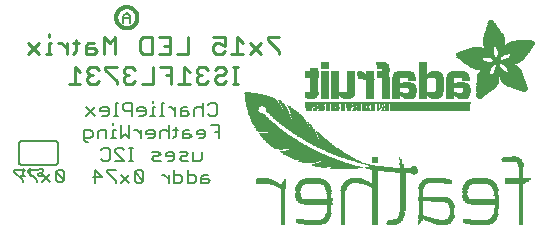
<source format=gbr>
G04 EAGLE Gerber RS-274X export*
G75*
%MOMM*%
%FSLAX34Y34*%
%LPD*%
%INSilkscreen Bottom*%
%IPPOS*%
%AMOC8*
5,1,8,0,0,1.08239X$1,22.5*%
G01*
%ADD10C,0.228600*%
%ADD11C,0.177800*%
%ADD12C,0.304800*%
%ADD13C,0.203200*%
%ADD14R,6.839700X0.016800*%
%ADD15R,0.268300X0.016800*%
%ADD16R,0.268200X0.016800*%
%ADD17R,0.251500X0.016800*%
%ADD18R,0.301800X0.016800*%
%ADD19R,0.251400X0.016800*%
%ADD20R,0.285000X0.016800*%
%ADD21R,0.301700X0.016800*%
%ADD22R,0.419100X0.016800*%
%ADD23R,0.318500X0.016800*%
%ADD24R,0.586700X0.016800*%
%ADD25R,0.586800X0.016800*%
%ADD26R,6.839700X0.016700*%
%ADD27R,0.268300X0.016700*%
%ADD28R,0.251400X0.016700*%
%ADD29R,0.251500X0.016700*%
%ADD30R,0.301800X0.016700*%
%ADD31R,0.285000X0.016700*%
%ADD32R,0.301700X0.016700*%
%ADD33R,0.419100X0.016700*%
%ADD34R,0.318500X0.016700*%
%ADD35R,0.586700X0.016700*%
%ADD36R,0.586800X0.016700*%
%ADD37R,0.318600X0.016800*%
%ADD38R,0.569900X0.016800*%
%ADD39R,0.335300X0.016800*%
%ADD40R,0.234700X0.016800*%
%ADD41R,0.234700X0.016700*%
%ADD42R,0.016700X0.016700*%
%ADD43R,0.318600X0.016700*%
%ADD44R,0.569900X0.016700*%
%ADD45R,0.335300X0.016700*%
%ADD46R,0.217900X0.016800*%
%ADD47R,0.033500X0.016800*%
%ADD48R,0.570000X0.016800*%
%ADD49R,0.201100X0.016700*%
%ADD50R,0.050300X0.016700*%
%ADD51R,0.670500X0.016700*%
%ADD52R,1.005800X0.016700*%
%ADD53R,0.570000X0.016700*%
%ADD54R,0.201100X0.016800*%
%ADD55R,0.067000X0.016800*%
%ADD56R,0.670500X0.016800*%
%ADD57R,1.005800X0.016800*%
%ADD58R,0.184400X0.016800*%
%ADD59R,0.989000X0.016800*%
%ADD60R,0.184400X0.016700*%
%ADD61R,0.067000X0.016700*%
%ADD62R,0.989000X0.016700*%
%ADD63R,0.167600X0.016800*%
%ADD64R,0.083800X0.016800*%
%ADD65R,0.637000X0.016800*%
%ADD66R,0.955500X0.016800*%
%ADD67R,0.150800X0.016800*%
%ADD68R,0.100600X0.016800*%
%ADD69R,0.536400X0.016800*%
%ADD70R,0.854900X0.016800*%
%ADD71R,0.150800X0.016700*%
%ADD72R,0.100600X0.016700*%
%ADD73R,0.352000X0.016700*%
%ADD74R,0.435900X0.016700*%
%ADD75R,0.402400X0.016700*%
%ADD76R,0.368800X0.016700*%
%ADD77R,0.134100X0.016800*%
%ADD78R,0.117300X0.016800*%
%ADD79R,0.435900X0.016800*%
%ADD80R,0.368900X0.016800*%
%ADD81R,0.603500X0.016800*%
%ADD82R,0.134100X0.016700*%
%ADD83R,0.117300X0.016700*%
%ADD84R,0.452600X0.016700*%
%ADD85R,0.620300X0.016700*%
%ADD86R,0.284900X0.016800*%
%ADD87R,0.486200X0.016800*%
%ADD88R,0.653800X0.016800*%
%ADD89R,0.804700X0.016800*%
%ADD90R,0.150900X0.016700*%
%ADD91R,0.268200X0.016700*%
%ADD92R,0.737600X0.016700*%
%ADD93R,0.603500X0.016700*%
%ADD94R,0.922000X0.016700*%
%ADD95R,0.150900X0.016800*%
%ADD96R,0.821400X0.016800*%
%ADD97R,0.972300X0.016800*%
%ADD98R,0.989100X0.016800*%
%ADD99R,0.083800X0.016700*%
%ADD100R,0.167600X0.016700*%
%ADD101R,0.821400X0.016700*%
%ADD102R,0.989100X0.016700*%
%ADD103R,0.201200X0.016700*%
%ADD104R,0.050300X0.016800*%
%ADD105R,0.201200X0.016800*%
%ADD106R,0.217900X0.016700*%
%ADD107R,0.284900X0.016700*%
%ADD108R,0.352100X0.016800*%
%ADD109R,0.620300X0.016800*%
%ADD110R,0.385600X0.016800*%
%ADD111R,0.335200X0.016800*%
%ADD112R,0.385600X0.016700*%
%ADD113R,0.687400X0.016700*%
%ADD114R,13.998000X0.016800*%
%ADD115R,13.998000X0.016700*%
%ADD116R,0.637000X0.016700*%
%ADD117R,0.486100X0.016700*%
%ADD118R,0.637100X0.016700*%
%ADD119R,0.519700X0.016700*%
%ADD120R,0.536500X0.016700*%
%ADD121R,0.787900X0.016800*%
%ADD122R,0.687400X0.016800*%
%ADD123R,0.771200X0.016800*%
%ADD124R,0.637100X0.016800*%
%ADD125R,0.720800X0.016800*%
%ADD126R,0.704100X0.016800*%
%ADD127R,0.754400X0.016800*%
%ADD128R,0.838200X0.016700*%
%ADD129R,0.871800X0.016700*%
%ADD130R,0.871700X0.016700*%
%ADD131R,0.402400X0.016800*%
%ADD132R,0.922100X0.016800*%
%ADD133R,0.938800X0.016800*%
%ADD134R,0.938800X0.016700*%
%ADD135R,1.022600X0.016700*%
%ADD136R,0.972400X0.016700*%
%ADD137R,0.972300X0.016700*%
%ADD138R,0.469400X0.016800*%
%ADD139R,1.072900X0.016800*%
%ADD140R,1.022600X0.016800*%
%ADD141R,1.005900X0.016800*%
%ADD142R,0.502900X0.016800*%
%ADD143R,1.123200X0.016800*%
%ADD144R,1.056200X0.016800*%
%ADD145R,1.123100X0.016800*%
%ADD146R,1.139900X0.016700*%
%ADD147R,1.089600X0.016700*%
%ADD148R,0.553200X0.016800*%
%ADD149R,1.190200X0.016800*%
%ADD150R,1.190300X0.016800*%
%ADD151R,1.039400X0.016800*%
%ADD152R,1.223700X0.016800*%
%ADD153R,1.173500X0.016800*%
%ADD154R,1.223800X0.016800*%
%ADD155R,1.240500X0.016700*%
%ADD156R,1.173500X0.016700*%
%ADD157R,1.240600X0.016700*%
%ADD158R,1.190300X0.016700*%
%ADD159R,1.056200X0.016700*%
%ADD160R,1.274100X0.016800*%
%ADD161R,1.274000X0.016800*%
%ADD162R,1.307600X0.016800*%
%ADD163R,1.257300X0.016800*%
%ADD164R,1.324400X0.016800*%
%ADD165R,0.687300X0.016700*%
%ADD166R,1.324400X0.016700*%
%ADD167R,1.307500X0.016700*%
%ADD168R,1.274100X0.016700*%
%ADD169R,1.072900X0.016700*%
%ADD170R,2.011600X0.016800*%
%ADD171R,1.324300X0.016800*%
%ADD172R,1.978100X0.016800*%
%ADD173R,2.011600X0.016700*%
%ADD174R,1.357900X0.016700*%
%ADD175R,1.994900X0.016700*%
%ADD176R,1.341200X0.016700*%
%ADD177R,1.089700X0.016700*%
%ADD178R,0.754300X0.016800*%
%ADD179R,1.994900X0.016800*%
%ADD180R,1.995000X0.016800*%
%ADD181R,1.089700X0.016800*%
%ADD182R,0.787900X0.016700*%
%ADD183R,1.995000X0.016700*%
%ADD184R,2.028400X0.016800*%
%ADD185R,2.011700X0.016800*%
%ADD186R,1.106500X0.016800*%
%ADD187R,2.028400X0.016700*%
%ADD188R,2.011700X0.016700*%
%ADD189R,1.106500X0.016700*%
%ADD190R,0.888400X0.016800*%
%ADD191R,0.922000X0.016800*%
%ADD192R,0.938700X0.016700*%
%ADD193R,2.045200X0.016800*%
%ADD194R,0.938700X0.016800*%
%ADD195R,0.670600X0.016700*%
%ADD196R,0.888500X0.016700*%
%ADD197R,2.045200X0.016700*%
%ADD198R,0.888400X0.016700*%
%ADD199R,0.804600X0.016800*%
%ADD200R,2.028500X0.016800*%
%ADD201R,1.056100X0.016700*%
%ADD202R,0.771100X0.016700*%
%ADD203R,0.754300X0.016700*%
%ADD204R,2.028500X0.016700*%
%ADD205R,0.737700X0.016700*%
%ADD206R,1.072800X0.016800*%
%ADD207R,0.871700X0.016800*%
%ADD208R,0.737600X0.016800*%
%ADD209R,0.871800X0.016800*%
%ADD210R,1.089600X0.016800*%
%ADD211R,0.704000X0.016800*%
%ADD212R,0.687300X0.016800*%
%ADD213R,0.670600X0.016800*%
%ADD214R,1.123100X0.016700*%
%ADD215R,0.720800X0.016700*%
%ADD216R,0.653700X0.016700*%
%ADD217R,0.653800X0.016700*%
%ADD218R,1.139900X0.016800*%
%ADD219R,1.173400X0.016800*%
%ADD220R,1.190200X0.016700*%
%ADD221R,1.207000X0.016800*%
%ADD222R,1.240500X0.016800*%
%ADD223R,0.469400X0.016700*%
%ADD224R,1.274000X0.016700*%
%ADD225R,0.519600X0.016800*%
%ADD226R,1.341100X0.016800*%
%ADD227R,0.771200X0.016700*%
%ADD228R,1.374600X0.016700*%
%ADD229R,0.838200X0.016800*%
%ADD230R,1.391400X0.016800*%
%ADD231R,1.424900X0.016800*%
%ADD232R,1.441700X0.016700*%
%ADD233R,1.475200X0.016800*%
%ADD234R,1.491900X0.016700*%
%ADD235R,1.525500X0.016800*%
%ADD236R,1.559000X0.016700*%
%ADD237R,1.575800X0.016800*%
%ADD238R,1.307600X0.016700*%
%ADD239R,1.592500X0.016700*%
%ADD240R,1.374700X0.016800*%
%ADD241R,1.609300X0.016800*%
%ADD242R,1.408200X0.016800*%
%ADD243R,1.626100X0.016800*%
%ADD244R,1.626100X0.016700*%
%ADD245R,1.508800X0.016800*%
%ADD246R,1.659600X0.016800*%
%ADD247R,1.559000X0.016800*%
%ADD248R,1.676400X0.016800*%
%ADD249R,1.575800X0.016700*%
%ADD250R,1.676400X0.016700*%
%ADD251R,1.978100X0.016700*%
%ADD252R,1.693100X0.016800*%
%ADD253R,1.642800X0.016800*%
%ADD254R,1.709900X0.016800*%
%ADD255R,1.961300X0.016800*%
%ADD256R,1.726600X0.016700*%
%ADD257R,1.961300X0.016700*%
%ADD258R,1.693200X0.016800*%
%ADD259R,1.726600X0.016800*%
%ADD260R,1.944600X0.016800*%
%ADD261R,1.726700X0.016700*%
%ADD262R,1.743400X0.016700*%
%ADD263R,1.944600X0.016700*%
%ADD264R,1.726700X0.016800*%
%ADD265R,1.760200X0.016800*%
%ADD266R,1.927800X0.016800*%
%ADD267R,1.911000X0.016800*%
%ADD268R,1.793700X0.016700*%
%ADD269R,1.776900X0.016700*%
%ADD270R,1.911100X0.016700*%
%ADD271R,1.894300X0.016700*%
%ADD272R,1.793800X0.016800*%
%ADD273R,1.776900X0.016800*%
%ADD274R,1.911100X0.016800*%
%ADD275R,1.894300X0.016800*%
%ADD276R,1.827300X0.016800*%
%ADD277R,1.810500X0.016800*%
%ADD278R,1.877500X0.016800*%
%ADD279R,1.844100X0.016700*%
%ADD280R,1.810500X0.016700*%
%ADD281R,1.860800X0.016700*%
%ADD282R,1.844000X0.016700*%
%ADD283R,1.860900X0.016800*%
%ADD284R,1.844000X0.016800*%
%ADD285R,1.827200X0.016800*%
%ADD286R,1.860800X0.016800*%
%ADD287R,1.793700X0.016800*%
%ADD288R,1.877600X0.016700*%
%ADD289R,1.827200X0.016700*%
%ADD290R,1.927800X0.016700*%
%ADD291R,1.927900X0.016800*%
%ADD292R,1.944700X0.016700*%
%ADD293R,1.877500X0.016700*%
%ADD294R,1.961400X0.016800*%
%ADD295R,1.961400X0.016700*%
%ADD296R,1.978200X0.016800*%
%ADD297R,1.911000X0.016700*%
%ADD298R,0.620200X0.016800*%
%ADD299R,1.425000X0.016800*%
%ADD300R,0.620200X0.016700*%
%ADD301R,1.425000X0.016700*%
%ADD302R,0.653700X0.016800*%
%ADD303R,0.704100X0.016700*%
%ADD304R,0.804700X0.016700*%
%ADD305R,0.905200X0.016800*%
%ADD306R,1.894400X0.016800*%
%ADD307R,1.927900X0.016700*%
%ADD308R,1.877600X0.016800*%
%ADD309R,3.889300X0.016800*%
%ADD310R,3.872500X0.016700*%
%ADD311R,3.872500X0.016800*%
%ADD312R,3.855700X0.016700*%
%ADD313R,0.754400X0.016700*%
%ADD314R,3.855700X0.016800*%
%ADD315R,3.839000X0.016800*%
%ADD316R,0.720900X0.016800*%
%ADD317R,3.822200X0.016700*%
%ADD318R,2.715700X0.016800*%
%ADD319R,2.632000X0.016800*%
%ADD320R,1.290800X0.016800*%
%ADD321R,2.615200X0.016700*%
%ADD322R,1.257300X0.016700*%
%ADD323R,2.581700X0.016800*%
%ADD324R,1.240600X0.016800*%
%ADD325R,2.564900X0.016800*%
%ADD326R,1.760300X0.016800*%
%ADD327R,2.531400X0.016700*%
%ADD328R,1.156700X0.016700*%
%ADD329R,2.514600X0.016800*%
%ADD330R,0.955600X0.016800*%
%ADD331R,2.497800X0.016800*%
%ADD332R,1.659700X0.016800*%
%ADD333R,2.464300X0.016700*%
%ADD334R,1.039300X0.016700*%
%ADD335R,2.447500X0.016800*%
%ADD336R,1.592500X0.016800*%
%ADD337R,0.536500X0.016800*%
%ADD338R,2.430800X0.016700*%
%ADD339R,1.559100X0.016700*%
%ADD340R,1.542300X0.016700*%
%ADD341R,0.502900X0.016700*%
%ADD342R,2.414000X0.016800*%
%ADD343R,0.905300X0.016800*%
%ADD344R,1.508700X0.016800*%
%ADD345R,0.888500X0.016800*%
%ADD346R,2.397300X0.016800*%
%ADD347R,1.441700X0.016800*%
%ADD348R,0.452700X0.016800*%
%ADD349R,1.290900X0.016700*%
%ADD350R,1.156700X0.016800*%
%ADD351R,0.855000X0.016800*%
%ADD352R,1.123200X0.016700*%
%ADD353R,0.720900X0.016700*%
%ADD354R,1.106400X0.016800*%
%ADD355R,1.106400X0.016700*%
%ADD356R,0.771100X0.016800*%
%ADD357R,0.435800X0.016700*%
%ADD358R,1.592600X0.016700*%
%ADD359R,0.435800X0.016800*%
%ADD360R,1.642900X0.016800*%
%ADD361R,0.402300X0.016800*%
%ADD362R,1.793800X0.016700*%
%ADD363R,0.368800X0.016800*%
%ADD364R,1.056100X0.016800*%
%ADD365R,1.039400X0.016700*%
%ADD366R,2.078800X0.016800*%
%ADD367R,0.335200X0.016700*%
%ADD368R,2.145800X0.016700*%
%ADD369R,2.162600X0.016800*%
%ADD370R,0.352000X0.016800*%
%ADD371R,2.212800X0.016800*%
%ADD372R,2.279900X0.016700*%
%ADD373R,2.330200X0.016800*%
%ADD374R,2.799500X0.016800*%
%ADD375R,2.816300X0.016700*%
%ADD376R,0.955500X0.016700*%
%ADD377R,2.849900X0.016800*%
%ADD378R,2.916900X0.016800*%
%ADD379R,4.224500X0.016700*%
%ADD380R,4.291600X0.016800*%
%ADD381R,4.409000X0.016800*%
%ADD382R,4.509500X0.016700*%
%ADD383R,4.526300X0.016800*%
%ADD384R,4.626800X0.016700*%
%ADD385R,4.693900X0.016800*%
%ADD386R,4.727400X0.016800*%
%ADD387R,2.548200X0.016700*%
%ADD388R,2.179300X0.016700*%
%ADD389R,2.430800X0.016800*%
%ADD390R,2.414000X0.016700*%
%ADD391R,2.414100X0.016800*%
%ADD392R,2.430700X0.016700*%
%ADD393R,2.447600X0.016700*%
%ADD394R,1.559100X0.016800*%
%ADD395R,1.525500X0.016700*%
%ADD396R,1.492000X0.016800*%
%ADD397R,1.491900X0.016800*%
%ADD398R,1.458500X0.016700*%
%ADD399R,2.061900X0.016800*%
%ADD400R,1.408100X0.016700*%
%ADD401R,0.905200X0.016700*%
%ADD402R,2.112300X0.016700*%
%ADD403R,2.179300X0.016800*%
%ADD404R,1.408200X0.016700*%
%ADD405R,2.212900X0.016700*%
%ADD406R,1.140000X0.016800*%
%ADD407R,3.319300X0.016800*%
%ADD408R,1.374700X0.016700*%
%ADD409R,0.402300X0.016700*%
%ADD410R,3.302500X0.016700*%
%ADD411R,3.285700X0.016800*%
%ADD412R,1.357900X0.016800*%
%ADD413R,3.269000X0.016800*%
%ADD414R,3.285800X0.016700*%
%ADD415R,3.268900X0.016800*%
%ADD416R,0.452700X0.016700*%
%ADD417R,3.268900X0.016700*%
%ADD418R,1.391400X0.016700*%
%ADD419R,3.269000X0.016700*%
%ADD420R,1.374600X0.016800*%
%ADD421R,0.519700X0.016800*%
%ADD422R,3.252200X0.016800*%
%ADD423R,3.235400X0.016800*%
%ADD424R,3.235400X0.016700*%
%ADD425R,3.218600X0.016800*%
%ADD426R,3.201900X0.016800*%
%ADD427R,3.201900X0.016700*%
%ADD428R,1.458500X0.016800*%
%ADD429R,1.525600X0.016800*%
%ADD430R,3.185100X0.016800*%
%ADD431R,2.531300X0.016700*%
%ADD432R,3.168400X0.016700*%
%ADD433R,2.531300X0.016800*%
%ADD434R,3.151600X0.016800*%
%ADD435R,2.548100X0.016800*%
%ADD436R,3.134900X0.016800*%
%ADD437R,2.564900X0.016700*%
%ADD438R,3.118100X0.016700*%
%ADD439R,2.581600X0.016800*%
%ADD440R,3.101400X0.016800*%
%ADD441R,2.598400X0.016700*%
%ADD442R,3.067900X0.016700*%
%ADD443R,2.598400X0.016800*%
%ADD444R,3.034300X0.016800*%
%ADD445R,2.615100X0.016800*%
%ADD446R,3.000800X0.016800*%
%ADD447R,2.631900X0.016700*%
%ADD448R,2.950500X0.016700*%
%ADD449R,2.648700X0.016800*%
%ADD450R,2.900200X0.016800*%
%ADD451R,2.665500X0.016800*%
%ADD452R,2.682200X0.016700*%
%ADD453R,2.799600X0.016700*%
%ADD454R,2.699000X0.016800*%
%ADD455R,2.732500X0.016800*%
%ADD456R,2.749300X0.016700*%
%ADD457R,2.632000X0.016700*%
%ADD458R,2.749300X0.016800*%
%ADD459R,2.766100X0.016700*%
%ADD460R,2.766100X0.016800*%
%ADD461R,2.481100X0.016800*%
%ADD462R,2.782900X0.016800*%
%ADD463R,2.380500X0.016700*%
%ADD464R,2.833100X0.016800*%
%ADD465R,1.592600X0.016800*%
%ADD466R,2.849900X0.016700*%
%ADD467R,2.883400X0.016800*%
%ADD468R,2.917000X0.016700*%
%ADD469R,2.933700X0.016800*%
%ADD470R,2.967200X0.016800*%
%ADD471R,2.967200X0.016700*%
%ADD472R,3.017500X0.016700*%
%ADD473R,3.051000X0.016800*%
%ADD474R,0.788000X0.016800*%
%ADD475R,3.084600X0.016800*%
%ADD476R,2.397300X0.016700*%
%ADD477R,2.397200X0.016800*%
%ADD478R,1.760200X0.016700*%
%ADD479R,2.397200X0.016700*%
%ADD480R,1.827300X0.016700*%
%ADD481R,2.380500X0.016800*%
%ADD482R,2.363700X0.016800*%
%ADD483R,2.363700X0.016700*%
%ADD484R,2.346900X0.016800*%
%ADD485R,2.296600X0.016700*%
%ADD486R,2.279900X0.016800*%
%ADD487R,2.246300X0.016800*%
%ADD488R,2.229600X0.016700*%
%ADD489R,2.129100X0.016800*%
%ADD490R,2.112300X0.016800*%
%ADD491R,1.609300X0.016700*%
%ADD492R,1.743400X0.016800*%
%ADD493R,1.693100X0.016700*%
%ADD494R,1.659700X0.016700*%
%ADD495R,1.575900X0.016800*%
%ADD496R,1.575900X0.016700*%
%ADD497R,1.475200X0.016700*%
%ADD498R,1.324300X0.016700*%
%ADD499R,1.290800X0.016700*%
%ADD500R,1.207000X0.016700*%
%ADD501R,0.854900X0.016700*%
%ADD502R,0.821500X0.016700*%
%ADD503R,0.821500X0.016800*%
%ADD504R,0.218000X0.016800*%
%ADD505C,0.152400*%
%ADD506R,0.914400X0.025400*%
%ADD507R,0.508000X0.025400*%
%ADD508R,0.889000X0.025400*%
%ADD509R,0.406400X0.025400*%
%ADD510R,1.320800X0.025400*%
%ADD511R,0.736600X0.025400*%
%ADD512R,0.660400X0.025400*%
%ADD513R,1.346200X0.025400*%
%ADD514R,1.625600X0.025400*%
%ADD515R,0.939800X0.025400*%
%ADD516R,0.025400X0.025400*%
%ADD517R,0.863600X0.025400*%
%ADD518R,0.431800X0.025400*%
%ADD519R,1.600200X0.025400*%
%ADD520R,1.854200X0.025400*%
%ADD521R,1.066800X0.025400*%
%ADD522R,0.050800X0.025400*%
%ADD523R,1.828800X0.025400*%
%ADD524R,2.032000X0.025400*%
%ADD525R,1.219200X0.025400*%
%ADD526R,0.076200X0.025400*%
%ADD527R,0.990600X0.025400*%
%ADD528R,2.057400X0.025400*%
%ADD529R,2.209800X0.025400*%
%ADD530R,2.362200X0.025400*%
%ADD531R,1.447800X0.025400*%
%ADD532R,0.101600X0.025400*%
%ADD533R,1.092200X0.025400*%
%ADD534R,2.489200X0.025400*%
%ADD535R,1.574800X0.025400*%
%ADD536R,0.127000X0.025400*%
%ADD537R,1.143000X0.025400*%
%ADD538R,2.565400X0.025400*%
%ADD539R,1.676400X0.025400*%
%ADD540R,0.152400X0.025400*%
%ADD541R,1.168400X0.025400*%
%ADD542R,2.590800X0.025400*%
%ADD543R,1.752600X0.025400*%
%ADD544R,0.177800X0.025400*%
%ADD545R,1.193800X0.025400*%
%ADD546R,2.616200X0.025400*%
%ADD547R,0.203200X0.025400*%
%ADD548R,2.641600X0.025400*%
%ADD549R,1.930400X0.025400*%
%ADD550R,0.228600X0.025400*%
%ADD551R,1.244600X0.025400*%
%ADD552R,2.667000X0.025400*%
%ADD553R,0.254000X0.025400*%
%ADD554R,2.692400X0.025400*%
%ADD555R,2.108200X0.025400*%
%ADD556R,0.279400X0.025400*%
%ADD557R,2.717800X0.025400*%
%ADD558R,1.041400X0.025400*%
%ADD559R,2.743200X0.025400*%
%ADD560R,2.260600X0.025400*%
%ADD561R,0.304800X0.025400*%
%ADD562R,0.838200X0.025400*%
%ADD563R,0.685800X0.025400*%
%ADD564R,1.270000X0.025400*%
%ADD565R,0.330200X0.025400*%
%ADD566R,0.609600X0.025400*%
%ADD567R,0.355600X0.025400*%
%ADD568R,0.762000X0.025400*%
%ADD569R,0.635000X0.025400*%
%ADD570R,0.584200X0.025400*%
%ADD571R,0.381000X0.025400*%
%ADD572R,0.533400X0.025400*%
%ADD573R,0.558800X0.025400*%
%ADD574R,0.482600X0.025400*%
%ADD575R,1.117600X0.025400*%
%ADD576R,0.457200X0.025400*%
%ADD577R,0.787400X0.025400*%
%ADD578R,0.711200X0.025400*%
%ADD579R,2.413000X0.025400*%
%ADD580R,2.438400X0.025400*%
%ADD581R,2.540000X0.025400*%
%ADD582R,2.794000X0.025400*%
%ADD583R,2.819400X0.025400*%
%ADD584R,2.844800X0.025400*%
%ADD585R,2.870200X0.025400*%
%ADD586R,1.016000X0.025400*%
%ADD587R,2.895600X0.025400*%
%ADD588R,1.422400X0.025400*%
%ADD589R,2.921000X0.025400*%
%ADD590R,1.803400X0.025400*%
%ADD591R,2.946400X0.025400*%
%ADD592R,2.971800X0.025400*%
%ADD593R,2.997200X0.025400*%
%ADD594R,3.022600X0.025400*%
%ADD595R,2.768600X0.025400*%
%ADD596R,2.514600X0.025400*%
%ADD597R,2.336800X0.025400*%
%ADD598R,0.965200X0.025400*%
%ADD599R,0.812800X0.025400*%
%ADD600R,1.651000X0.025400*%
%ADD601R,1.701800X0.025400*%
%ADD602R,1.727200X0.025400*%
%ADD603R,2.159000X0.025400*%
%ADD604R,1.778000X0.025400*%
%ADD605R,2.082800X0.025400*%
%ADD606R,2.463800X0.025400*%
%ADD607R,2.006600X0.025400*%
%ADD608R,1.905000X0.025400*%
%ADD609R,2.286000X0.025400*%
%ADD610R,1.955800X0.025400*%
%ADD611R,2.235200X0.025400*%
%ADD612R,1.524000X0.025400*%
%ADD613R,1.981200X0.025400*%
%ADD614R,2.184400X0.025400*%
%ADD615R,1.473200X0.025400*%
%ADD616R,1.397000X0.025400*%
%ADD617R,2.387600X0.025400*%
%ADD618R,1.879600X0.025400*%
%ADD619R,1.295400X0.025400*%
%ADD620R,1.549400X0.025400*%
%ADD621R,1.371600X0.025400*%
%ADD622R,3.200400X0.025400*%
%ADD623R,3.378200X0.025400*%
%ADD624R,3.835400X0.025400*%
%ADD625R,3.987800X0.025400*%
%ADD626R,4.089400X0.025400*%
%ADD627R,4.216400X0.025400*%
%ADD628R,2.311400X0.025400*%
%ADD629R,3.225800X0.025400*%
%ADD630R,3.479800X0.025400*%
%ADD631R,3.454400X0.025400*%
%ADD632R,1.498600X0.025400*%
%ADD633R,3.429000X0.025400*%
%ADD634R,3.403600X0.025400*%
%ADD635R,3.352800X0.025400*%
%ADD636R,3.327400X0.025400*%
%ADD637R,3.302000X0.025400*%
%ADD638R,3.276600X0.025400*%
%ADD639R,3.251200X0.025400*%
%ADD640R,3.175000X0.025400*%
%ADD641R,2.133600X0.025400*%


D10*
X248531Y186829D02*
X238871Y186829D01*
X238871Y184414D01*
X248531Y174754D01*
X248531Y172339D01*
X233095Y181999D02*
X223435Y172339D01*
X233095Y172339D02*
X223435Y181999D01*
X217659Y181999D02*
X212829Y186829D01*
X212829Y172339D01*
X217659Y172339D02*
X207998Y172339D01*
X202223Y186829D02*
X192562Y186829D01*
X202223Y186829D02*
X202223Y179584D01*
X197393Y181999D01*
X194977Y181999D01*
X192562Y179584D01*
X192562Y174754D01*
X194977Y172339D01*
X199808Y172339D01*
X202223Y174754D01*
X171351Y172339D02*
X171351Y186829D01*
X171351Y172339D02*
X161690Y172339D01*
X155914Y186829D02*
X146254Y186829D01*
X155914Y186829D02*
X155914Y172339D01*
X146254Y172339D01*
X151084Y179584D02*
X155914Y179584D01*
X140478Y186829D02*
X140478Y172339D01*
X133233Y172339D01*
X130818Y174754D01*
X130818Y184414D01*
X133233Y186829D01*
X140478Y186829D01*
X109606Y186829D02*
X109606Y172339D01*
X104776Y181999D02*
X109606Y186829D01*
X104776Y181999D02*
X99946Y186829D01*
X99946Y172339D01*
X91755Y181999D02*
X86925Y181999D01*
X84510Y179584D01*
X84510Y172339D01*
X91755Y172339D01*
X94170Y174754D01*
X91755Y177169D01*
X84510Y177169D01*
X76319Y174754D02*
X76319Y184414D01*
X76319Y174754D02*
X73904Y172339D01*
X73904Y181999D02*
X78734Y181999D01*
X68443Y181999D02*
X68443Y172339D01*
X68443Y177169D02*
X63613Y181999D01*
X61198Y181999D01*
X55580Y181999D02*
X53165Y181999D01*
X53165Y172339D01*
X55580Y172339D02*
X50750Y172339D01*
X53165Y186829D02*
X53165Y189244D01*
X45289Y181999D02*
X35629Y172339D01*
X45289Y172339D02*
X35629Y181999D01*
X208970Y147193D02*
X213800Y147193D01*
X211385Y147193D02*
X211385Y161683D01*
X213800Y161683D02*
X208970Y161683D01*
X196264Y161683D02*
X193849Y159268D01*
X196264Y161683D02*
X201094Y161683D01*
X203509Y159268D01*
X203509Y156853D01*
X201094Y154438D01*
X196264Y154438D01*
X193849Y152023D01*
X193849Y149608D01*
X196264Y147193D01*
X201094Y147193D01*
X203509Y149608D01*
X188073Y159268D02*
X185658Y161683D01*
X180828Y161683D01*
X178413Y159268D01*
X178413Y156853D01*
X180828Y154438D01*
X183243Y154438D01*
X180828Y154438D02*
X178413Y152023D01*
X178413Y149608D01*
X180828Y147193D01*
X185658Y147193D01*
X188073Y149608D01*
X172637Y156853D02*
X167807Y161683D01*
X167807Y147193D01*
X172637Y147193D02*
X162977Y147193D01*
X157201Y147193D02*
X157201Y161683D01*
X147541Y161683D01*
X152371Y154438D02*
X157201Y154438D01*
X141765Y161683D02*
X141765Y147193D01*
X132105Y147193D01*
X126329Y159268D02*
X123914Y161683D01*
X119084Y161683D01*
X116668Y159268D01*
X116668Y156853D01*
X119084Y154438D01*
X121499Y154438D01*
X119084Y154438D02*
X116668Y152023D01*
X116668Y149608D01*
X119084Y147193D01*
X123914Y147193D01*
X126329Y149608D01*
X110893Y161683D02*
X101232Y161683D01*
X101232Y159268D01*
X110893Y149608D01*
X110893Y147193D01*
X95457Y159268D02*
X93042Y161683D01*
X88211Y161683D01*
X85796Y159268D01*
X85796Y156853D01*
X88211Y154438D01*
X90626Y154438D01*
X88211Y154438D02*
X85796Y152023D01*
X85796Y149608D01*
X88211Y147193D01*
X93042Y147193D01*
X95457Y149608D01*
X80021Y156853D02*
X75190Y161683D01*
X75190Y147193D01*
X70360Y147193D02*
X80021Y147193D01*
D11*
X188384Y129378D02*
X190206Y131200D01*
X193850Y131200D01*
X195671Y129378D01*
X195671Y122091D01*
X193850Y120269D01*
X190206Y120269D01*
X188384Y122091D01*
X183978Y120269D02*
X183978Y131200D01*
X182156Y127557D02*
X183978Y125735D01*
X182156Y127557D02*
X178512Y127557D01*
X176690Y125735D01*
X176690Y120269D01*
X170462Y127557D02*
X166818Y127557D01*
X164996Y125735D01*
X164996Y120269D01*
X170462Y120269D01*
X172284Y122091D01*
X170462Y123913D01*
X164996Y123913D01*
X160590Y120269D02*
X160590Y127557D01*
X160590Y123913D02*
X156946Y127557D01*
X155124Y127557D01*
X150845Y131200D02*
X149023Y131200D01*
X149023Y120269D01*
X150845Y120269D02*
X147201Y120269D01*
X143049Y127557D02*
X141227Y127557D01*
X141227Y120269D01*
X143049Y120269D02*
X139405Y120269D01*
X141227Y131200D02*
X141227Y133022D01*
X133431Y120269D02*
X129787Y120269D01*
X133431Y120269D02*
X135253Y122091D01*
X135253Y125735D01*
X133431Y127557D01*
X129787Y127557D01*
X127965Y125735D01*
X127965Y123913D01*
X135253Y123913D01*
X123559Y120269D02*
X123559Y131200D01*
X118093Y131200D01*
X116271Y129378D01*
X116271Y125735D01*
X118093Y123913D01*
X123559Y123913D01*
X111865Y131200D02*
X110043Y131200D01*
X110043Y120269D01*
X111865Y120269D02*
X108221Y120269D01*
X102247Y120269D02*
X98603Y120269D01*
X102247Y120269D02*
X104069Y122091D01*
X104069Y125735D01*
X102247Y127557D01*
X98603Y127557D01*
X96781Y125735D01*
X96781Y123913D01*
X104069Y123913D01*
X92375Y127557D02*
X85087Y120269D01*
X92375Y120269D02*
X85087Y127557D01*
X197620Y112150D02*
X197620Y101219D01*
X197620Y112150D02*
X190333Y112150D01*
X193977Y106685D02*
X197620Y106685D01*
X184105Y101219D02*
X180461Y101219D01*
X184105Y101219D02*
X185927Y103041D01*
X185927Y106685D01*
X184105Y108507D01*
X180461Y108507D01*
X178639Y106685D01*
X178639Y104863D01*
X185927Y104863D01*
X172411Y108507D02*
X168767Y108507D01*
X166945Y106685D01*
X166945Y101219D01*
X172411Y101219D01*
X174233Y103041D01*
X172411Y104863D01*
X166945Y104863D01*
X160717Y103041D02*
X160717Y110328D01*
X160717Y103041D02*
X158895Y101219D01*
X158895Y108507D02*
X162539Y108507D01*
X154743Y112150D02*
X154743Y101219D01*
X154743Y106685D02*
X152921Y108507D01*
X149277Y108507D01*
X147455Y106685D01*
X147455Y101219D01*
X141227Y101219D02*
X137583Y101219D01*
X141227Y101219D02*
X143049Y103041D01*
X143049Y106685D01*
X141227Y108507D01*
X137583Y108507D01*
X135761Y106685D01*
X135761Y104863D01*
X143049Y104863D01*
X131355Y101219D02*
X131355Y108507D01*
X131355Y104863D02*
X127711Y108507D01*
X125889Y108507D01*
X121610Y112150D02*
X121610Y101219D01*
X117966Y104863D01*
X114322Y101219D01*
X114322Y112150D01*
X109916Y108507D02*
X108094Y108507D01*
X108094Y101219D01*
X109916Y101219D02*
X106272Y101219D01*
X108094Y112150D02*
X108094Y113972D01*
X102120Y108507D02*
X102120Y101219D01*
X102120Y108507D02*
X96654Y108507D01*
X94832Y106685D01*
X94832Y101219D01*
X86782Y97575D02*
X84960Y97575D01*
X83138Y99397D01*
X83138Y108507D01*
X88604Y108507D01*
X90426Y106685D01*
X90426Y103041D01*
X88604Y101219D01*
X83138Y101219D01*
X183003Y89457D02*
X183003Y83991D01*
X181181Y82169D01*
X175715Y82169D01*
X175715Y89457D01*
X171309Y82169D02*
X165843Y82169D01*
X164021Y83991D01*
X165843Y85813D01*
X169487Y85813D01*
X171309Y87635D01*
X169487Y89457D01*
X164021Y89457D01*
X157793Y82169D02*
X154149Y82169D01*
X157793Y82169D02*
X159615Y83991D01*
X159615Y87635D01*
X157793Y89457D01*
X154149Y89457D01*
X152328Y87635D01*
X152328Y85813D01*
X159615Y85813D01*
X147921Y82169D02*
X142455Y82169D01*
X140634Y83991D01*
X142455Y85813D01*
X146099Y85813D01*
X147921Y87635D01*
X146099Y89457D01*
X140634Y89457D01*
X124533Y82169D02*
X120889Y82169D01*
X122711Y82169D02*
X122711Y93100D01*
X124533Y93100D02*
X120889Y93100D01*
X116737Y82169D02*
X109450Y82169D01*
X116737Y82169D02*
X109450Y89457D01*
X109450Y91278D01*
X111272Y93100D01*
X114915Y93100D01*
X116737Y91278D01*
X99578Y93100D02*
X97756Y91278D01*
X99578Y93100D02*
X103221Y93100D01*
X105043Y91278D01*
X105043Y83991D01*
X103221Y82169D01*
X99578Y82169D01*
X97756Y83991D01*
X184359Y70407D02*
X188003Y70407D01*
X184359Y70407D02*
X182537Y68585D01*
X182537Y63119D01*
X188003Y63119D01*
X189824Y64941D01*
X188003Y66763D01*
X182537Y66763D01*
X170843Y63119D02*
X170843Y74050D01*
X170843Y63119D02*
X176309Y63119D01*
X178131Y64941D01*
X178131Y68585D01*
X176309Y70407D01*
X170843Y70407D01*
X159149Y74050D02*
X159149Y63119D01*
X164615Y63119D01*
X166437Y64941D01*
X166437Y68585D01*
X164615Y70407D01*
X159149Y70407D01*
X154743Y70407D02*
X154743Y63119D01*
X154743Y66763D02*
X151099Y70407D01*
X149277Y70407D01*
X133304Y72228D02*
X133304Y64941D01*
X133304Y72228D02*
X131482Y74050D01*
X127838Y74050D01*
X126016Y72228D01*
X126016Y64941D01*
X127838Y63119D01*
X131482Y63119D01*
X133304Y64941D01*
X126016Y72228D01*
X121610Y70407D02*
X114322Y63119D01*
X121610Y63119D02*
X114322Y70407D01*
X109916Y74050D02*
X102628Y74050D01*
X102628Y72228D01*
X109916Y64941D01*
X109916Y63119D01*
X92756Y63119D02*
X92756Y74050D01*
X98222Y68585D01*
X90934Y68585D01*
X66314Y65576D02*
X66314Y72863D01*
X64492Y74685D01*
X60848Y74685D01*
X59026Y72863D01*
X59026Y65576D01*
X60848Y63754D01*
X64492Y63754D01*
X66314Y65576D01*
X59026Y72863D01*
X54620Y71042D02*
X47333Y63754D01*
X54620Y63754D02*
X47333Y71042D01*
X42926Y74685D02*
X35639Y74685D01*
X35639Y72863D01*
X42926Y65576D01*
X42926Y63754D01*
X31232Y74685D02*
X23945Y74685D01*
X23945Y72863D01*
X31232Y65576D01*
X31232Y63754D01*
D12*
X110400Y203200D02*
X110403Y203420D01*
X110411Y203641D01*
X110424Y203861D01*
X110443Y204080D01*
X110468Y204299D01*
X110497Y204518D01*
X110532Y204735D01*
X110573Y204952D01*
X110618Y205168D01*
X110669Y205382D01*
X110725Y205595D01*
X110787Y205807D01*
X110853Y206017D01*
X110925Y206225D01*
X111002Y206432D01*
X111084Y206636D01*
X111170Y206839D01*
X111262Y207039D01*
X111359Y207238D01*
X111460Y207433D01*
X111567Y207626D01*
X111678Y207817D01*
X111793Y208004D01*
X111913Y208189D01*
X112038Y208371D01*
X112167Y208549D01*
X112301Y208725D01*
X112438Y208897D01*
X112580Y209065D01*
X112726Y209231D01*
X112876Y209392D01*
X113030Y209550D01*
X113188Y209704D01*
X113349Y209854D01*
X113515Y210000D01*
X113683Y210142D01*
X113855Y210279D01*
X114031Y210413D01*
X114209Y210542D01*
X114391Y210667D01*
X114576Y210787D01*
X114763Y210902D01*
X114954Y211013D01*
X115147Y211120D01*
X115342Y211221D01*
X115541Y211318D01*
X115741Y211410D01*
X115944Y211496D01*
X116148Y211578D01*
X116355Y211655D01*
X116563Y211727D01*
X116773Y211793D01*
X116985Y211855D01*
X117198Y211911D01*
X117412Y211962D01*
X117628Y212007D01*
X117845Y212048D01*
X118062Y212083D01*
X118281Y212112D01*
X118500Y212137D01*
X118719Y212156D01*
X118939Y212169D01*
X119160Y212177D01*
X119380Y212180D01*
X119600Y212177D01*
X119821Y212169D01*
X120041Y212156D01*
X120260Y212137D01*
X120479Y212112D01*
X120698Y212083D01*
X120915Y212048D01*
X121132Y212007D01*
X121348Y211962D01*
X121562Y211911D01*
X121775Y211855D01*
X121987Y211793D01*
X122197Y211727D01*
X122405Y211655D01*
X122612Y211578D01*
X122816Y211496D01*
X123019Y211410D01*
X123219Y211318D01*
X123418Y211221D01*
X123613Y211120D01*
X123806Y211013D01*
X123997Y210902D01*
X124184Y210787D01*
X124369Y210667D01*
X124551Y210542D01*
X124729Y210413D01*
X124905Y210279D01*
X125077Y210142D01*
X125245Y210000D01*
X125411Y209854D01*
X125572Y209704D01*
X125730Y209550D01*
X125884Y209392D01*
X126034Y209231D01*
X126180Y209065D01*
X126322Y208897D01*
X126459Y208725D01*
X126593Y208549D01*
X126722Y208371D01*
X126847Y208189D01*
X126967Y208004D01*
X127082Y207817D01*
X127193Y207626D01*
X127300Y207433D01*
X127401Y207238D01*
X127498Y207039D01*
X127590Y206839D01*
X127676Y206636D01*
X127758Y206432D01*
X127835Y206225D01*
X127907Y206017D01*
X127973Y205807D01*
X128035Y205595D01*
X128091Y205382D01*
X128142Y205168D01*
X128187Y204952D01*
X128228Y204735D01*
X128263Y204518D01*
X128292Y204299D01*
X128317Y204080D01*
X128336Y203861D01*
X128349Y203641D01*
X128357Y203420D01*
X128360Y203200D01*
X128357Y202980D01*
X128349Y202759D01*
X128336Y202539D01*
X128317Y202320D01*
X128292Y202101D01*
X128263Y201882D01*
X128228Y201665D01*
X128187Y201448D01*
X128142Y201232D01*
X128091Y201018D01*
X128035Y200805D01*
X127973Y200593D01*
X127907Y200383D01*
X127835Y200175D01*
X127758Y199968D01*
X127676Y199764D01*
X127590Y199561D01*
X127498Y199361D01*
X127401Y199162D01*
X127300Y198967D01*
X127193Y198774D01*
X127082Y198583D01*
X126967Y198396D01*
X126847Y198211D01*
X126722Y198029D01*
X126593Y197851D01*
X126459Y197675D01*
X126322Y197503D01*
X126180Y197335D01*
X126034Y197169D01*
X125884Y197008D01*
X125730Y196850D01*
X125572Y196696D01*
X125411Y196546D01*
X125245Y196400D01*
X125077Y196258D01*
X124905Y196121D01*
X124729Y195987D01*
X124551Y195858D01*
X124369Y195733D01*
X124184Y195613D01*
X123997Y195498D01*
X123806Y195387D01*
X123613Y195280D01*
X123418Y195179D01*
X123219Y195082D01*
X123019Y194990D01*
X122816Y194904D01*
X122612Y194822D01*
X122405Y194745D01*
X122197Y194673D01*
X121987Y194607D01*
X121775Y194545D01*
X121562Y194489D01*
X121348Y194438D01*
X121132Y194393D01*
X120915Y194352D01*
X120698Y194317D01*
X120479Y194288D01*
X120260Y194263D01*
X120041Y194244D01*
X119821Y194231D01*
X119600Y194223D01*
X119380Y194220D01*
X119160Y194223D01*
X118939Y194231D01*
X118719Y194244D01*
X118500Y194263D01*
X118281Y194288D01*
X118062Y194317D01*
X117845Y194352D01*
X117628Y194393D01*
X117412Y194438D01*
X117198Y194489D01*
X116985Y194545D01*
X116773Y194607D01*
X116563Y194673D01*
X116355Y194745D01*
X116148Y194822D01*
X115944Y194904D01*
X115741Y194990D01*
X115541Y195082D01*
X115342Y195179D01*
X115147Y195280D01*
X114954Y195387D01*
X114763Y195498D01*
X114576Y195613D01*
X114391Y195733D01*
X114209Y195858D01*
X114031Y195987D01*
X113855Y196121D01*
X113683Y196258D01*
X113515Y196400D01*
X113349Y196546D01*
X113188Y196696D01*
X113030Y196850D01*
X112876Y197008D01*
X112726Y197169D01*
X112580Y197335D01*
X112438Y197503D01*
X112301Y197675D01*
X112167Y197851D01*
X112038Y198029D01*
X111913Y198211D01*
X111793Y198396D01*
X111678Y198583D01*
X111567Y198774D01*
X111460Y198967D01*
X111359Y199162D01*
X111262Y199361D01*
X111170Y199561D01*
X111084Y199764D01*
X111002Y199968D01*
X110925Y200175D01*
X110853Y200383D01*
X110787Y200593D01*
X110725Y200805D01*
X110669Y201018D01*
X110618Y201232D01*
X110573Y201448D01*
X110532Y201665D01*
X110497Y201882D01*
X110468Y202101D01*
X110443Y202320D01*
X110424Y202539D01*
X110411Y202759D01*
X110403Y202980D01*
X110400Y203200D01*
D13*
X121920Y204559D02*
X121920Y199136D01*
X121920Y204559D02*
X119208Y207271D01*
X116497Y204559D01*
X116497Y199136D01*
X116497Y203203D02*
X121920Y203203D01*
D14*
X376152Y124460D03*
D15*
X339606Y124460D03*
D16*
X336085Y124460D03*
D17*
X331643Y124460D03*
D15*
X328039Y124460D03*
D18*
X324015Y124460D03*
D19*
X319908Y124460D03*
D20*
X316052Y124460D03*
D21*
X312113Y124460D03*
D22*
X307503Y124460D03*
X302306Y124460D03*
D23*
X297612Y124460D03*
D20*
X293588Y124460D03*
X289733Y124460D03*
D24*
X284201Y124460D03*
D21*
X278753Y124460D03*
D25*
X273304Y124460D03*
D26*
X376152Y124628D03*
D27*
X339606Y124628D03*
D28*
X336169Y124628D03*
D29*
X331643Y124628D03*
D30*
X327871Y124628D03*
D31*
X323931Y124628D03*
D32*
X319992Y124628D03*
D31*
X316052Y124628D03*
D32*
X312113Y124628D03*
D33*
X307503Y124628D03*
X302306Y124628D03*
D34*
X297612Y124628D03*
D31*
X293588Y124628D03*
X289733Y124628D03*
D35*
X284201Y124628D03*
D34*
X278837Y124628D03*
D36*
X273304Y124628D03*
D14*
X376152Y124795D03*
D15*
X339606Y124795D03*
D19*
X336169Y124795D03*
D17*
X331643Y124795D03*
D37*
X327787Y124795D03*
D15*
X323848Y124795D03*
D23*
X319908Y124795D03*
D20*
X316052Y124795D03*
D23*
X312197Y124795D03*
D22*
X307503Y124795D03*
X302306Y124795D03*
D23*
X297612Y124795D03*
D20*
X293588Y124795D03*
X289733Y124795D03*
D38*
X284285Y124795D03*
D39*
X278753Y124795D03*
D25*
X273304Y124795D03*
D14*
X376152Y124963D03*
D15*
X339606Y124963D03*
D40*
X336253Y124963D03*
D17*
X331643Y124963D03*
D37*
X327787Y124963D03*
D15*
X323848Y124963D03*
D23*
X319908Y124963D03*
D19*
X316052Y124963D03*
D23*
X312197Y124963D03*
D22*
X307503Y124963D03*
X302306Y124963D03*
D23*
X297612Y124963D03*
D20*
X293588Y124963D03*
X289733Y124963D03*
D38*
X284285Y124963D03*
D39*
X278753Y124963D03*
D25*
X273304Y124963D03*
D26*
X376152Y125131D03*
D27*
X339606Y125131D03*
D41*
X336253Y125131D03*
D42*
X333990Y125131D03*
D29*
X331643Y125131D03*
D43*
X327787Y125131D03*
D27*
X323848Y125131D03*
D34*
X319908Y125131D03*
D28*
X316052Y125131D03*
D34*
X312197Y125131D03*
D33*
X307503Y125131D03*
X302306Y125131D03*
D34*
X297612Y125131D03*
D31*
X293588Y125131D03*
X289733Y125131D03*
D44*
X284285Y125131D03*
D45*
X278753Y125131D03*
D36*
X273304Y125131D03*
D14*
X376152Y125298D03*
D15*
X339606Y125298D03*
D46*
X336337Y125298D03*
D47*
X334074Y125298D03*
D17*
X331643Y125298D03*
D37*
X327787Y125298D03*
D15*
X323848Y125298D03*
D23*
X319908Y125298D03*
D19*
X316052Y125298D03*
D23*
X312197Y125298D03*
D22*
X307503Y125298D03*
X302306Y125298D03*
D21*
X297696Y125298D03*
D20*
X293588Y125298D03*
X289733Y125298D03*
D38*
X284285Y125298D03*
D39*
X278753Y125298D03*
D48*
X273220Y125298D03*
D14*
X376152Y125466D03*
D15*
X339606Y125466D03*
D46*
X336337Y125466D03*
D47*
X334074Y125466D03*
D17*
X331643Y125466D03*
D37*
X327787Y125466D03*
D15*
X323848Y125466D03*
D23*
X319908Y125466D03*
D19*
X316052Y125466D03*
D23*
X312197Y125466D03*
D22*
X307503Y125466D03*
X302306Y125466D03*
D21*
X297696Y125466D03*
D20*
X293588Y125466D03*
X289733Y125466D03*
D38*
X284285Y125466D03*
D39*
X278753Y125466D03*
D48*
X273220Y125466D03*
D26*
X376152Y125634D03*
D27*
X339606Y125634D03*
D49*
X336421Y125634D03*
D50*
X334158Y125634D03*
D29*
X331643Y125634D03*
D43*
X327787Y125634D03*
D27*
X323848Y125634D03*
D34*
X319908Y125634D03*
D51*
X313957Y125634D03*
D33*
X307503Y125634D03*
X302306Y125634D03*
D32*
X297696Y125634D03*
D30*
X293672Y125634D03*
D31*
X289733Y125634D03*
D52*
X282105Y125634D03*
D53*
X273220Y125634D03*
D14*
X376152Y125801D03*
D15*
X339606Y125801D03*
D54*
X336421Y125801D03*
D55*
X334241Y125801D03*
D17*
X331643Y125801D03*
D37*
X327787Y125801D03*
D17*
X323764Y125801D03*
D23*
X319908Y125801D03*
D56*
X313957Y125801D03*
D22*
X307503Y125801D03*
X302306Y125801D03*
D21*
X297696Y125801D03*
D18*
X293672Y125801D03*
D20*
X289733Y125801D03*
D57*
X282105Y125801D03*
D25*
X273304Y125801D03*
D14*
X376152Y125969D03*
D15*
X339606Y125969D03*
D58*
X336504Y125969D03*
D55*
X334241Y125969D03*
D17*
X331643Y125969D03*
D39*
X327704Y125969D03*
D17*
X323764Y125969D03*
D23*
X319908Y125969D03*
D56*
X313957Y125969D03*
D22*
X307503Y125969D03*
X302306Y125969D03*
D21*
X297696Y125969D03*
D18*
X293672Y125969D03*
D20*
X289733Y125969D03*
D59*
X282189Y125969D03*
D25*
X273304Y125969D03*
D26*
X376152Y126137D03*
D27*
X339606Y126137D03*
D60*
X336504Y126137D03*
D61*
X334241Y126137D03*
D29*
X331643Y126137D03*
D45*
X327704Y126137D03*
D29*
X323764Y126137D03*
D34*
X319908Y126137D03*
D51*
X313957Y126137D03*
D33*
X307503Y126137D03*
X302306Y126137D03*
D31*
X297779Y126137D03*
D43*
X293756Y126137D03*
D31*
X289733Y126137D03*
D62*
X282189Y126137D03*
D36*
X273304Y126137D03*
D14*
X376152Y126304D03*
D15*
X339606Y126304D03*
D63*
X336588Y126304D03*
D64*
X334325Y126304D03*
D17*
X331643Y126304D03*
D39*
X327704Y126304D03*
D17*
X323764Y126304D03*
D23*
X319908Y126304D03*
D65*
X314124Y126304D03*
D22*
X307503Y126304D03*
X302306Y126304D03*
D37*
X293756Y126304D03*
D20*
X289733Y126304D03*
D66*
X282357Y126304D03*
D25*
X273304Y126304D03*
D14*
X376152Y126472D03*
D15*
X339606Y126472D03*
D67*
X336672Y126472D03*
D68*
X334409Y126472D03*
D17*
X331643Y126472D03*
D39*
X327704Y126472D03*
D17*
X323764Y126472D03*
D23*
X319908Y126472D03*
D69*
X314627Y126472D03*
D22*
X307503Y126472D03*
X302306Y126472D03*
D39*
X293840Y126472D03*
D20*
X289733Y126472D03*
D70*
X282860Y126472D03*
D25*
X273304Y126472D03*
D26*
X376152Y126640D03*
D27*
X339606Y126640D03*
D71*
X336672Y126640D03*
D72*
X334409Y126640D03*
D29*
X331643Y126640D03*
D45*
X327704Y126640D03*
D29*
X323764Y126640D03*
D34*
X319908Y126640D03*
D73*
X315549Y126640D03*
D74*
X307587Y126640D03*
D33*
X302306Y126640D03*
D75*
X294175Y126640D03*
D31*
X289733Y126640D03*
D76*
X282273Y126640D03*
D36*
X273304Y126640D03*
D14*
X376152Y126807D03*
D15*
X339606Y126807D03*
D77*
X336756Y126807D03*
D78*
X334493Y126807D03*
D17*
X331643Y126807D03*
D39*
X327704Y126807D03*
D17*
X323764Y126807D03*
D23*
X319908Y126807D03*
D21*
X315801Y126807D03*
D79*
X307587Y126807D03*
D22*
X302306Y126807D03*
D80*
X294008Y126807D03*
D20*
X289733Y126807D03*
D23*
X282525Y126807D03*
D81*
X273388Y126807D03*
D26*
X376152Y126975D03*
D27*
X339606Y126975D03*
D82*
X336756Y126975D03*
D83*
X334493Y126975D03*
D29*
X331643Y126975D03*
D45*
X327704Y126975D03*
D29*
X323764Y126975D03*
D34*
X319908Y126975D03*
D32*
X315801Y126975D03*
D84*
X307670Y126975D03*
D33*
X302306Y126975D03*
D45*
X293840Y126975D03*
D31*
X289733Y126975D03*
D34*
X282525Y126975D03*
D85*
X273472Y126975D03*
D14*
X376152Y127142D03*
D15*
X339606Y127142D03*
D78*
X336840Y127142D03*
X334493Y127142D03*
D17*
X331643Y127142D03*
D39*
X327704Y127142D03*
D17*
X323764Y127142D03*
D23*
X319908Y127142D03*
D86*
X315885Y127142D03*
D87*
X307838Y127142D03*
D22*
X302306Y127142D03*
D16*
X297863Y127142D03*
D37*
X293756Y127142D03*
D20*
X289733Y127142D03*
D18*
X282608Y127142D03*
D88*
X273639Y127142D03*
D14*
X376152Y127310D03*
D15*
X339606Y127310D03*
D78*
X336840Y127310D03*
D77*
X334577Y127310D03*
D17*
X331643Y127310D03*
D39*
X327704Y127310D03*
D17*
X323764Y127310D03*
D23*
X319908Y127310D03*
D16*
X315968Y127310D03*
D65*
X308592Y127310D03*
D22*
X302306Y127310D03*
D21*
X297696Y127310D03*
D18*
X293672Y127310D03*
D20*
X289733Y127310D03*
D18*
X282608Y127310D03*
D89*
X274394Y127310D03*
D26*
X376152Y127478D03*
D27*
X339606Y127478D03*
D72*
X336923Y127478D03*
D90*
X334661Y127478D03*
D29*
X331643Y127478D03*
D45*
X327704Y127478D03*
D29*
X323764Y127478D03*
D34*
X319908Y127478D03*
D91*
X315968Y127478D03*
D92*
X309095Y127478D03*
D33*
X302306Y127478D03*
D32*
X297696Y127478D03*
D30*
X293672Y127478D03*
D31*
X289733Y127478D03*
D93*
X284117Y127478D03*
D94*
X274980Y127478D03*
D14*
X376152Y127645D03*
D15*
X339606Y127645D03*
D68*
X336923Y127645D03*
D95*
X334661Y127645D03*
D17*
X331643Y127645D03*
D39*
X327704Y127645D03*
D17*
X323764Y127645D03*
D23*
X319908Y127645D03*
D16*
X315968Y127645D03*
D96*
X309514Y127645D03*
D22*
X302306Y127645D03*
D23*
X297612Y127645D03*
D20*
X293588Y127645D03*
X289733Y127645D03*
D24*
X284201Y127645D03*
D97*
X275232Y127645D03*
D14*
X376152Y127813D03*
D15*
X339606Y127813D03*
D64*
X337007Y127813D03*
D63*
X334744Y127813D03*
D17*
X331643Y127813D03*
D37*
X327787Y127813D03*
D17*
X323764Y127813D03*
D23*
X319908Y127813D03*
D16*
X315968Y127813D03*
D96*
X309514Y127813D03*
D22*
X302306Y127813D03*
D23*
X297612Y127813D03*
D20*
X293588Y127813D03*
X289733Y127813D03*
D24*
X284201Y127813D03*
D98*
X275316Y127813D03*
D26*
X376152Y127981D03*
D27*
X339606Y127981D03*
D99*
X337007Y127981D03*
D100*
X334744Y127981D03*
D29*
X331643Y127981D03*
D43*
X327787Y127981D03*
D29*
X323764Y127981D03*
D34*
X319908Y127981D03*
D91*
X315968Y127981D03*
D101*
X309514Y127981D03*
D33*
X302306Y127981D03*
D34*
X297612Y127981D03*
D31*
X293588Y127981D03*
X289733Y127981D03*
D35*
X284201Y127981D03*
D102*
X275316Y127981D03*
D14*
X376152Y128148D03*
D15*
X339606Y128148D03*
D55*
X337091Y128148D03*
D58*
X334828Y128148D03*
D17*
X331643Y128148D03*
D37*
X327787Y128148D03*
D15*
X323848Y128148D03*
D23*
X319908Y128148D03*
D16*
X315968Y128148D03*
D96*
X309514Y128148D03*
D22*
X302306Y128148D03*
D23*
X297612Y128148D03*
D20*
X293588Y128148D03*
X289733Y128148D03*
D24*
X284201Y128148D03*
D98*
X275316Y128148D03*
D14*
X376152Y128316D03*
D15*
X339606Y128316D03*
D55*
X337091Y128316D03*
D58*
X334828Y128316D03*
D17*
X331643Y128316D03*
D37*
X327787Y128316D03*
D15*
X323848Y128316D03*
D23*
X319908Y128316D03*
D16*
X315968Y128316D03*
D96*
X309514Y128316D03*
D22*
X302306Y128316D03*
D23*
X297612Y128316D03*
D20*
X293588Y128316D03*
X289733Y128316D03*
D24*
X284201Y128316D03*
D98*
X275316Y128316D03*
D26*
X376152Y128484D03*
D27*
X339606Y128484D03*
D50*
X337175Y128484D03*
D103*
X334912Y128484D03*
D29*
X331643Y128484D03*
D43*
X327787Y128484D03*
D27*
X323848Y128484D03*
D34*
X319908Y128484D03*
D91*
X315968Y128484D03*
D32*
X312113Y128484D03*
D74*
X307587Y128484D03*
D33*
X302306Y128484D03*
D34*
X297612Y128484D03*
D31*
X293588Y128484D03*
X289733Y128484D03*
D35*
X284201Y128484D03*
D32*
X278753Y128484D03*
D36*
X273304Y128484D03*
D14*
X376152Y128651D03*
D15*
X339606Y128651D03*
D104*
X337175Y128651D03*
D105*
X334912Y128651D03*
D17*
X331643Y128651D03*
D37*
X327787Y128651D03*
D15*
X323848Y128651D03*
D23*
X319908Y128651D03*
D16*
X315968Y128651D03*
D86*
X312197Y128651D03*
D79*
X307587Y128651D03*
D22*
X302306Y128651D03*
D23*
X297612Y128651D03*
D20*
X293588Y128651D03*
X289733Y128651D03*
D24*
X284201Y128651D03*
D21*
X278753Y128651D03*
D25*
X273304Y128651D03*
D26*
X376152Y128819D03*
D27*
X339606Y128819D03*
D50*
X337175Y128819D03*
D106*
X334996Y128819D03*
D29*
X331643Y128819D03*
D43*
X327787Y128819D03*
D27*
X323848Y128819D03*
D34*
X319908Y128819D03*
D91*
X315968Y128819D03*
D107*
X312197Y128819D03*
D74*
X307587Y128819D03*
D33*
X302306Y128819D03*
D34*
X297612Y128819D03*
D31*
X293588Y128819D03*
X289733Y128819D03*
D35*
X284201Y128819D03*
D32*
X278753Y128819D03*
D36*
X273304Y128819D03*
D14*
X376152Y128986D03*
D15*
X339606Y128986D03*
D40*
X335080Y128986D03*
D17*
X331643Y128986D03*
D37*
X327787Y128986D03*
D15*
X323848Y128986D03*
D23*
X319908Y128986D03*
D16*
X315968Y128986D03*
D86*
X312197Y128986D03*
D79*
X307587Y128986D03*
D22*
X302306Y128986D03*
D23*
X297612Y128986D03*
D20*
X293588Y128986D03*
X289733Y128986D03*
D24*
X284201Y128986D03*
D21*
X278753Y128986D03*
D25*
X273304Y128986D03*
D14*
X376152Y129154D03*
D15*
X339606Y129154D03*
D40*
X335080Y129154D03*
D17*
X331643Y129154D03*
D18*
X327871Y129154D03*
D20*
X323931Y129154D03*
D23*
X319908Y129154D03*
D16*
X315968Y129154D03*
D86*
X312197Y129154D03*
D79*
X307587Y129154D03*
D22*
X302306Y129154D03*
D21*
X297696Y129154D03*
D20*
X293588Y129154D03*
X289733Y129154D03*
D24*
X284201Y129154D03*
D21*
X278753Y129154D03*
D25*
X273304Y129154D03*
D26*
X376152Y129322D03*
D27*
X339606Y129322D03*
D41*
X335080Y129322D03*
D29*
X331643Y129322D03*
D31*
X327955Y129322D03*
X323931Y129322D03*
D34*
X319908Y129322D03*
D91*
X315968Y129322D03*
D107*
X312197Y129322D03*
D74*
X307587Y129322D03*
D33*
X302306Y129322D03*
D32*
X297696Y129322D03*
D31*
X293588Y129322D03*
X289733Y129322D03*
D93*
X284117Y129322D03*
D32*
X278753Y129322D03*
D36*
X273304Y129322D03*
D14*
X376152Y129489D03*
D15*
X339606Y129489D03*
D19*
X335163Y129489D03*
D17*
X331643Y129489D03*
D18*
X324015Y129489D03*
D23*
X319908Y129489D03*
D16*
X315968Y129489D03*
D105*
X308760Y129489D03*
X301216Y129489D03*
D18*
X293672Y129489D03*
D20*
X289733Y129489D03*
D17*
X282357Y129489D03*
D81*
X273388Y129489D03*
D14*
X376152Y129657D03*
D15*
X339606Y129657D03*
D16*
X335247Y129657D03*
D17*
X331643Y129657D03*
D18*
X324015Y129657D03*
D23*
X319908Y129657D03*
D86*
X315885Y129657D03*
D105*
X308760Y129657D03*
X301216Y129657D03*
D37*
X293756Y129657D03*
D20*
X289733Y129657D03*
D17*
X282357Y129657D03*
D81*
X273388Y129657D03*
D26*
X376152Y129825D03*
D27*
X339606Y129825D03*
D91*
X335247Y129825D03*
D29*
X331643Y129825D03*
D34*
X324099Y129825D03*
X319908Y129825D03*
D107*
X315885Y129825D03*
D106*
X308844Y129825D03*
D103*
X301216Y129825D03*
D43*
X293756Y129825D03*
D31*
X289733Y129825D03*
D29*
X282357Y129825D03*
D85*
X273472Y129825D03*
D14*
X376152Y129992D03*
D15*
X339606Y129992D03*
D20*
X335331Y129992D03*
D17*
X331643Y129992D03*
D108*
X324267Y129992D03*
D23*
X319908Y129992D03*
D21*
X315801Y129992D03*
D40*
X308928Y129992D03*
D105*
X301216Y129992D03*
D39*
X293840Y129992D03*
D20*
X289733Y129992D03*
D16*
X282273Y129992D03*
D109*
X273472Y129992D03*
D14*
X376152Y130160D03*
D15*
X339606Y130160D03*
D20*
X335331Y130160D03*
D17*
X331643Y130160D03*
D110*
X324434Y130160D03*
D23*
X319908Y130160D03*
D111*
X315633Y130160D03*
D17*
X309012Y130160D03*
D105*
X301216Y130160D03*
D108*
X293924Y130160D03*
D20*
X289733Y130160D03*
D18*
X282105Y130160D03*
D88*
X273639Y130160D03*
D26*
X376152Y130328D03*
D27*
X339606Y130328D03*
D32*
X335415Y130328D03*
D29*
X331643Y130328D03*
D74*
X324686Y130328D03*
D34*
X319908Y130328D03*
D76*
X315465Y130328D03*
D31*
X309179Y130328D03*
D103*
X301216Y130328D03*
D112*
X294091Y130328D03*
D31*
X289733Y130328D03*
D45*
X281938Y130328D03*
D113*
X273807Y130328D03*
D114*
X340360Y130495D03*
X340360Y130663D03*
D115*
X340360Y130831D03*
D114*
X340360Y130998D03*
D115*
X340360Y131166D03*
D114*
X340360Y131333D03*
D104*
X418145Y134351D03*
D105*
X276238Y134351D03*
D103*
X418061Y134519D03*
D36*
X403728Y134519D03*
D116*
X393083Y134519D03*
D117*
X380259Y134519D03*
D85*
X370033Y134519D03*
D36*
X357962Y134519D03*
D116*
X347485Y134519D03*
D118*
X338768Y134519D03*
X325692Y134519D03*
D119*
X305827Y134519D03*
D118*
X295349Y134519D03*
D116*
X286799Y134519D03*
D120*
X275903Y134519D03*
D16*
X418061Y134686D03*
D121*
X403728Y134686D03*
D65*
X393083Y134686D03*
D122*
X380426Y134686D03*
D109*
X370033Y134686D03*
D123*
X358046Y134686D03*
D65*
X347485Y134686D03*
D124*
X338768Y134686D03*
X325692Y134686D03*
D125*
X305826Y134686D03*
D124*
X295349Y134686D03*
D65*
X286799Y134686D03*
D126*
X275568Y134686D03*
D18*
X418061Y134854D03*
D96*
X403728Y134854D03*
D65*
X393083Y134854D03*
D127*
X380426Y134854D03*
D109*
X370033Y134854D03*
D96*
X357962Y134854D03*
D65*
X347485Y134854D03*
D124*
X338768Y134854D03*
X325692Y134854D03*
D123*
X305910Y134854D03*
D124*
X295349Y134854D03*
D65*
X286799Y134854D03*
D123*
X275567Y134854D03*
D73*
X418145Y135022D03*
D94*
X403728Y135022D03*
D116*
X393083Y135022D03*
D128*
X380510Y135022D03*
D85*
X370033Y135022D03*
D94*
X357962Y135022D03*
D116*
X347485Y135022D03*
D118*
X338768Y135022D03*
X325692Y135022D03*
D129*
X305910Y135022D03*
D118*
X295349Y135022D03*
D116*
X286799Y135022D03*
D130*
X275400Y135022D03*
D131*
X418061Y135189D03*
D59*
X403728Y135189D03*
D65*
X393083Y135189D03*
D132*
X380594Y135189D03*
D109*
X370033Y135189D03*
D98*
X357963Y135189D03*
D65*
X347485Y135189D03*
D124*
X338768Y135189D03*
X325692Y135189D03*
D133*
X305910Y135189D03*
D124*
X295349Y135189D03*
D65*
X286799Y135189D03*
D97*
X275232Y135189D03*
D74*
X418229Y135357D03*
D52*
X403644Y135357D03*
D116*
X393083Y135357D03*
D134*
X380510Y135357D03*
D85*
X370033Y135357D03*
D135*
X357962Y135357D03*
D116*
X347485Y135357D03*
D118*
X338768Y135357D03*
X325692Y135357D03*
D136*
X305910Y135357D03*
D118*
X295349Y135357D03*
D116*
X286799Y135357D03*
D137*
X275232Y135357D03*
D138*
X418229Y135524D03*
D139*
X403645Y135524D03*
D65*
X393083Y135524D03*
D57*
X380510Y135524D03*
D109*
X370033Y135524D03*
D139*
X357879Y135524D03*
D65*
X347485Y135524D03*
D124*
X338768Y135524D03*
X325692Y135524D03*
D140*
X305826Y135524D03*
D124*
X295349Y135524D03*
D65*
X286799Y135524D03*
D141*
X275400Y135524D03*
D142*
X418397Y135692D03*
D143*
X403560Y135692D03*
D65*
X393083Y135692D03*
D144*
X380426Y135692D03*
D109*
X370033Y135692D03*
D145*
X357795Y135692D03*
D65*
X347485Y135692D03*
D124*
X338768Y135692D03*
X325692Y135692D03*
D144*
X305826Y135692D03*
D124*
X295349Y135692D03*
D65*
X286799Y135692D03*
D140*
X275483Y135692D03*
D120*
X418397Y135860D03*
D146*
X403477Y135860D03*
D116*
X393083Y135860D03*
D147*
X380426Y135860D03*
D85*
X370033Y135860D03*
D146*
X357879Y135860D03*
D116*
X347485Y135860D03*
D118*
X338768Y135860D03*
X325692Y135860D03*
D147*
X305826Y135860D03*
D118*
X295349Y135860D03*
D116*
X286799Y135860D03*
D135*
X275483Y135860D03*
D148*
X418480Y136027D03*
D149*
X403560Y136027D03*
D65*
X393083Y136027D03*
D143*
X380426Y136027D03*
D109*
X370033Y136027D03*
D150*
X357795Y136027D03*
D65*
X347485Y136027D03*
D124*
X338768Y136027D03*
X325692Y136027D03*
D143*
X305826Y136027D03*
D124*
X295349Y136027D03*
D65*
X286799Y136027D03*
D151*
X275567Y136027D03*
D81*
X418565Y136195D03*
D152*
X403393Y136195D03*
D65*
X393083Y136195D03*
D153*
X380343Y136195D03*
D109*
X370033Y136195D03*
D154*
X357627Y136195D03*
D65*
X347485Y136195D03*
D124*
X338768Y136195D03*
X325692Y136195D03*
D153*
X305743Y136195D03*
D124*
X295349Y136195D03*
D65*
X286799Y136195D03*
D144*
X275651Y136195D03*
D93*
X418565Y136363D03*
D155*
X403309Y136363D03*
D116*
X393083Y136363D03*
D156*
X380343Y136363D03*
D85*
X370033Y136363D03*
D157*
X357543Y136363D03*
D116*
X347485Y136363D03*
D118*
X338768Y136363D03*
X325692Y136363D03*
D158*
X305659Y136363D03*
D118*
X295349Y136363D03*
D116*
X286799Y136363D03*
D159*
X275651Y136363D03*
D65*
X418732Y136530D03*
D160*
X403309Y136530D03*
D65*
X393083Y136530D03*
D154*
X380258Y136530D03*
D109*
X370033Y136530D03*
D161*
X357543Y136530D03*
D65*
X347485Y136530D03*
D124*
X338768Y136530D03*
X325692Y136530D03*
D152*
X305659Y136530D03*
D124*
X295349Y136530D03*
D65*
X286799Y136530D03*
D139*
X275735Y136530D03*
D56*
X418900Y136698D03*
D162*
X403141Y136698D03*
D65*
X393083Y136698D03*
D163*
X380259Y136698D03*
D109*
X370033Y136698D03*
D164*
X357459Y136698D03*
D65*
X347485Y136698D03*
D124*
X338768Y136698D03*
X325692Y136698D03*
D163*
X305491Y136698D03*
D124*
X295349Y136698D03*
D65*
X286799Y136698D03*
D139*
X275735Y136698D03*
D165*
X418984Y136866D03*
D166*
X403225Y136866D03*
D116*
X393083Y136866D03*
D167*
X380175Y136866D03*
D85*
X370033Y136866D03*
D166*
X357459Y136866D03*
D116*
X347485Y136866D03*
D118*
X338768Y136866D03*
X325692Y136866D03*
D168*
X305575Y136866D03*
D118*
X295349Y136866D03*
D116*
X286799Y136866D03*
D169*
X275735Y136866D03*
D125*
X419151Y137033D03*
D170*
X399956Y137033D03*
D171*
X380091Y137033D03*
D109*
X370033Y137033D03*
D172*
X354191Y137033D03*
D124*
X338768Y137033D03*
X325692Y137033D03*
D162*
X305407Y137033D03*
D124*
X295349Y137033D03*
D65*
X286799Y137033D03*
D139*
X275735Y137033D03*
D92*
X419235Y137201D03*
D173*
X399956Y137201D03*
D174*
X380091Y137201D03*
D85*
X370033Y137201D03*
D175*
X354275Y137201D03*
D118*
X338768Y137201D03*
X325692Y137201D03*
D176*
X305407Y137201D03*
D118*
X295349Y137201D03*
D116*
X286799Y137201D03*
D177*
X275819Y137201D03*
D178*
X419319Y137368D03*
D170*
X399956Y137368D03*
D179*
X376906Y137368D03*
X354275Y137368D03*
D124*
X338768Y137368D03*
X325692Y137368D03*
D180*
X302138Y137368D03*
D65*
X286799Y137368D03*
D181*
X275819Y137368D03*
D121*
X419487Y137536D03*
D170*
X399956Y137536D03*
D179*
X376906Y137536D03*
X354275Y137536D03*
D124*
X338768Y137536D03*
X325692Y137536D03*
D180*
X302138Y137536D03*
D65*
X286799Y137536D03*
D181*
X275819Y137536D03*
D182*
X419487Y137704D03*
D173*
X399956Y137704D03*
D175*
X376906Y137704D03*
X354275Y137704D03*
D118*
X338768Y137704D03*
X325692Y137704D03*
D183*
X302138Y137704D03*
D116*
X286799Y137704D03*
D177*
X275819Y137704D03*
D96*
X419654Y137871D03*
D184*
X400040Y137871D03*
D185*
X376990Y137871D03*
D170*
X354358Y137871D03*
D124*
X338768Y137871D03*
X325692Y137871D03*
D185*
X302222Y137871D03*
D65*
X286799Y137871D03*
D181*
X275819Y137871D03*
D70*
X419822Y138039D03*
D184*
X400040Y138039D03*
X377073Y138039D03*
D170*
X354358Y138039D03*
D124*
X338768Y138039D03*
X325692Y138039D03*
D185*
X302222Y138039D03*
D65*
X286799Y138039D03*
D186*
X275903Y138039D03*
D130*
X419906Y138207D03*
D187*
X400040Y138207D03*
X377073Y138207D03*
D173*
X354358Y138207D03*
D118*
X338768Y138207D03*
X325692Y138207D03*
D188*
X302222Y138207D03*
D116*
X286799Y138207D03*
D189*
X275903Y138207D03*
D190*
X419989Y138374D03*
D184*
X400040Y138374D03*
X377073Y138374D03*
D170*
X354358Y138374D03*
D124*
X338768Y138374D03*
X325692Y138374D03*
D185*
X302222Y138374D03*
D65*
X286799Y138374D03*
D186*
X275903Y138374D03*
D191*
X420157Y138542D03*
D184*
X400040Y138542D03*
X377073Y138542D03*
X354442Y138542D03*
D124*
X338768Y138542D03*
X325692Y138542D03*
D185*
X302222Y138542D03*
D65*
X286799Y138542D03*
D186*
X275903Y138542D03*
D192*
X420241Y138710D03*
D187*
X400040Y138710D03*
X377073Y138710D03*
X354442Y138710D03*
D118*
X338768Y138710D03*
X325692Y138710D03*
D188*
X302222Y138710D03*
D116*
X286799Y138710D03*
D189*
X275903Y138710D03*
D66*
X420325Y138877D03*
D184*
X400040Y138877D03*
D193*
X377157Y138877D03*
D184*
X354442Y138877D03*
D124*
X338768Y138877D03*
X325692Y138877D03*
D185*
X302222Y138877D03*
D65*
X286799Y138877D03*
D186*
X275903Y138877D03*
D59*
X420492Y139045D03*
D126*
X406662Y139045D03*
D66*
X394676Y139045D03*
D193*
X377157Y139045D03*
D126*
X361064Y139045D03*
D194*
X348994Y139045D03*
D124*
X338768Y139045D03*
X325692Y139045D03*
D185*
X302222Y139045D03*
D65*
X286799Y139045D03*
D186*
X275903Y139045D03*
D52*
X420576Y139213D03*
D195*
X406829Y139213D03*
D196*
X394341Y139213D03*
D197*
X377157Y139213D03*
D165*
X361148Y139213D03*
D198*
X348742Y139213D03*
D118*
X338768Y139213D03*
X325692Y139213D03*
D188*
X302222Y139213D03*
D116*
X286799Y139213D03*
D189*
X275903Y139213D03*
D140*
X420660Y139380D03*
D88*
X407081Y139380D03*
D96*
X394005Y139380D03*
D193*
X377157Y139380D03*
D88*
X361315Y139380D03*
D199*
X348323Y139380D03*
D124*
X338768Y139380D03*
X325692Y139380D03*
D200*
X302306Y139380D03*
D65*
X286799Y139380D03*
D186*
X275903Y139380D03*
D201*
X420828Y139548D03*
D118*
X407165Y139548D03*
D202*
X393754Y139548D03*
D197*
X377157Y139548D03*
D116*
X361399Y139548D03*
D203*
X348072Y139548D03*
D118*
X338768Y139548D03*
X325692Y139548D03*
D204*
X302306Y139548D03*
D116*
X286799Y139548D03*
D205*
X277747Y139548D03*
D206*
X420911Y139715D03*
D124*
X407165Y139715D03*
D178*
X393670Y139715D03*
D127*
X383611Y139715D03*
D207*
X371290Y139715D03*
D65*
X361399Y139715D03*
D208*
X347988Y139715D03*
D124*
X338768Y139715D03*
X325692Y139715D03*
D127*
X308676Y139715D03*
D209*
X296522Y139715D03*
D65*
X286799Y139715D03*
D122*
X277998Y139715D03*
D210*
X420995Y139883D03*
D109*
X407249Y139883D03*
D211*
X393418Y139883D03*
D212*
X383947Y139883D03*
D121*
X370871Y139883D03*
D109*
X361483Y139883D03*
D212*
X347737Y139883D03*
D124*
X338768Y139883D03*
X325692Y139883D03*
D126*
X308928Y139883D03*
D89*
X296187Y139883D03*
D65*
X286799Y139883D03*
D213*
X278082Y139883D03*
D214*
X421163Y140051D03*
D85*
X407249Y140051D03*
D51*
X393251Y140051D03*
D195*
X384030Y140051D03*
D215*
X370535Y140051D03*
D85*
X361483Y140051D03*
D216*
X347569Y140051D03*
D118*
X338768Y140051D03*
X325692Y140051D03*
D165*
X309012Y140051D03*
D205*
X295852Y140051D03*
D116*
X286799Y140051D03*
D217*
X278166Y140051D03*
D218*
X421247Y140218D03*
D109*
X407249Y140218D03*
D65*
X393083Y140218D03*
D213*
X384198Y140218D03*
D126*
X370452Y140218D03*
D109*
X361483Y140218D03*
D65*
X347485Y140218D03*
D124*
X338768Y140218D03*
X325692Y140218D03*
D213*
X309095Y140218D03*
D126*
X295684Y140218D03*
D65*
X286799Y140218D03*
D88*
X278166Y140218D03*
D78*
X456032Y140386D03*
D219*
X421414Y140386D03*
D109*
X407249Y140386D03*
D65*
X393083Y140386D03*
D213*
X384198Y140386D03*
D88*
X370200Y140386D03*
D81*
X361567Y140386D03*
D65*
X347485Y140386D03*
D124*
X338768Y140386D03*
X325692Y140386D03*
D213*
X309095Y140386D03*
D88*
X295432Y140386D03*
D65*
X286799Y140386D03*
D88*
X278166Y140386D03*
D28*
X455864Y140554D03*
D220*
X421498Y140554D03*
D85*
X407249Y140554D03*
D116*
X393083Y140554D03*
D217*
X384282Y140554D03*
D85*
X370033Y140554D03*
D93*
X361567Y140554D03*
D116*
X347485Y140554D03*
D118*
X338768Y140554D03*
X325692Y140554D03*
D217*
X309179Y140554D03*
D118*
X295349Y140554D03*
D116*
X286799Y140554D03*
D118*
X278250Y140554D03*
D18*
X455948Y140721D03*
D221*
X421582Y140721D03*
D109*
X407249Y140721D03*
D65*
X393083Y140721D03*
D88*
X384282Y140721D03*
D109*
X370033Y140721D03*
D81*
X361567Y140721D03*
D65*
X347485Y140721D03*
D124*
X338768Y140721D03*
X325692Y140721D03*
D88*
X309179Y140721D03*
D124*
X295349Y140721D03*
D65*
X286799Y140721D03*
D124*
X278250Y140721D03*
D110*
X455696Y140889D03*
D222*
X421750Y140889D03*
D109*
X407249Y140889D03*
D65*
X393083Y140889D03*
D88*
X384282Y140889D03*
D109*
X370033Y140889D03*
D81*
X361567Y140889D03*
D65*
X347485Y140889D03*
D124*
X338768Y140889D03*
X325692Y140889D03*
D88*
X309179Y140889D03*
D124*
X295349Y140889D03*
D65*
X286799Y140889D03*
D124*
X278250Y140889D03*
D223*
X455445Y141057D03*
D224*
X421917Y141057D03*
D85*
X407249Y141057D03*
D116*
X393083Y141057D03*
D118*
X384366Y141057D03*
D85*
X370033Y141057D03*
D93*
X361567Y141057D03*
D116*
X347485Y141057D03*
D118*
X338768Y141057D03*
X325692Y141057D03*
D217*
X309179Y141057D03*
D118*
X295349Y141057D03*
D116*
X286799Y141057D03*
D118*
X278250Y141057D03*
D225*
X455361Y141224D03*
D161*
X421917Y141224D03*
D109*
X407249Y141224D03*
D65*
X393083Y141224D03*
D124*
X384366Y141224D03*
D109*
X370033Y141224D03*
D81*
X361567Y141224D03*
D65*
X347485Y141224D03*
D124*
X338768Y141224D03*
X325692Y141224D03*
D88*
X309179Y141224D03*
D124*
X295349Y141224D03*
D65*
X286799Y141224D03*
D124*
X278250Y141224D03*
D93*
X455110Y141392D03*
D167*
X422085Y141392D03*
D85*
X407249Y141392D03*
D116*
X393083Y141392D03*
X384533Y141392D03*
D85*
X370033Y141392D03*
D93*
X361567Y141392D03*
D116*
X347485Y141392D03*
D118*
X338768Y141392D03*
X325692Y141392D03*
D116*
X309263Y141392D03*
D118*
X295349Y141392D03*
D116*
X286799Y141392D03*
D118*
X278250Y141392D03*
D88*
X454858Y141559D03*
D171*
X422169Y141559D03*
D109*
X407249Y141559D03*
D65*
X393083Y141559D03*
X384533Y141559D03*
D109*
X370033Y141559D03*
D81*
X361567Y141559D03*
D65*
X347485Y141559D03*
D124*
X338768Y141559D03*
X325692Y141559D03*
D65*
X309263Y141559D03*
D124*
X295349Y141559D03*
D65*
X286799Y141559D03*
D124*
X278250Y141559D03*
D126*
X454775Y141727D03*
D226*
X422253Y141727D03*
D109*
X407249Y141727D03*
D65*
X393083Y141727D03*
X384533Y141727D03*
D109*
X370033Y141727D03*
D81*
X361567Y141727D03*
D65*
X347485Y141727D03*
D124*
X338768Y141727D03*
X325692Y141727D03*
D65*
X309263Y141727D03*
D124*
X295349Y141727D03*
D65*
X286799Y141727D03*
D124*
X278250Y141727D03*
D227*
X454439Y141895D03*
D228*
X422420Y141895D03*
D85*
X407249Y141895D03*
D116*
X393083Y141895D03*
X384533Y141895D03*
D85*
X370033Y141895D03*
D93*
X361567Y141895D03*
D116*
X347485Y141895D03*
D118*
X338768Y141895D03*
X325692Y141895D03*
D116*
X309263Y141895D03*
D118*
X295349Y141895D03*
D116*
X286799Y141895D03*
D118*
X278250Y141895D03*
D229*
X454271Y142062D03*
D230*
X422504Y142062D03*
D81*
X407165Y142062D03*
D65*
X393083Y142062D03*
X384533Y142062D03*
D109*
X370033Y142062D03*
D81*
X361567Y142062D03*
D65*
X347485Y142062D03*
D124*
X338768Y142062D03*
X325692Y142062D03*
D65*
X309263Y142062D03*
D124*
X295349Y142062D03*
D65*
X286799Y142062D03*
D124*
X278250Y142062D03*
D207*
X454104Y142230D03*
D231*
X422672Y142230D03*
D81*
X407165Y142230D03*
D65*
X393083Y142230D03*
X384533Y142230D03*
D109*
X370033Y142230D03*
D81*
X361567Y142230D03*
D65*
X347485Y142230D03*
D124*
X338768Y142230D03*
X325692Y142230D03*
D65*
X309263Y142230D03*
D124*
X295349Y142230D03*
D65*
X286799Y142230D03*
D124*
X278250Y142230D03*
D192*
X453769Y142398D03*
D232*
X422756Y142398D03*
D93*
X407165Y142398D03*
D116*
X393083Y142398D03*
X384533Y142398D03*
D85*
X370033Y142398D03*
X361483Y142398D03*
D116*
X347485Y142398D03*
D118*
X338768Y142398D03*
X325692Y142398D03*
D116*
X309263Y142398D03*
D118*
X295349Y142398D03*
D116*
X286799Y142398D03*
D118*
X278250Y142398D03*
D59*
X453517Y142565D03*
D233*
X422923Y142565D03*
D81*
X407165Y142565D03*
D65*
X393083Y142565D03*
X384533Y142565D03*
D109*
X370033Y142565D03*
X361483Y142565D03*
D65*
X347485Y142565D03*
D124*
X338768Y142565D03*
X325692Y142565D03*
D65*
X309263Y142565D03*
D124*
X295349Y142565D03*
D65*
X286799Y142565D03*
D124*
X278250Y142565D03*
D140*
X453349Y142733D03*
D233*
X422923Y142733D03*
D81*
X407165Y142733D03*
D65*
X393083Y142733D03*
X384533Y142733D03*
D109*
X370033Y142733D03*
X361483Y142733D03*
D65*
X347485Y142733D03*
D124*
X338768Y142733D03*
X325692Y142733D03*
D65*
X309263Y142733D03*
D124*
X295349Y142733D03*
D65*
X286799Y142733D03*
D124*
X278250Y142733D03*
D147*
X453014Y142901D03*
D234*
X423007Y142901D03*
D85*
X407081Y142901D03*
D116*
X393083Y142901D03*
X384533Y142901D03*
D85*
X370033Y142901D03*
D116*
X361399Y142901D03*
X347485Y142901D03*
D118*
X338768Y142901D03*
X325692Y142901D03*
D116*
X309263Y142901D03*
D118*
X295349Y142901D03*
D116*
X286799Y142901D03*
D118*
X278250Y142901D03*
D218*
X452763Y143068D03*
D235*
X423175Y143068D03*
D109*
X407081Y143068D03*
D65*
X393083Y143068D03*
X384533Y143068D03*
D109*
X370033Y143068D03*
D65*
X361399Y143068D03*
X347485Y143068D03*
D124*
X338768Y143068D03*
X325692Y143068D03*
D65*
X309263Y143068D03*
D124*
X295349Y143068D03*
D65*
X286799Y143068D03*
D124*
X278250Y143068D03*
D219*
X452595Y143236D03*
D235*
X423175Y143236D03*
D65*
X406997Y143236D03*
X393083Y143236D03*
X384533Y143236D03*
D109*
X370033Y143236D03*
D65*
X361231Y143236D03*
X347485Y143236D03*
D124*
X338768Y143236D03*
X325692Y143236D03*
D65*
X309263Y143236D03*
D124*
X295349Y143236D03*
D65*
X286799Y143236D03*
D124*
X278250Y143236D03*
D155*
X452260Y143404D03*
D236*
X423342Y143404D03*
D217*
X406913Y143404D03*
D116*
X393083Y143404D03*
X384533Y143404D03*
D85*
X370033Y143404D03*
D217*
X361147Y143404D03*
D116*
X347485Y143404D03*
D118*
X338768Y143404D03*
X325692Y143404D03*
D116*
X309263Y143404D03*
D118*
X295349Y143404D03*
D116*
X286799Y143404D03*
D118*
X278250Y143404D03*
D160*
X451925Y143571D03*
D237*
X423426Y143571D03*
D126*
X406662Y143571D03*
D65*
X393083Y143571D03*
X384533Y143571D03*
D109*
X370033Y143571D03*
D212*
X360980Y143571D03*
D65*
X347485Y143571D03*
D124*
X338768Y143571D03*
X325692Y143571D03*
D65*
X309263Y143571D03*
D124*
X295349Y143571D03*
D65*
X286799Y143571D03*
D124*
X278250Y143571D03*
D238*
X451757Y143739D03*
D239*
X423510Y143739D03*
D92*
X406494Y143739D03*
D116*
X393083Y143739D03*
X384533Y143739D03*
D85*
X370033Y143739D03*
D92*
X360728Y143739D03*
D116*
X347485Y143739D03*
D118*
X338768Y143739D03*
X325692Y143739D03*
D116*
X309263Y143739D03*
D118*
X295349Y143739D03*
D116*
X286799Y143739D03*
D118*
X278250Y143739D03*
D240*
X451422Y143906D03*
D241*
X423594Y143906D03*
D170*
X399956Y143906D03*
D65*
X384533Y143906D03*
D109*
X370033Y143906D03*
D179*
X354275Y143906D03*
D124*
X338768Y143906D03*
X325692Y143906D03*
D65*
X309263Y143906D03*
D124*
X295349Y143906D03*
D65*
X286799Y143906D03*
D124*
X278250Y143906D03*
D242*
X451086Y144074D03*
D243*
X423678Y144074D03*
D170*
X399956Y144074D03*
D65*
X384533Y144074D03*
D109*
X370033Y144074D03*
D179*
X354275Y144074D03*
D124*
X338768Y144074D03*
X325692Y144074D03*
D65*
X309263Y144074D03*
D124*
X295349Y144074D03*
D65*
X286799Y144074D03*
D124*
X278250Y144074D03*
D232*
X450919Y144242D03*
D244*
X423678Y144242D03*
D173*
X399956Y144242D03*
D116*
X384533Y144242D03*
D85*
X370033Y144242D03*
D175*
X354275Y144242D03*
D118*
X338768Y144242D03*
X325692Y144242D03*
D116*
X309263Y144242D03*
D118*
X295349Y144242D03*
D116*
X286799Y144242D03*
D118*
X278250Y144242D03*
D245*
X450583Y144409D03*
D246*
X423845Y144409D03*
D170*
X399956Y144409D03*
D65*
X384533Y144409D03*
D109*
X370033Y144409D03*
D179*
X354275Y144409D03*
D124*
X338768Y144409D03*
X325692Y144409D03*
D65*
X309263Y144409D03*
D124*
X295349Y144409D03*
D65*
X286799Y144409D03*
D124*
X278250Y144409D03*
D247*
X450332Y144577D03*
D248*
X423929Y144577D03*
D179*
X399873Y144577D03*
D65*
X384533Y144577D03*
D109*
X370033Y144577D03*
D172*
X354191Y144577D03*
D124*
X338768Y144577D03*
X325692Y144577D03*
D65*
X309263Y144577D03*
D124*
X295349Y144577D03*
D65*
X286799Y144577D03*
D124*
X278250Y144577D03*
D249*
X450080Y144745D03*
D250*
X423929Y144745D03*
D175*
X399873Y144745D03*
D116*
X384533Y144745D03*
D85*
X370033Y144745D03*
D251*
X354191Y144745D03*
D118*
X338768Y144745D03*
X325692Y144745D03*
D116*
X309263Y144745D03*
D118*
X295349Y144745D03*
D116*
X286799Y144745D03*
D118*
X278250Y144745D03*
D241*
X449913Y144912D03*
D252*
X424013Y144912D03*
D172*
X399789Y144912D03*
D65*
X384533Y144912D03*
D109*
X370033Y144912D03*
D172*
X354191Y144912D03*
D124*
X338768Y144912D03*
X325692Y144912D03*
D65*
X309263Y144912D03*
D124*
X295349Y144912D03*
D65*
X286799Y144912D03*
D124*
X278250Y144912D03*
D253*
X449745Y145080D03*
D254*
X424097Y145080D03*
D172*
X399789Y145080D03*
D65*
X384533Y145080D03*
D109*
X370033Y145080D03*
D255*
X354107Y145080D03*
D124*
X338768Y145080D03*
X325692Y145080D03*
D65*
X309263Y145080D03*
D124*
X295349Y145080D03*
D65*
X286799Y145080D03*
D124*
X278250Y145080D03*
D250*
X449577Y145248D03*
D256*
X424180Y145248D03*
D251*
X399789Y145248D03*
D116*
X384533Y145248D03*
D85*
X370033Y145248D03*
D257*
X354107Y145248D03*
D118*
X338768Y145248D03*
X325692Y145248D03*
D116*
X309263Y145248D03*
D118*
X295349Y145248D03*
D116*
X286799Y145248D03*
D118*
X278250Y145248D03*
D258*
X449326Y145415D03*
D259*
X424180Y145415D03*
D255*
X399705Y145415D03*
D65*
X384533Y145415D03*
D109*
X370033Y145415D03*
D260*
X354023Y145415D03*
D124*
X338768Y145415D03*
X325692Y145415D03*
D65*
X309263Y145415D03*
D124*
X295349Y145415D03*
D65*
X286799Y145415D03*
D124*
X278250Y145415D03*
D261*
X448991Y145583D03*
D262*
X424264Y145583D03*
D257*
X399705Y145583D03*
D116*
X384533Y145583D03*
D85*
X370033Y145583D03*
D263*
X354023Y145583D03*
D118*
X338768Y145583D03*
X325692Y145583D03*
D116*
X309263Y145583D03*
D118*
X295349Y145583D03*
D116*
X286799Y145583D03*
D118*
X278250Y145583D03*
D264*
X448991Y145750D03*
D265*
X424348Y145750D03*
D260*
X399621Y145750D03*
D65*
X384533Y145750D03*
D109*
X370033Y145750D03*
D266*
X353939Y145750D03*
D124*
X338768Y145750D03*
X325692Y145750D03*
D65*
X309263Y145750D03*
D124*
X295349Y145750D03*
D65*
X286799Y145750D03*
D124*
X278250Y145750D03*
D265*
X448823Y145918D03*
X424348Y145918D03*
D266*
X399537Y145918D03*
D65*
X384533Y145918D03*
D109*
X370033Y145918D03*
D267*
X353855Y145918D03*
D124*
X338768Y145918D03*
X325692Y145918D03*
D65*
X309263Y145918D03*
D124*
X295349Y145918D03*
D65*
X286799Y145918D03*
D124*
X278250Y145918D03*
D268*
X448656Y146086D03*
D269*
X424432Y146086D03*
D270*
X399454Y146086D03*
D116*
X384533Y146086D03*
D85*
X370033Y146086D03*
D271*
X353772Y146086D03*
D118*
X338768Y146086D03*
X325692Y146086D03*
D116*
X309263Y146086D03*
D118*
X295349Y146086D03*
D116*
X286799Y146086D03*
D118*
X278250Y146086D03*
D272*
X448488Y146253D03*
D273*
X424432Y146253D03*
D274*
X399454Y146253D03*
D65*
X384533Y146253D03*
D109*
X370033Y146253D03*
D275*
X353772Y146253D03*
D124*
X338768Y146253D03*
X325692Y146253D03*
D65*
X309263Y146253D03*
D124*
X295349Y146253D03*
D65*
X286799Y146253D03*
D124*
X278250Y146253D03*
D276*
X448321Y146421D03*
D277*
X424600Y146421D03*
D278*
X399286Y146421D03*
D65*
X384533Y146421D03*
D109*
X370033Y146421D03*
D278*
X353688Y146421D03*
D124*
X338768Y146421D03*
X325692Y146421D03*
D65*
X309263Y146421D03*
D124*
X295349Y146421D03*
D65*
X286799Y146421D03*
D124*
X278250Y146421D03*
D279*
X448237Y146589D03*
D280*
X424600Y146589D03*
D281*
X399202Y146589D03*
D116*
X384533Y146589D03*
D85*
X370033Y146589D03*
D282*
X353520Y146589D03*
D118*
X338768Y146589D03*
X325692Y146589D03*
D116*
X309263Y146589D03*
D118*
X295349Y146589D03*
D116*
X286799Y146589D03*
D118*
X278250Y146589D03*
D283*
X448153Y146756D03*
D277*
X424600Y146756D03*
D284*
X399118Y146756D03*
D65*
X384533Y146756D03*
D109*
X370033Y146756D03*
D285*
X353436Y146756D03*
D124*
X338768Y146756D03*
X325692Y146756D03*
D65*
X309263Y146756D03*
D124*
X295349Y146756D03*
D65*
X286799Y146756D03*
D124*
X278250Y146756D03*
D286*
X447985Y146924D03*
D285*
X424683Y146924D03*
D277*
X398951Y146924D03*
D65*
X384533Y146924D03*
D109*
X370033Y146924D03*
D287*
X353269Y146924D03*
D124*
X338768Y146924D03*
X325692Y146924D03*
D65*
X309263Y146924D03*
D124*
X295349Y146924D03*
D65*
X286799Y146924D03*
D124*
X278250Y146924D03*
D288*
X447901Y147092D03*
D289*
X424683Y147092D03*
D269*
X398783Y147092D03*
D116*
X384533Y147092D03*
D85*
X370033Y147092D03*
D269*
X353185Y147092D03*
D118*
X338768Y147092D03*
X325692Y147092D03*
D116*
X309263Y147092D03*
D118*
X295349Y147092D03*
D116*
X286799Y147092D03*
D118*
X278250Y147092D03*
D275*
X447650Y147259D03*
D284*
X424767Y147259D03*
D141*
X402136Y147259D03*
D65*
X393083Y147259D03*
X384533Y147259D03*
D109*
X370033Y147259D03*
D140*
X356453Y147259D03*
D65*
X347485Y147259D03*
D124*
X338768Y147259D03*
X325692Y147259D03*
D65*
X309263Y147259D03*
D124*
X295349Y147259D03*
D65*
X286799Y147259D03*
D124*
X278250Y147259D03*
D274*
X447566Y147427D03*
D286*
X424851Y147427D03*
D89*
X402471Y147427D03*
D65*
X393083Y147427D03*
X384533Y147427D03*
D109*
X370033Y147427D03*
D199*
X356705Y147427D03*
D65*
X347485Y147427D03*
D124*
X338768Y147427D03*
X325692Y147427D03*
D65*
X309263Y147427D03*
D124*
X295349Y147427D03*
D65*
X286799Y147427D03*
D124*
X278250Y147427D03*
D290*
X447482Y147595D03*
D281*
X424851Y147595D03*
D217*
X402554Y147595D03*
D116*
X393083Y147595D03*
X384533Y147595D03*
D85*
X370033Y147595D03*
D118*
X356873Y147595D03*
D116*
X347485Y147595D03*
D118*
X338768Y147595D03*
X325692Y147595D03*
D116*
X309263Y147595D03*
D118*
X295349Y147595D03*
D116*
X286799Y147595D03*
D118*
X278250Y147595D03*
D291*
X447315Y147762D03*
D286*
X424851Y147762D03*
D65*
X393083Y147762D03*
X384533Y147762D03*
D109*
X370033Y147762D03*
D65*
X347485Y147762D03*
D124*
X338768Y147762D03*
X325692Y147762D03*
D65*
X309263Y147762D03*
D124*
X295349Y147762D03*
D65*
X286799Y147762D03*
D124*
X278250Y147762D03*
D292*
X447231Y147930D03*
D293*
X424935Y147930D03*
D116*
X393083Y147930D03*
X384533Y147930D03*
D85*
X370033Y147930D03*
D116*
X347485Y147930D03*
D118*
X338768Y147930D03*
X325692Y147930D03*
D116*
X309263Y147930D03*
D118*
X295349Y147930D03*
D116*
X286799Y147930D03*
D118*
X278250Y147930D03*
D294*
X447147Y148097D03*
D278*
X424935Y148097D03*
D65*
X393083Y148097D03*
X384533Y148097D03*
D109*
X370033Y148097D03*
D65*
X347485Y148097D03*
D124*
X338768Y148097D03*
X325692Y148097D03*
D65*
X309263Y148097D03*
D124*
X295349Y148097D03*
D65*
X286799Y148097D03*
D124*
X278250Y148097D03*
D294*
X447147Y148265D03*
D278*
X424935Y148265D03*
D65*
X393083Y148265D03*
X384533Y148265D03*
D109*
X370033Y148265D03*
D65*
X347485Y148265D03*
D124*
X338768Y148265D03*
X325692Y148265D03*
D65*
X309263Y148265D03*
D124*
X295349Y148265D03*
D65*
X286799Y148265D03*
D124*
X278250Y148265D03*
D295*
X446979Y148433D03*
D271*
X425019Y148433D03*
D116*
X393083Y148433D03*
X384533Y148433D03*
D85*
X370033Y148433D03*
D116*
X347485Y148433D03*
D118*
X338768Y148433D03*
X325692Y148433D03*
D116*
X309263Y148433D03*
D118*
X295349Y148433D03*
D116*
X286799Y148433D03*
D118*
X278250Y148433D03*
D296*
X446895Y148600D03*
D275*
X425019Y148600D03*
D65*
X393083Y148600D03*
X384533Y148600D03*
D109*
X370033Y148600D03*
D65*
X347485Y148600D03*
D124*
X338768Y148600D03*
X325692Y148600D03*
D65*
X309263Y148600D03*
D124*
X295349Y148600D03*
D65*
X286799Y148600D03*
D124*
X278250Y148600D03*
D172*
X446728Y148768D03*
D267*
X425102Y148768D03*
D65*
X393083Y148768D03*
X384533Y148768D03*
D109*
X370033Y148768D03*
D65*
X347485Y148768D03*
D124*
X338768Y148768D03*
X325692Y148768D03*
D65*
X309263Y148768D03*
D124*
X295349Y148768D03*
D65*
X286799Y148768D03*
D124*
X278250Y148768D03*
D175*
X446644Y148936D03*
D297*
X425102Y148936D03*
D116*
X393083Y148936D03*
X384533Y148936D03*
D85*
X370033Y148936D03*
D116*
X347485Y148936D03*
D118*
X338768Y148936D03*
X325692Y148936D03*
D116*
X309263Y148936D03*
D118*
X295349Y148936D03*
D116*
X286799Y148936D03*
D118*
X278250Y148936D03*
D179*
X446644Y149103D03*
D267*
X425102Y149103D03*
D65*
X393083Y149103D03*
X384533Y149103D03*
D109*
X370033Y149103D03*
D65*
X347485Y149103D03*
D124*
X338768Y149103D03*
X325692Y149103D03*
D65*
X309263Y149103D03*
D124*
X295349Y149103D03*
D65*
X286799Y149103D03*
D124*
X278250Y149103D03*
D179*
X446477Y149271D03*
D267*
X425102Y149271D03*
D65*
X393083Y149271D03*
X384533Y149271D03*
D109*
X370033Y149271D03*
D65*
X347485Y149271D03*
D124*
X338768Y149271D03*
X325692Y149271D03*
D65*
X309263Y149271D03*
D124*
X295349Y149271D03*
D65*
X286799Y149271D03*
D124*
X278250Y149271D03*
D188*
X446393Y149439D03*
D290*
X425186Y149439D03*
D116*
X393083Y149439D03*
X384533Y149439D03*
D85*
X370033Y149439D03*
D116*
X347485Y149439D03*
D118*
X338768Y149439D03*
X325692Y149439D03*
D116*
X309263Y149439D03*
D118*
X295349Y149439D03*
D116*
X286799Y149439D03*
D118*
X278250Y149439D03*
D185*
X446393Y149606D03*
D266*
X425186Y149606D03*
D65*
X393083Y149606D03*
X384533Y149606D03*
D109*
X370033Y149606D03*
D65*
X347485Y149606D03*
D124*
X338768Y149606D03*
X325692Y149606D03*
D65*
X309263Y149606D03*
D124*
X295349Y149606D03*
D65*
X286799Y149606D03*
D124*
X278250Y149606D03*
D204*
X446309Y149774D03*
D290*
X425186Y149774D03*
D116*
X393083Y149774D03*
X384533Y149774D03*
D85*
X370033Y149774D03*
D116*
X347485Y149774D03*
D118*
X338768Y149774D03*
X325692Y149774D03*
D116*
X309263Y149774D03*
D118*
X295349Y149774D03*
D116*
X286799Y149774D03*
D118*
X278250Y149774D03*
D185*
X446225Y149941D03*
D266*
X425186Y149941D03*
D81*
X406494Y149941D03*
D65*
X393083Y149941D03*
X384533Y149941D03*
D109*
X370033Y149941D03*
D81*
X360729Y149941D03*
D65*
X347485Y149941D03*
D124*
X338768Y149941D03*
D88*
X325608Y149941D03*
D65*
X309263Y149941D03*
D124*
X295349Y149941D03*
D65*
X286799Y149941D03*
D124*
X278250Y149941D03*
D184*
X446141Y150109D03*
D266*
X425186Y150109D03*
D81*
X406494Y150109D03*
D65*
X393083Y150109D03*
X384533Y150109D03*
D109*
X370033Y150109D03*
D81*
X360729Y150109D03*
D65*
X347485Y150109D03*
D124*
X338768Y150109D03*
D213*
X325524Y150109D03*
D65*
X309263Y150109D03*
D124*
X295349Y150109D03*
D65*
X286799Y150109D03*
D124*
X278250Y150109D03*
D187*
X445973Y150277D03*
D290*
X425186Y150277D03*
D93*
X406494Y150277D03*
D116*
X393083Y150277D03*
D118*
X384366Y150277D03*
D85*
X370033Y150277D03*
D93*
X360729Y150277D03*
D116*
X347485Y150277D03*
D118*
X338768Y150277D03*
D205*
X325189Y150277D03*
D116*
X309263Y150277D03*
D118*
X295349Y150277D03*
D116*
X286799Y150277D03*
D118*
X278250Y150277D03*
D184*
X445973Y150444D03*
D274*
X425270Y150444D03*
D81*
X406494Y150444D03*
D65*
X393083Y150444D03*
D124*
X384366Y150444D03*
D109*
X370033Y150444D03*
D81*
X360729Y150444D03*
D65*
X347485Y150444D03*
D124*
X338768Y150444D03*
D89*
X324854Y150444D03*
D65*
X309263Y150444D03*
D124*
X295349Y150444D03*
D65*
X286799Y150444D03*
D124*
X278250Y150444D03*
D184*
X445973Y150612D03*
D274*
X425270Y150612D03*
D81*
X406494Y150612D03*
D65*
X393083Y150612D03*
D124*
X384366Y150612D03*
D109*
X370033Y150612D03*
D81*
X360729Y150612D03*
D65*
X347485Y150612D03*
D124*
X338768Y150612D03*
D229*
X324686Y150612D03*
D65*
X309263Y150612D03*
D124*
X295349Y150612D03*
D65*
X286799Y150612D03*
D124*
X278250Y150612D03*
D204*
X445806Y150780D03*
D270*
X425270Y150780D03*
D93*
X406494Y150780D03*
D217*
X393167Y150780D03*
X384282Y150780D03*
D85*
X370033Y150780D03*
D93*
X360729Y150780D03*
D116*
X347485Y150780D03*
D118*
X338768Y150780D03*
D137*
X324016Y150780D03*
D116*
X309263Y150780D03*
D118*
X295349Y150780D03*
D116*
X286799Y150780D03*
D118*
X278250Y150780D03*
D200*
X445806Y150947D03*
D291*
X425354Y150947D03*
D298*
X406410Y150947D03*
D88*
X393167Y150947D03*
X384282Y150947D03*
D109*
X370033Y150947D03*
X360645Y150947D03*
D65*
X347485Y150947D03*
D124*
X338768Y150947D03*
D299*
X321752Y150947D03*
D65*
X309263Y150947D03*
D124*
X295349Y150947D03*
D65*
X286799Y150947D03*
D124*
X278250Y150947D03*
D200*
X445806Y151115D03*
D291*
X425354Y151115D03*
D298*
X406410Y151115D03*
D88*
X393167Y151115D03*
X384282Y151115D03*
D109*
X370033Y151115D03*
X360645Y151115D03*
D65*
X347485Y151115D03*
D124*
X338768Y151115D03*
D299*
X321752Y151115D03*
D65*
X309263Y151115D03*
D124*
X295349Y151115D03*
D65*
X286799Y151115D03*
D124*
X278250Y151115D03*
D197*
X445722Y151283D03*
D270*
X425438Y151283D03*
D300*
X406410Y151283D03*
D217*
X393167Y151283D03*
X384114Y151283D03*
D195*
X370284Y151283D03*
D85*
X360645Y151283D03*
D116*
X347485Y151283D03*
D118*
X338768Y151283D03*
D301*
X321752Y151283D03*
D116*
X309263Y151283D03*
D118*
X295349Y151283D03*
D116*
X286799Y151283D03*
D118*
X278250Y151283D03*
D193*
X445554Y151450D03*
D274*
X425438Y151450D03*
D65*
X406326Y151450D03*
D56*
X393251Y151450D03*
D213*
X384030Y151450D03*
D126*
X370452Y151450D03*
D109*
X360645Y151450D03*
D302*
X347569Y151450D03*
D124*
X338768Y151450D03*
D299*
X321752Y151450D03*
D65*
X309263Y151450D03*
D124*
X295349Y151450D03*
D65*
X286799Y151450D03*
D124*
X278250Y151450D03*
D193*
X445554Y151618D03*
D274*
X425438Y151618D03*
D109*
X406243Y151618D03*
D56*
X393251Y151618D03*
D212*
X383947Y151618D03*
D208*
X370619Y151618D03*
D81*
X360561Y151618D03*
D302*
X347569Y151618D03*
D124*
X338768Y151618D03*
D299*
X321752Y151618D03*
D65*
X309263Y151618D03*
D124*
X295349Y151618D03*
D65*
X286799Y151618D03*
D124*
X278250Y151618D03*
D187*
X445470Y151786D03*
D270*
X425438Y151786D03*
D85*
X406243Y151786D03*
D217*
X393334Y151786D03*
D303*
X383863Y151786D03*
D304*
X370955Y151786D03*
D85*
X360477Y151786D03*
D216*
X347569Y151786D03*
D118*
X338768Y151786D03*
D301*
X321752Y151786D03*
D116*
X309263Y151786D03*
D118*
X295349Y151786D03*
D116*
X286799Y151786D03*
D118*
X278250Y151786D03*
D184*
X445470Y151953D03*
D274*
X425438Y151953D03*
D88*
X406075Y151953D03*
D213*
X393418Y151953D03*
D89*
X383360Y151953D03*
D305*
X371457Y151953D03*
D65*
X360393Y151953D03*
D212*
X347737Y151953D03*
D124*
X338768Y151953D03*
D299*
X321752Y151953D03*
D65*
X309263Y151953D03*
D124*
X295349Y151953D03*
D65*
X286799Y151953D03*
D124*
X278250Y151953D03*
D197*
X445386Y152121D03*
D270*
X425438Y152121D03*
D217*
X406075Y152121D03*
D165*
X393502Y152121D03*
D197*
X377157Y152121D03*
D217*
X360309Y152121D03*
D165*
X347737Y152121D03*
D177*
X336505Y152121D03*
D301*
X321752Y152121D03*
D116*
X309263Y152121D03*
D118*
X295349Y152121D03*
D116*
X286799Y152121D03*
D189*
X275903Y152121D03*
D193*
X445386Y152288D03*
D274*
X425438Y152288D03*
D291*
X399705Y152288D03*
D193*
X377157Y152288D03*
D266*
X353939Y152288D03*
D181*
X336505Y152288D03*
D299*
X321752Y152288D03*
D65*
X309263Y152288D03*
D124*
X295349Y152288D03*
D65*
X286799Y152288D03*
D186*
X275903Y152288D03*
D200*
X445303Y152456D03*
D306*
X425521Y152456D03*
D291*
X399705Y152456D03*
D184*
X377073Y152456D03*
D266*
X353939Y152456D03*
D181*
X336505Y152456D03*
D299*
X321752Y152456D03*
D65*
X309263Y152456D03*
D124*
X295349Y152456D03*
D65*
X286799Y152456D03*
D186*
X275903Y152456D03*
D204*
X445303Y152624D03*
D288*
X425437Y152624D03*
D307*
X399705Y152624D03*
D187*
X377073Y152624D03*
D290*
X353939Y152624D03*
D177*
X336505Y152624D03*
D301*
X321752Y152624D03*
D116*
X309263Y152624D03*
D118*
X295349Y152624D03*
D116*
X286799Y152624D03*
D189*
X275903Y152624D03*
D193*
X445219Y152791D03*
D308*
X425437Y152791D03*
D291*
X399705Y152791D03*
D184*
X377073Y152791D03*
D266*
X353939Y152791D03*
D181*
X336505Y152791D03*
D299*
X321752Y152791D03*
D65*
X309263Y152791D03*
D124*
X295349Y152791D03*
D65*
X286799Y152791D03*
D186*
X275903Y152791D03*
D184*
X445135Y152959D03*
D308*
X425437Y152959D03*
D275*
X399705Y152959D03*
D184*
X377073Y152959D03*
D274*
X354023Y152959D03*
D181*
X336505Y152959D03*
D299*
X321752Y152959D03*
D65*
X309263Y152959D03*
D124*
X295349Y152959D03*
D65*
X286799Y152959D03*
D186*
X275903Y152959D03*
D187*
X445135Y153127D03*
D288*
X425437Y153127D03*
D271*
X399705Y153127D03*
D187*
X377073Y153127D03*
D270*
X354023Y153127D03*
D177*
X336505Y153127D03*
D301*
X321752Y153127D03*
D116*
X309263Y153127D03*
D118*
X295349Y153127D03*
D116*
X286799Y153127D03*
D189*
X275903Y153127D03*
D309*
X435664Y153294D03*
D275*
X399705Y153294D03*
D185*
X376990Y153294D03*
D274*
X354023Y153294D03*
D181*
X336505Y153294D03*
D299*
X321752Y153294D03*
D65*
X309263Y153294D03*
D124*
X295349Y153294D03*
D65*
X286799Y153294D03*
D186*
X275903Y153294D03*
D309*
X435664Y153462D03*
D275*
X399705Y153462D03*
D185*
X376990Y153462D03*
D275*
X353939Y153462D03*
D181*
X336505Y153462D03*
D299*
X321752Y153462D03*
D65*
X309263Y153462D03*
D124*
X295349Y153462D03*
D65*
X286799Y153462D03*
D186*
X275903Y153462D03*
D310*
X435748Y153630D03*
D271*
X399705Y153630D03*
D175*
X376906Y153630D03*
D271*
X353939Y153630D03*
D177*
X336505Y153630D03*
D301*
X321752Y153630D03*
D116*
X309263Y153630D03*
D118*
X295349Y153630D03*
D116*
X286799Y153630D03*
D189*
X275903Y153630D03*
D311*
X435748Y153797D03*
D275*
X399705Y153797D03*
D179*
X376906Y153797D03*
D275*
X353939Y153797D03*
D181*
X336505Y153797D03*
D124*
X325692Y153797D03*
D123*
X318483Y153797D03*
D65*
X309263Y153797D03*
D124*
X295349Y153797D03*
D65*
X286799Y153797D03*
D186*
X275903Y153797D03*
D312*
X435664Y153965D03*
D288*
X399621Y153965D03*
D175*
X376906Y153965D03*
D288*
X353855Y153965D03*
D177*
X336505Y153965D03*
D118*
X325692Y153965D03*
D313*
X318399Y153965D03*
D116*
X309263Y153965D03*
D118*
X295349Y153965D03*
D116*
X286799Y153965D03*
D189*
X275903Y153965D03*
D314*
X435664Y154132D03*
D286*
X399705Y154132D03*
D179*
X376906Y154132D03*
D286*
X353939Y154132D03*
D181*
X336505Y154132D03*
D124*
X325692Y154132D03*
D208*
X318315Y154132D03*
D65*
X309263Y154132D03*
D124*
X295349Y154132D03*
D65*
X286799Y154132D03*
D186*
X275903Y154132D03*
D315*
X435747Y154300D03*
D286*
X399705Y154300D03*
D172*
X376822Y154300D03*
D286*
X353939Y154300D03*
D181*
X336505Y154300D03*
D124*
X325692Y154300D03*
D316*
X318232Y154300D03*
D65*
X309263Y154300D03*
D124*
X295349Y154300D03*
D65*
X286799Y154300D03*
D186*
X275903Y154300D03*
D317*
X435663Y154468D03*
D281*
X399705Y154468D03*
D251*
X376822Y154468D03*
D279*
X354023Y154468D03*
D177*
X336505Y154468D03*
D118*
X325692Y154468D03*
D303*
X318148Y154468D03*
D116*
X309263Y154468D03*
D118*
X295349Y154468D03*
D116*
X286799Y154468D03*
D189*
X275903Y154468D03*
D318*
X441196Y154635D03*
D181*
X422001Y154635D03*
D286*
X399705Y154635D03*
D294*
X376738Y154635D03*
D276*
X353939Y154635D03*
D181*
X336505Y154635D03*
D124*
X325692Y154635D03*
D212*
X318064Y154635D03*
D65*
X309263Y154635D03*
D124*
X295349Y154635D03*
D65*
X286799Y154635D03*
D186*
X275903Y154635D03*
D319*
X441447Y154803D03*
D140*
X421833Y154803D03*
D276*
X399705Y154803D03*
D320*
X379923Y154803D03*
D109*
X370033Y154803D03*
D276*
X353939Y154803D03*
D181*
X336505Y154803D03*
D124*
X325692Y154803D03*
D213*
X317980Y154803D03*
D65*
X309263Y154803D03*
D124*
X295349Y154803D03*
D65*
X286799Y154803D03*
D186*
X275903Y154803D03*
D321*
X441531Y154971D03*
D52*
X421917Y154971D03*
D268*
X399705Y154971D03*
D322*
X379924Y154971D03*
D85*
X370033Y154971D03*
D280*
X354023Y154971D03*
D177*
X336505Y154971D03*
D118*
X325692Y154971D03*
D217*
X317896Y154971D03*
D116*
X309263Y154971D03*
D118*
X295349Y154971D03*
D116*
X286799Y154971D03*
D189*
X275903Y154971D03*
D323*
X441699Y155138D03*
D59*
X421833Y155138D03*
D287*
X399705Y155138D03*
D324*
X380007Y155138D03*
D109*
X370033Y155138D03*
D272*
X353939Y155138D03*
D181*
X336505Y155138D03*
D124*
X325692Y155138D03*
X317813Y155138D03*
D65*
X309263Y155138D03*
D124*
X295349Y155138D03*
D65*
X286799Y155138D03*
D186*
X275903Y155138D03*
D325*
X441783Y155306D03*
D59*
X421833Y155306D03*
D326*
X399705Y155306D03*
D150*
X380091Y155306D03*
D109*
X370033Y155306D03*
D265*
X353939Y155306D03*
D181*
X336505Y155306D03*
D124*
X325692Y155306D03*
D109*
X317729Y155306D03*
D65*
X309263Y155306D03*
D124*
X295349Y155306D03*
D65*
X286799Y155306D03*
D186*
X275903Y155306D03*
D327*
X441782Y155474D03*
D137*
X421917Y155474D03*
D261*
X399705Y155474D03*
D328*
X380091Y155474D03*
D85*
X370033Y155474D03*
D261*
X353939Y155474D03*
D177*
X336505Y155474D03*
D118*
X325692Y155474D03*
D93*
X317645Y155474D03*
D116*
X309263Y155474D03*
D118*
X295349Y155474D03*
D116*
X286799Y155474D03*
D189*
X275903Y155474D03*
D329*
X441866Y155641D03*
D330*
X421833Y155641D03*
D252*
X399705Y155641D03*
D218*
X380175Y155641D03*
D109*
X370033Y155641D03*
D254*
X354023Y155641D03*
D181*
X336505Y155641D03*
D124*
X325692Y155641D03*
D25*
X317561Y155641D03*
D65*
X309263Y155641D03*
D124*
X295349Y155641D03*
D65*
X286799Y155641D03*
D186*
X275903Y155641D03*
D331*
X441950Y155809D03*
D133*
X421917Y155809D03*
D332*
X399705Y155809D03*
D139*
X380175Y155809D03*
D109*
X370033Y155809D03*
D246*
X353939Y155809D03*
D181*
X336505Y155809D03*
D124*
X325692Y155809D03*
D148*
X317393Y155809D03*
D65*
X309263Y155809D03*
D124*
X295349Y155809D03*
D65*
X286799Y155809D03*
D186*
X275903Y155809D03*
D333*
X441950Y155977D03*
D94*
X422001Y155977D03*
D244*
X399705Y155977D03*
D334*
X380175Y155977D03*
D85*
X370033Y155977D03*
D244*
X353939Y155977D03*
D177*
X336505Y155977D03*
D118*
X325692Y155977D03*
D120*
X317310Y155977D03*
D116*
X309263Y155977D03*
D118*
X295349Y155977D03*
D116*
X286799Y155977D03*
D189*
X275903Y155977D03*
D335*
X442034Y156144D03*
D191*
X422001Y156144D03*
D336*
X399705Y156144D03*
D98*
X380259Y156144D03*
D109*
X370033Y156144D03*
D241*
X354023Y156144D03*
D181*
X336505Y156144D03*
D124*
X325692Y156144D03*
D337*
X317310Y156144D03*
D65*
X309263Y156144D03*
D124*
X295349Y156144D03*
D65*
X286799Y156144D03*
D186*
X275903Y156144D03*
D338*
X441950Y156312D03*
D94*
X422001Y156312D03*
D339*
X399705Y156312D03*
D192*
X380175Y156312D03*
D85*
X370033Y156312D03*
D340*
X354023Y156312D03*
D177*
X336505Y156312D03*
D118*
X325692Y156312D03*
D341*
X317142Y156312D03*
D116*
X309263Y156312D03*
D118*
X295349Y156312D03*
D116*
X286799Y156312D03*
D189*
X275903Y156312D03*
D342*
X442034Y156479D03*
D343*
X422085Y156479D03*
D344*
X399789Y156479D03*
D345*
X380259Y156479D03*
D109*
X370033Y156479D03*
D344*
X354023Y156479D03*
D181*
X336505Y156479D03*
D124*
X325692Y156479D03*
D87*
X317058Y156479D03*
D65*
X309263Y156479D03*
D124*
X295349Y156479D03*
D65*
X286799Y156479D03*
D186*
X275903Y156479D03*
D346*
X442118Y156647D03*
D343*
X422085Y156647D03*
D347*
X399789Y156647D03*
D96*
X380258Y156647D03*
D109*
X370033Y156647D03*
D347*
X354023Y156647D03*
D181*
X336505Y156647D03*
D124*
X325692Y156647D03*
D348*
X316891Y156647D03*
D65*
X309263Y156647D03*
D124*
X295349Y156647D03*
D65*
X286799Y156647D03*
D186*
X275903Y156647D03*
D155*
X447734Y156815D03*
D135*
X435412Y156815D03*
D196*
X422336Y156815D03*
D238*
X399788Y156815D03*
D303*
X380175Y156815D03*
D85*
X370033Y156815D03*
D349*
X354107Y156815D03*
D177*
X336505Y156815D03*
D118*
X325692Y156815D03*
D75*
X316639Y156815D03*
D116*
X309263Y156815D03*
D118*
X295349Y156815D03*
D116*
X286799Y156815D03*
D189*
X275903Y156815D03*
D154*
X447817Y156982D03*
D98*
X435245Y156982D03*
D345*
X422336Y156982D03*
D221*
X399788Y156982D03*
D124*
X380175Y156982D03*
D109*
X370033Y156982D03*
D150*
X354107Y156982D03*
D181*
X336505Y156982D03*
D124*
X325692Y156982D03*
D110*
X316555Y156982D03*
D65*
X309263Y156982D03*
D124*
X295349Y156982D03*
D65*
X286799Y156982D03*
D186*
X275903Y156982D03*
D219*
X447901Y157150D03*
D132*
X435077Y157150D03*
D207*
X422420Y157150D03*
D109*
X370033Y157150D03*
D124*
X338768Y157150D03*
X278250Y157150D03*
D328*
X447818Y157318D03*
D196*
X434909Y157318D03*
D130*
X422420Y157318D03*
D85*
X370033Y157318D03*
D118*
X338768Y157318D03*
X278250Y157318D03*
D350*
X447818Y157485D03*
D351*
X434909Y157485D03*
D70*
X422504Y157485D03*
D109*
X370033Y157485D03*
D124*
X338768Y157485D03*
X278250Y157485D03*
D350*
X447818Y157653D03*
D199*
X434825Y157653D03*
D351*
X422671Y157653D03*
D109*
X370033Y157653D03*
D124*
X338768Y157653D03*
X278250Y157653D03*
D146*
X447734Y157821D03*
D182*
X434742Y157821D03*
D128*
X422755Y157821D03*
D85*
X370033Y157821D03*
D118*
X338768Y157821D03*
X278250Y157821D03*
D218*
X447734Y157988D03*
D127*
X434574Y157988D03*
D229*
X422755Y157988D03*
D109*
X370033Y157988D03*
D124*
X338768Y157988D03*
X278250Y157988D03*
D352*
X447650Y158156D03*
D353*
X434574Y158156D03*
D304*
X422923Y158156D03*
D85*
X370033Y158156D03*
D118*
X338768Y158156D03*
X278250Y158156D03*
D354*
X447566Y158323D03*
D122*
X434406Y158323D03*
D89*
X423091Y158323D03*
D109*
X370033Y158323D03*
D124*
X338768Y158323D03*
X278250Y158323D03*
D354*
X447566Y158491D03*
D213*
X434490Y158491D03*
D89*
X423091Y158491D03*
D109*
X370033Y158491D03*
D124*
X338768Y158491D03*
X278250Y158491D03*
D355*
X447398Y158659D03*
D116*
X434490Y158659D03*
D182*
X423342Y158659D03*
D85*
X370033Y158659D03*
D118*
X338768Y158659D03*
X278250Y158659D03*
D143*
X447314Y158826D03*
D81*
X434323Y158826D03*
D356*
X423426Y158826D03*
D109*
X370033Y158826D03*
D124*
X338768Y158826D03*
X278250Y158826D03*
D186*
X447231Y158994D03*
D81*
X434323Y158994D03*
D178*
X423510Y158994D03*
D109*
X370033Y158994D03*
D124*
X338768Y158994D03*
X278250Y158994D03*
D177*
X447147Y159162D03*
D53*
X434322Y159162D03*
D92*
X423761Y159162D03*
D107*
X416972Y159162D03*
D85*
X370033Y159162D03*
D118*
X338768Y159162D03*
X278250Y159162D03*
D354*
X447063Y159329D03*
D337*
X434155Y159329D03*
D126*
X423929Y159329D03*
D142*
X416888Y159329D03*
D109*
X370033Y159329D03*
D88*
X338684Y159329D03*
D124*
X278250Y159329D03*
D210*
X446979Y159497D03*
D337*
X434155Y159497D03*
D126*
X423929Y159497D03*
D148*
X416804Y159497D03*
D109*
X370033Y159497D03*
D88*
X338684Y159497D03*
D124*
X278250Y159497D03*
D177*
X446812Y159665D03*
D341*
X434155Y159665D03*
D113*
X424180Y159665D03*
D165*
X416804Y159665D03*
D85*
X370033Y159665D03*
D217*
X338684Y159665D03*
D118*
X278250Y159665D03*
D181*
X446644Y159832D03*
D87*
X434071Y159832D03*
D56*
X424432Y159832D03*
D89*
X416888Y159832D03*
D109*
X370033Y159832D03*
D126*
X338433Y159832D03*
D124*
X278250Y159832D03*
D181*
X446644Y160000D03*
D138*
X433987Y160000D03*
D88*
X424515Y160000D03*
D351*
X416804Y160000D03*
D109*
X370033Y160000D03*
D181*
X336505Y160000D03*
D124*
X278250Y160000D03*
D147*
X446476Y160168D03*
D357*
X433987Y160168D03*
D358*
X419989Y160168D03*
D85*
X370033Y160168D03*
D177*
X336505Y160168D03*
D116*
X286799Y160168D03*
D118*
X278250Y160168D03*
D181*
X446309Y160335D03*
D359*
X433987Y160335D03*
D360*
X419738Y160335D03*
D109*
X370033Y160335D03*
D181*
X336505Y160335D03*
D65*
X286799Y160335D03*
D169*
X446225Y160503D03*
D33*
X433904Y160503D03*
D250*
X419738Y160503D03*
D85*
X370033Y160503D03*
D177*
X336505Y160503D03*
D116*
X286799Y160503D03*
D206*
X446057Y160670D03*
D361*
X433820Y160670D03*
D264*
X419654Y160670D03*
D109*
X370033Y160670D03*
D139*
X336421Y160670D03*
D65*
X286799Y160670D03*
D181*
X445806Y160838D03*
D361*
X433820Y160838D03*
D272*
X419486Y160838D03*
D109*
X370033Y160838D03*
D139*
X336421Y160838D03*
D65*
X286799Y160838D03*
D169*
X445722Y161006D03*
D76*
X433819Y161006D03*
D362*
X419486Y161006D03*
D85*
X370033Y161006D03*
D169*
X336421Y161006D03*
D116*
X286799Y161006D03*
D139*
X445555Y161173D03*
D363*
X433819Y161173D03*
D286*
X419318Y161173D03*
D109*
X370033Y161173D03*
D139*
X336421Y161173D03*
D65*
X286799Y161173D03*
D139*
X445387Y161341D03*
D108*
X433736Y161341D03*
D274*
X419235Y161341D03*
D109*
X370033Y161341D03*
D139*
X336421Y161341D03*
D65*
X286799Y161341D03*
D169*
X445219Y161509D03*
D45*
X433652Y161509D03*
D270*
X419235Y161509D03*
D85*
X370033Y161509D03*
D169*
X336421Y161509D03*
D116*
X286799Y161509D03*
D139*
X445052Y161676D03*
D39*
X433652Y161676D03*
D294*
X419151Y161676D03*
D109*
X370033Y161676D03*
D364*
X336337Y161676D03*
D65*
X286799Y161676D03*
D364*
X444800Y161844D03*
D39*
X433652Y161844D03*
D184*
X419151Y161844D03*
D109*
X370033Y161844D03*
D364*
X336337Y161844D03*
D65*
X286799Y161844D03*
D169*
X444716Y162012D03*
D34*
X433568Y162012D03*
D187*
X419151Y162012D03*
D85*
X370033Y162012D03*
D365*
X336253Y162012D03*
D116*
X286799Y162012D03*
D364*
X444465Y162179D03*
D111*
X433484Y162179D03*
D366*
X419067Y162179D03*
D109*
X370033Y162179D03*
D151*
X336253Y162179D03*
D65*
X286799Y162179D03*
D159*
X444129Y162347D03*
D367*
X433484Y162347D03*
D368*
X419067Y162347D03*
D85*
X370033Y162347D03*
D365*
X336253Y162347D03*
D116*
X286799Y162347D03*
D151*
X444045Y162514D03*
D111*
X433484Y162514D03*
D369*
X418983Y162514D03*
D109*
X370033Y162514D03*
D140*
X336169Y162514D03*
D65*
X286799Y162514D03*
D151*
X443710Y162682D03*
D370*
X433400Y162682D03*
D371*
X419067Y162682D03*
D109*
X370033Y162682D03*
D140*
X336169Y162682D03*
D65*
X286799Y162682D03*
D365*
X443375Y162850D03*
D76*
X433316Y162850D03*
D372*
X419067Y162850D03*
D85*
X370033Y162850D03*
D52*
X336085Y162850D03*
D116*
X286799Y162850D03*
D57*
X443207Y163017D03*
D361*
X433149Y163017D03*
D373*
X419151Y163017D03*
D109*
X370033Y163017D03*
D98*
X336002Y163017D03*
D65*
X286799Y163017D03*
D140*
X442788Y163185D03*
D374*
X421163Y163185D03*
D109*
X370033Y163185D03*
D97*
X335918Y163185D03*
D65*
X286799Y163185D03*
D62*
X442285Y163353D03*
D375*
X421079Y163353D03*
D85*
X370033Y163353D03*
D376*
X335834Y163353D03*
D116*
X286799Y163353D03*
D98*
X442118Y163520D03*
D377*
X421079Y163520D03*
D109*
X370033Y163520D03*
D133*
X335750Y163520D03*
D65*
X286799Y163520D03*
D330*
X441447Y163688D03*
D378*
X421079Y163688D03*
D109*
X370033Y163688D03*
D191*
X335666Y163688D03*
D65*
X286799Y163688D03*
D379*
X427282Y163856D03*
D85*
X370033Y163856D03*
D196*
X335499Y163856D03*
D116*
X286799Y163856D03*
D380*
X427617Y164023D03*
D109*
X370033Y164023D03*
D345*
X335499Y164023D03*
D65*
X286799Y164023D03*
D381*
X427868Y164191D03*
D109*
X370033Y164191D03*
D229*
X335247Y164191D03*
D65*
X286799Y164191D03*
D382*
X428036Y164359D03*
D85*
X370033Y164359D03*
D182*
X334996Y164359D03*
D116*
X286799Y164359D03*
D383*
X428120Y164526D03*
D109*
X370033Y164526D03*
D356*
X334912Y164526D03*
D65*
X286799Y164526D03*
D384*
X428287Y164694D03*
D85*
X370033Y164694D03*
D116*
X334241Y164694D03*
X286799Y164694D03*
D385*
X428288Y164861D03*
D386*
X428287Y165029D03*
D387*
X439519Y165197D03*
D388*
X415379Y165197D03*
D389*
X440441Y165364D03*
D184*
X414289Y165364D03*
D389*
X440609Y165532D03*
D180*
X413954Y165532D03*
D390*
X441028Y165700D03*
D295*
X413451Y165700D03*
D391*
X441196Y165867D03*
D291*
X413284Y165867D03*
D389*
X441447Y166035D03*
D274*
X412865Y166035D03*
D392*
X441615Y166203D03*
D271*
X412446Y166203D03*
D335*
X441699Y166370D03*
D275*
X412278Y166370D03*
D393*
X441866Y166538D03*
D288*
X412026Y166538D03*
D331*
X441950Y166705D03*
D308*
X411691Y166705D03*
D329*
X442034Y166873D03*
D306*
X411607Y166873D03*
D244*
X446644Y167041D03*
D165*
X432898Y167041D03*
D270*
X411356Y167041D03*
D237*
X447063Y167208D03*
D212*
X432730Y167208D03*
D306*
X411104Y167208D03*
D394*
X447315Y167376D03*
D213*
X432646Y167376D03*
D274*
X411021Y167376D03*
D395*
X447650Y167544D03*
D165*
X432395Y167544D03*
D292*
X410853Y167544D03*
D396*
X447985Y167711D03*
D126*
X432311Y167711D03*
D260*
X410685Y167711D03*
D397*
X448153Y167879D03*
D316*
X432227Y167879D03*
D294*
X410601Y167879D03*
D398*
X448488Y168047D03*
D313*
X432059Y168047D03*
D188*
X410518Y168047D03*
D347*
X448740Y168214D03*
D89*
X431808Y168214D03*
D200*
X410434Y168214D03*
D299*
X448823Y168382D03*
D229*
X431808Y168382D03*
D399*
X410434Y168382D03*
D400*
X449075Y168550D03*
D401*
X431640Y168550D03*
D402*
X410350Y168550D03*
D299*
X449326Y168717D03*
D97*
X431305Y168717D03*
D403*
X410518Y168717D03*
D404*
X449410Y168885D03*
D365*
X431137Y168885D03*
D405*
X410518Y168885D03*
D230*
X449661Y169052D03*
D406*
X430634Y169052D03*
D373*
X410769Y169052D03*
D230*
X449829Y169220D03*
D22*
X434574Y169220D03*
D407*
X415547Y169220D03*
D408*
X449913Y169388D03*
D409*
X434658Y169388D03*
D410*
X415296Y169388D03*
D240*
X450081Y169555D03*
D131*
X434825Y169555D03*
D411*
X415044Y169555D03*
D412*
X450332Y169723D03*
D361*
X435161Y169723D03*
D413*
X414960Y169723D03*
D174*
X450332Y169891D03*
D409*
X435161Y169891D03*
D414*
X414876Y169891D03*
D412*
X450500Y170058D03*
D22*
X435245Y170058D03*
D411*
X414709Y170058D03*
D412*
X450668Y170226D03*
D79*
X435496Y170226D03*
D415*
X414625Y170226D03*
D228*
X450751Y170394D03*
D416*
X435580Y170394D03*
D417*
X414625Y170394D03*
D412*
X450835Y170561D03*
D87*
X435747Y170561D03*
D413*
X414457Y170561D03*
D418*
X451002Y170729D03*
D341*
X435999Y170729D03*
D419*
X414457Y170729D03*
D420*
X451086Y170896D03*
D421*
X436083Y170896D03*
D422*
X414373Y170896D03*
D230*
X451170Y171064D03*
D148*
X436250Y171064D03*
D423*
X414289Y171064D03*
D418*
X451170Y171232D03*
D44*
X436502Y171232D03*
D424*
X414289Y171232D03*
D242*
X451254Y171399D03*
D81*
X436670Y171399D03*
D425*
X414373Y171399D03*
D231*
X451338Y171567D03*
D88*
X436921Y171567D03*
D426*
X414290Y171567D03*
D398*
X451338Y171735D03*
D303*
X437173Y171735D03*
D427*
X414290Y171735D03*
D428*
X451338Y171902D03*
D125*
X437256Y171902D03*
D426*
X414290Y171902D03*
D429*
X451170Y172070D03*
D199*
X437675Y172070D03*
D430*
X414206Y172070D03*
D431*
X446309Y172238D03*
D432*
X414289Y172238D03*
D433*
X446309Y172405D03*
D434*
X414373Y172405D03*
D435*
X446393Y172573D03*
D436*
X414290Y172573D03*
D437*
X446477Y172741D03*
D438*
X414374Y172741D03*
D439*
X446560Y172908D03*
D440*
X414457Y172908D03*
D441*
X446644Y173076D03*
D442*
X414625Y173076D03*
D443*
X446644Y173243D03*
D444*
X414793Y173243D03*
D445*
X446728Y173411D03*
D446*
X414792Y173411D03*
D447*
X446812Y173579D03*
D448*
X415044Y173579D03*
D449*
X446896Y173746D03*
D450*
X415295Y173746D03*
D451*
X446812Y173914D03*
D377*
X415547Y173914D03*
D452*
X446895Y174082D03*
D453*
X415798Y174082D03*
D454*
X446979Y174249D03*
D455*
X416134Y174249D03*
D454*
X446979Y174417D03*
X416301Y174417D03*
D456*
X447063Y174585D03*
D457*
X416636Y174585D03*
D458*
X447063Y174752D03*
D325*
X416972Y174752D03*
D459*
X447147Y174920D03*
D327*
X417139Y174920D03*
D460*
X447147Y175087D03*
D461*
X417391Y175087D03*
D462*
X447231Y175255D03*
D81*
X426779Y175255D03*
D276*
X414457Y175255D03*
D375*
X447231Y175423D03*
D463*
X417894Y175423D03*
D464*
X447315Y175590D03*
D65*
X426611Y175590D03*
D253*
X414876Y175590D03*
D464*
X447315Y175758D03*
D88*
X426527Y175758D03*
D465*
X414960Y175758D03*
D466*
X447399Y175926D03*
D195*
X426443Y175926D03*
D395*
X415128Y175926D03*
D467*
X447398Y176093D03*
D212*
X426360Y176093D03*
D299*
X415295Y176093D03*
D467*
X447398Y176261D03*
D212*
X426360Y176261D03*
D420*
X415379Y176261D03*
D468*
X447398Y176429D03*
D303*
X426276Y176429D03*
D168*
X415547Y176429D03*
D469*
X447482Y176596D03*
D316*
X426192Y176596D03*
D150*
X415631Y176596D03*
D470*
X447482Y176764D03*
D316*
X426192Y176764D03*
D406*
X415714Y176764D03*
D471*
X447482Y176932D03*
D313*
X426192Y176932D03*
D365*
X415882Y176932D03*
D446*
X447482Y177099D03*
D123*
X426108Y177099D03*
D191*
X415966Y177099D03*
D472*
X447566Y177267D03*
D227*
X426108Y177267D03*
D130*
X416050Y177267D03*
D473*
X447566Y177434D03*
D474*
X426024Y177434D03*
D127*
X416133Y177434D03*
D475*
X447566Y177602D03*
D96*
X426024Y177602D03*
D48*
X416217Y177602D03*
D476*
X451003Y177770D03*
D51*
X435496Y177770D03*
D128*
X426108Y177770D03*
D223*
X416217Y177770D03*
D477*
X451170Y177937D03*
D125*
X435412Y177937D03*
D229*
X426108Y177937D03*
D342*
X451254Y178105D03*
D208*
X435328Y178105D03*
D207*
X426108Y178105D03*
D476*
X451338Y178273D03*
D227*
X435328Y178273D03*
D196*
X426192Y178273D03*
D391*
X451422Y178440D03*
D265*
X430383Y178440D03*
D477*
X451673Y178608D03*
D265*
X430383Y178608D03*
D390*
X451757Y178776D03*
D478*
X430383Y178776D03*
D346*
X451841Y178943D03*
D287*
X430383Y178943D03*
D479*
X452008Y179111D03*
D268*
X430383Y179111D03*
D477*
X452008Y179278D03*
D287*
X430383Y179278D03*
D477*
X452176Y179446D03*
D277*
X430467Y179446D03*
D476*
X452344Y179614D03*
D480*
X430383Y179614D03*
D481*
X452428Y179781D03*
D276*
X430383Y179781D03*
D482*
X452512Y179949D03*
D286*
X430383Y179949D03*
D483*
X452679Y180117D03*
D281*
X430383Y180117D03*
D484*
X452763Y180284D03*
D286*
X430383Y180284D03*
D373*
X452846Y180452D03*
D286*
X430383Y180452D03*
D485*
X453014Y180620D03*
D281*
X430383Y180620D03*
D486*
X453098Y180787D03*
D286*
X430383Y180787D03*
D487*
X453266Y180955D03*
D286*
X430383Y180955D03*
D488*
X453349Y181123D03*
D288*
X430299Y181123D03*
D371*
X453433Y181290D03*
D308*
X430299Y181290D03*
D388*
X453601Y181458D03*
D271*
X430383Y181458D03*
D489*
X453685Y181625D03*
D275*
X430383Y181625D03*
D490*
X453769Y181793D03*
D275*
X430383Y181793D03*
D197*
X453936Y181961D03*
D271*
X430383Y181961D03*
D172*
X454104Y182128D03*
D275*
X430383Y182128D03*
D260*
X454271Y182296D03*
D275*
X430383Y182296D03*
D288*
X454439Y182464D03*
X430299Y182464D03*
D287*
X454691Y182631D03*
D308*
X430299Y182631D03*
D264*
X454859Y182799D03*
D308*
X430299Y182799D03*
D491*
X455110Y182967D03*
D288*
X430299Y182967D03*
D171*
X455697Y183134D03*
D308*
X430299Y183134D03*
D288*
X430299Y183302D03*
D308*
X430299Y183469D03*
X430299Y183637D03*
D288*
X430299Y183805D03*
D308*
X430299Y183972D03*
D284*
X430299Y184140D03*
D282*
X430299Y184308D03*
D284*
X430299Y184475D03*
D285*
X430215Y184643D03*
D289*
X430215Y184811D03*
D285*
X430215Y184978D03*
X430215Y185146D03*
D280*
X430132Y185314D03*
D272*
X430215Y185481D03*
D362*
X430215Y185649D03*
D272*
X430215Y185816D03*
D265*
X430215Y185984D03*
D478*
X430215Y186152D03*
D492*
X430131Y186319D03*
X430131Y186487D03*
D262*
X430131Y186655D03*
D254*
X430132Y186822D03*
X430132Y186990D03*
D493*
X430048Y187158D03*
D248*
X429964Y187325D03*
D494*
X430048Y187493D03*
D332*
X430048Y187660D03*
D243*
X430048Y187828D03*
D244*
X430048Y187996D03*
D241*
X429964Y188163D03*
D495*
X429964Y188331D03*
D496*
X429964Y188499D03*
D394*
X429880Y188666D03*
X429880Y188834D03*
D395*
X429880Y189002D03*
D245*
X429796Y189169D03*
D396*
X429880Y189337D03*
D497*
X429796Y189505D03*
D233*
X429796Y189672D03*
D232*
X429629Y189840D03*
D299*
X429712Y190007D03*
D242*
X429628Y190175D03*
D418*
X429712Y190343D03*
D412*
X429545Y190510D03*
X429545Y190678D03*
D498*
X429545Y190846D03*
D171*
X429545Y191013D03*
D162*
X429461Y191181D03*
D499*
X429377Y191349D03*
D163*
X429377Y191516D03*
D322*
X429377Y191684D03*
D154*
X429377Y191851D03*
D221*
X429293Y192019D03*
D500*
X429293Y192187D03*
D149*
X429209Y192354D03*
D350*
X429210Y192522D03*
D146*
X429126Y192690D03*
D218*
X429126Y192857D03*
D354*
X429125Y193025D03*
D355*
X429125Y193193D03*
D364*
X429042Y193360D03*
X429042Y193528D03*
D365*
X428958Y193696D03*
D151*
X428958Y193863D03*
D135*
X428874Y194031D03*
D59*
X428874Y194198D03*
D97*
X428791Y194366D03*
D137*
X428791Y194534D03*
D133*
X428790Y194701D03*
D191*
X428706Y194869D03*
D401*
X428790Y195037D03*
D345*
X428707Y195204D03*
D207*
X428623Y195372D03*
D501*
X428539Y195540D03*
D229*
X428622Y195707D03*
D502*
X428539Y195875D03*
D503*
X428539Y196042D03*
D123*
X428455Y196210D03*
D227*
X428455Y196378D03*
D127*
X428371Y196545D03*
D208*
X428455Y196713D03*
D303*
X428288Y196881D03*
D126*
X428288Y197048D03*
D213*
X428287Y197216D03*
D217*
X428203Y197384D03*
D88*
X428203Y197551D03*
D124*
X428120Y197719D03*
D93*
X428120Y197887D03*
D24*
X428036Y198054D03*
D44*
X428120Y198222D03*
D148*
X428036Y198389D03*
X428036Y198557D03*
D341*
X427952Y198725D03*
D142*
X427952Y198892D03*
D87*
X427868Y199060D03*
D223*
X427952Y199228D03*
D22*
X427869Y199395D03*
X427869Y199563D03*
D112*
X427868Y199731D03*
D363*
X427784Y199898D03*
D45*
X427785Y200066D03*
D18*
X427784Y200233D03*
D504*
X427868Y200401D03*
D60*
X427868Y200569D03*
D13*
X58420Y99060D02*
X30480Y99060D01*
X58420Y78740D02*
X58520Y78742D01*
X58619Y78748D01*
X58719Y78758D01*
X58817Y78771D01*
X58916Y78789D01*
X59013Y78810D01*
X59109Y78835D01*
X59205Y78864D01*
X59299Y78897D01*
X59392Y78933D01*
X59483Y78973D01*
X59573Y79017D01*
X59661Y79064D01*
X59747Y79114D01*
X59831Y79168D01*
X59913Y79225D01*
X59992Y79285D01*
X60070Y79349D01*
X60144Y79415D01*
X60216Y79484D01*
X60285Y79556D01*
X60351Y79630D01*
X60415Y79708D01*
X60475Y79787D01*
X60532Y79869D01*
X60586Y79953D01*
X60636Y80039D01*
X60683Y80127D01*
X60727Y80217D01*
X60767Y80308D01*
X60803Y80401D01*
X60836Y80495D01*
X60865Y80591D01*
X60890Y80687D01*
X60911Y80784D01*
X60929Y80883D01*
X60942Y80981D01*
X60952Y81081D01*
X60958Y81180D01*
X60960Y81280D01*
X30480Y78740D02*
X30380Y78742D01*
X30281Y78748D01*
X30181Y78758D01*
X30083Y78771D01*
X29984Y78789D01*
X29887Y78810D01*
X29791Y78835D01*
X29695Y78864D01*
X29601Y78897D01*
X29508Y78933D01*
X29417Y78973D01*
X29327Y79017D01*
X29239Y79064D01*
X29153Y79114D01*
X29069Y79168D01*
X28987Y79225D01*
X28908Y79285D01*
X28830Y79349D01*
X28756Y79415D01*
X28684Y79484D01*
X28615Y79556D01*
X28549Y79630D01*
X28485Y79708D01*
X28425Y79787D01*
X28368Y79869D01*
X28314Y79953D01*
X28264Y80039D01*
X28217Y80127D01*
X28173Y80217D01*
X28133Y80308D01*
X28097Y80401D01*
X28064Y80495D01*
X28035Y80591D01*
X28010Y80687D01*
X27989Y80784D01*
X27971Y80883D01*
X27958Y80981D01*
X27948Y81081D01*
X27942Y81180D01*
X27940Y81280D01*
X27940Y96520D02*
X27942Y96620D01*
X27948Y96719D01*
X27958Y96819D01*
X27971Y96917D01*
X27989Y97016D01*
X28010Y97113D01*
X28035Y97209D01*
X28064Y97305D01*
X28097Y97399D01*
X28133Y97492D01*
X28173Y97583D01*
X28217Y97673D01*
X28264Y97761D01*
X28314Y97847D01*
X28368Y97931D01*
X28425Y98013D01*
X28485Y98092D01*
X28549Y98170D01*
X28615Y98244D01*
X28684Y98316D01*
X28756Y98385D01*
X28830Y98451D01*
X28908Y98515D01*
X28987Y98575D01*
X29069Y98632D01*
X29153Y98686D01*
X29239Y98736D01*
X29327Y98783D01*
X29417Y98827D01*
X29508Y98867D01*
X29601Y98903D01*
X29695Y98936D01*
X29791Y98965D01*
X29887Y98990D01*
X29984Y99011D01*
X30083Y99029D01*
X30181Y99042D01*
X30281Y99052D01*
X30380Y99058D01*
X30480Y99060D01*
X58420Y99060D02*
X58520Y99058D01*
X58619Y99052D01*
X58719Y99042D01*
X58817Y99029D01*
X58916Y99011D01*
X59013Y98990D01*
X59109Y98965D01*
X59205Y98936D01*
X59299Y98903D01*
X59392Y98867D01*
X59483Y98827D01*
X59573Y98783D01*
X59661Y98736D01*
X59747Y98686D01*
X59831Y98632D01*
X59913Y98575D01*
X59992Y98515D01*
X60070Y98451D01*
X60144Y98385D01*
X60216Y98316D01*
X60285Y98244D01*
X60351Y98170D01*
X60415Y98092D01*
X60475Y98013D01*
X60532Y97931D01*
X60586Y97847D01*
X60636Y97761D01*
X60683Y97673D01*
X60727Y97583D01*
X60767Y97492D01*
X60803Y97399D01*
X60836Y97305D01*
X60865Y97209D01*
X60890Y97113D01*
X60911Y97016D01*
X60929Y96917D01*
X60942Y96819D01*
X60952Y96719D01*
X60958Y96620D01*
X60960Y96520D01*
X60960Y81280D01*
X27940Y81280D02*
X27940Y96520D01*
X30480Y78740D02*
X58420Y78740D01*
D505*
X45056Y75444D02*
X43954Y74342D01*
X45056Y75444D02*
X47259Y75444D01*
X48360Y74342D01*
X48360Y73240D01*
X47259Y72139D01*
X45056Y72139D01*
X43954Y71037D01*
X43954Y69936D01*
X45056Y68834D01*
X47259Y68834D01*
X48360Y69936D01*
X40876Y69936D02*
X39775Y68834D01*
X38673Y68834D01*
X37572Y69936D01*
X37572Y75444D01*
X38673Y75444D02*
X36470Y75444D01*
X33392Y73240D02*
X31189Y75444D01*
X31189Y68834D01*
X33392Y68834D02*
X28986Y68834D01*
D506*
X419989Y27432D03*
D507*
X386969Y27432D03*
D508*
X278638Y27432D03*
D509*
X453517Y27686D03*
D510*
X419227Y27686D03*
D511*
X386842Y27686D03*
D512*
X343027Y27686D03*
D509*
X329565Y27686D03*
X302641Y27686D03*
D513*
X277876Y27686D03*
D509*
X251841Y27686D03*
X453517Y27940D03*
D514*
X418719Y27940D03*
D515*
X386588Y27940D03*
D516*
X366522Y27940D03*
D517*
X343789Y27940D03*
D518*
X329438Y27940D03*
D509*
X302641Y27940D03*
D519*
X277368Y27940D03*
D509*
X251841Y27940D03*
X453517Y28194D03*
D520*
X418338Y28194D03*
D521*
X386461Y28194D03*
D522*
X366649Y28194D03*
D515*
X344170Y28194D03*
D518*
X329438Y28194D03*
D509*
X302641Y28194D03*
D523*
X276987Y28194D03*
D509*
X251841Y28194D03*
X453517Y28448D03*
D524*
X417957Y28448D03*
D525*
X386207Y28448D03*
D526*
X366776Y28448D03*
D527*
X344424Y28448D03*
D518*
X329438Y28448D03*
D509*
X302641Y28448D03*
D528*
X276606Y28448D03*
D509*
X251841Y28448D03*
X453517Y28702D03*
D529*
X417576Y28702D03*
D513*
X386080Y28702D03*
D526*
X366776Y28702D03*
D521*
X344805Y28702D03*
D518*
X329438Y28702D03*
D509*
X302641Y28702D03*
D529*
X276352Y28702D03*
D509*
X251841Y28702D03*
X453517Y28956D03*
D530*
X417322Y28956D03*
D531*
X385826Y28956D03*
D532*
X366903Y28956D03*
D533*
X344932Y28956D03*
D518*
X329438Y28956D03*
D509*
X302641Y28956D03*
D530*
X276098Y28956D03*
D509*
X251841Y28956D03*
X453517Y29210D03*
D534*
X417195Y29210D03*
D535*
X385699Y29210D03*
D536*
X367030Y29210D03*
D537*
X345186Y29210D03*
D518*
X329438Y29210D03*
D509*
X302641Y29210D03*
D534*
X275717Y29210D03*
D509*
X251841Y29210D03*
X453517Y29464D03*
D538*
X417068Y29464D03*
D539*
X385445Y29464D03*
D540*
X367157Y29464D03*
D541*
X345313Y29464D03*
D518*
X329438Y29464D03*
D509*
X302641Y29464D03*
D538*
X275590Y29464D03*
D509*
X251841Y29464D03*
X453517Y29718D03*
D542*
X417195Y29718D03*
D543*
X385318Y29718D03*
D544*
X367284Y29718D03*
D545*
X345440Y29718D03*
D518*
X329438Y29718D03*
D509*
X302641Y29718D03*
D546*
X275844Y29718D03*
D509*
X251841Y29718D03*
X453517Y29972D03*
D546*
X417322Y29972D03*
D520*
X385064Y29972D03*
D547*
X367411Y29972D03*
D525*
X345567Y29972D03*
D518*
X329438Y29972D03*
D509*
X302641Y29972D03*
D548*
X275971Y29972D03*
D509*
X251841Y29972D03*
X453517Y30226D03*
D548*
X417449Y30226D03*
D549*
X384937Y30226D03*
D550*
X367538Y30226D03*
D551*
X345694Y30226D03*
D518*
X329438Y30226D03*
D509*
X302641Y30226D03*
D552*
X276098Y30226D03*
D509*
X251841Y30226D03*
X453517Y30480D03*
D552*
X417576Y30480D03*
D524*
X384683Y30480D03*
D553*
X367665Y30480D03*
D551*
X345948Y30480D03*
D518*
X329438Y30480D03*
D509*
X302641Y30480D03*
D554*
X276225Y30480D03*
D509*
X251841Y30480D03*
X453517Y30734D03*
D554*
X417703Y30734D03*
D555*
X384556Y30734D03*
D556*
X367792Y30734D03*
D541*
X346583Y30734D03*
D518*
X329438Y30734D03*
D509*
X302641Y30734D03*
D554*
X276225Y30734D03*
D509*
X251841Y30734D03*
X453517Y30988D03*
D557*
X417830Y30988D03*
D529*
X384302Y30988D03*
D556*
X367792Y30988D03*
D558*
X347218Y30988D03*
D518*
X329438Y30988D03*
D509*
X302641Y30988D03*
D557*
X276352Y30988D03*
D509*
X251841Y30988D03*
X453517Y31242D03*
D559*
X417957Y31242D03*
D560*
X384048Y31242D03*
D561*
X367919Y31242D03*
D515*
X347980Y31242D03*
D518*
X329438Y31242D03*
D509*
X302641Y31242D03*
D559*
X276479Y31242D03*
D509*
X251841Y31242D03*
X453517Y31496D03*
D562*
X427482Y31496D03*
D537*
X409956Y31496D03*
D563*
X392176Y31496D03*
D564*
X378587Y31496D03*
D565*
X368046Y31496D03*
D517*
X348615Y31496D03*
D518*
X329438Y31496D03*
D509*
X302641Y31496D03*
D562*
X286258Y31496D03*
D541*
X268605Y31496D03*
D509*
X251841Y31496D03*
X453517Y31750D03*
D563*
X428498Y31750D03*
D566*
X407289Y31750D03*
X392557Y31750D03*
D537*
X377444Y31750D03*
D567*
X368173Y31750D03*
D568*
X349123Y31750D03*
D518*
X329438Y31750D03*
D509*
X302641Y31750D03*
D563*
X287020Y31750D03*
D566*
X265811Y31750D03*
D509*
X251841Y31750D03*
X453517Y32004D03*
D569*
X429006Y32004D03*
D561*
X405765Y32004D03*
D570*
X392938Y32004D03*
D521*
X376555Y32004D03*
D571*
X368300Y32004D03*
D512*
X349885Y32004D03*
D518*
X329438Y32004D03*
D509*
X302641Y32004D03*
D569*
X287528Y32004D03*
D565*
X264414Y32004D03*
D509*
X251841Y32004D03*
X453517Y32258D03*
D570*
X429260Y32258D03*
D532*
X404749Y32258D03*
D572*
X393192Y32258D03*
D527*
X375666Y32258D03*
D509*
X368427Y32258D03*
D566*
X350139Y32258D03*
D518*
X329438Y32258D03*
D509*
X302641Y32258D03*
D570*
X287782Y32258D03*
D532*
X263271Y32258D03*
D509*
X251841Y32258D03*
X453517Y32512D03*
D573*
X429641Y32512D03*
D507*
X393573Y32512D03*
D510*
X372999Y32512D03*
D570*
X350520Y32512D03*
D518*
X329438Y32512D03*
D509*
X302641Y32512D03*
D573*
X288163Y32512D03*
D509*
X251841Y32512D03*
X453517Y32766D03*
D572*
X429768Y32766D03*
D574*
X393700Y32766D03*
D525*
X372491Y32766D03*
D572*
X350774Y32766D03*
D518*
X329438Y32766D03*
D509*
X302641Y32766D03*
D507*
X288417Y32766D03*
D509*
X251841Y32766D03*
X453517Y33020D03*
D572*
X430022Y33020D03*
D574*
X393954Y33020D03*
D575*
X371983Y33020D03*
D572*
X351028Y33020D03*
D518*
X329438Y33020D03*
D509*
X302641Y33020D03*
D507*
X288671Y33020D03*
D509*
X251841Y33020D03*
X453517Y33274D03*
D507*
X430149Y33274D03*
D574*
X393954Y33274D03*
D558*
X371602Y33274D03*
D507*
X351155Y33274D03*
D518*
X329438Y33274D03*
D509*
X302641Y33274D03*
D574*
X288798Y33274D03*
D509*
X251841Y33274D03*
X453517Y33528D03*
D574*
X430276Y33528D03*
D576*
X394081Y33528D03*
D515*
X371094Y33528D03*
D574*
X351282Y33528D03*
D518*
X329438Y33528D03*
D509*
X302641Y33528D03*
D574*
X289052Y33528D03*
D509*
X251841Y33528D03*
X453517Y33782D03*
D574*
X430530Y33782D03*
D576*
X394335Y33782D03*
D517*
X370713Y33782D03*
D574*
X351536Y33782D03*
D518*
X329438Y33782D03*
D509*
X302641Y33782D03*
D576*
X289179Y33782D03*
D509*
X251841Y33782D03*
X453517Y34036D03*
D576*
X430657Y34036D03*
X394335Y34036D03*
D577*
X370332Y34036D03*
D576*
X351663Y34036D03*
D518*
X329438Y34036D03*
D509*
X302641Y34036D03*
D576*
X289179Y34036D03*
D509*
X251841Y34036D03*
X453517Y34290D03*
D518*
X430784Y34290D03*
X394462Y34290D03*
D578*
X369951Y34290D03*
D576*
X351663Y34290D03*
D518*
X329438Y34290D03*
D509*
X302641Y34290D03*
D576*
X289433Y34290D03*
D509*
X251841Y34290D03*
X453517Y34544D03*
D576*
X430911Y34544D03*
D518*
X394462Y34544D03*
D569*
X369570Y34544D03*
D576*
X351917Y34544D03*
D518*
X329438Y34544D03*
D509*
X302641Y34544D03*
D518*
X289560Y34544D03*
D509*
X251841Y34544D03*
X453517Y34798D03*
D518*
X431038Y34798D03*
X394716Y34798D03*
D573*
X369189Y34798D03*
D576*
X351917Y34798D03*
D518*
X329438Y34798D03*
D509*
X302641Y34798D03*
D518*
X289560Y34798D03*
D509*
X251841Y34798D03*
X453517Y35052D03*
D518*
X431038Y35052D03*
X394716Y35052D03*
D574*
X368808Y35052D03*
D518*
X352044Y35052D03*
X329438Y35052D03*
D509*
X302641Y35052D03*
D518*
X289814Y35052D03*
D509*
X251841Y35052D03*
X453517Y35306D03*
D518*
X431292Y35306D03*
X394716Y35306D03*
D509*
X368427Y35306D03*
D518*
X352044Y35306D03*
X329438Y35306D03*
D509*
X302641Y35306D03*
D518*
X289814Y35306D03*
D509*
X251841Y35306D03*
X453517Y35560D03*
D518*
X431292Y35560D03*
X394716Y35560D03*
D509*
X368427Y35560D03*
D576*
X352171Y35560D03*
D518*
X329438Y35560D03*
D509*
X302641Y35560D03*
X289941Y35560D03*
X251841Y35560D03*
X453517Y35814D03*
X431419Y35814D03*
X394843Y35814D03*
X368427Y35814D03*
D518*
X352298Y35814D03*
X329438Y35814D03*
D509*
X302641Y35814D03*
D518*
X290068Y35814D03*
D509*
X251841Y35814D03*
X453517Y36068D03*
X431419Y36068D03*
X394843Y36068D03*
X368427Y36068D03*
D518*
X352298Y36068D03*
X329438Y36068D03*
D509*
X302641Y36068D03*
D518*
X290068Y36068D03*
D509*
X251841Y36068D03*
X453517Y36322D03*
D518*
X431546Y36322D03*
D509*
X394843Y36322D03*
X368427Y36322D03*
D518*
X352298Y36322D03*
X329438Y36322D03*
D509*
X302641Y36322D03*
X290195Y36322D03*
X251841Y36322D03*
X453517Y36576D03*
X431673Y36576D03*
X394843Y36576D03*
X368427Y36576D03*
X352425Y36576D03*
D518*
X329438Y36576D03*
D509*
X302641Y36576D03*
X290195Y36576D03*
X251841Y36576D03*
X453517Y36830D03*
X431673Y36830D03*
X394843Y36830D03*
X368427Y36830D03*
X352425Y36830D03*
D518*
X329438Y36830D03*
D509*
X302641Y36830D03*
X290195Y36830D03*
X251841Y36830D03*
X453517Y37084D03*
X431673Y37084D03*
X394843Y37084D03*
X368427Y37084D03*
D518*
X352552Y37084D03*
X329438Y37084D03*
D509*
X302641Y37084D03*
D518*
X290322Y37084D03*
D509*
X251841Y37084D03*
X453517Y37338D03*
X431673Y37338D03*
X394843Y37338D03*
X368427Y37338D03*
D518*
X352552Y37338D03*
X329438Y37338D03*
D509*
X302641Y37338D03*
X290449Y37338D03*
X251841Y37338D03*
X453517Y37592D03*
X431927Y37592D03*
X394843Y37592D03*
X368427Y37592D03*
D518*
X352552Y37592D03*
X329438Y37592D03*
D509*
X302641Y37592D03*
X290449Y37592D03*
X251841Y37592D03*
X453517Y37846D03*
X431927Y37846D03*
X394843Y37846D03*
X368427Y37846D03*
D518*
X352552Y37846D03*
X329438Y37846D03*
D509*
X302641Y37846D03*
X290449Y37846D03*
X251841Y37846D03*
X453517Y38100D03*
X431927Y38100D03*
X394843Y38100D03*
X368427Y38100D03*
X352679Y38100D03*
D518*
X329438Y38100D03*
D509*
X302641Y38100D03*
X290449Y38100D03*
X251841Y38100D03*
X453517Y38354D03*
X431927Y38354D03*
X394843Y38354D03*
X368427Y38354D03*
X352679Y38354D03*
D518*
X329438Y38354D03*
D509*
X302641Y38354D03*
X290703Y38354D03*
X251841Y38354D03*
X453517Y38608D03*
X431927Y38608D03*
X394843Y38608D03*
X368427Y38608D03*
X352679Y38608D03*
D518*
X329438Y38608D03*
D509*
X302641Y38608D03*
X290703Y38608D03*
X251841Y38608D03*
X453517Y38862D03*
X431927Y38862D03*
X394843Y38862D03*
X368427Y38862D03*
X352679Y38862D03*
D518*
X329438Y38862D03*
D509*
X302641Y38862D03*
X290703Y38862D03*
X251841Y38862D03*
X453517Y39116D03*
X432181Y39116D03*
X394843Y39116D03*
X368427Y39116D03*
X352679Y39116D03*
D518*
X329438Y39116D03*
D509*
X302641Y39116D03*
X290703Y39116D03*
X251841Y39116D03*
X453517Y39370D03*
X432181Y39370D03*
X394843Y39370D03*
X368427Y39370D03*
D518*
X352806Y39370D03*
X329438Y39370D03*
D509*
X302641Y39370D03*
X290703Y39370D03*
X251841Y39370D03*
X453517Y39624D03*
X432181Y39624D03*
X394843Y39624D03*
X368427Y39624D03*
D518*
X352806Y39624D03*
X329438Y39624D03*
D509*
X302641Y39624D03*
X290703Y39624D03*
X251841Y39624D03*
X453517Y39878D03*
X432181Y39878D03*
X394843Y39878D03*
X368427Y39878D03*
D518*
X352806Y39878D03*
X329438Y39878D03*
D509*
X302641Y39878D03*
X290703Y39878D03*
X251841Y39878D03*
X453517Y40132D03*
X432181Y40132D03*
X394843Y40132D03*
X368427Y40132D03*
D518*
X352806Y40132D03*
X329438Y40132D03*
D509*
X302641Y40132D03*
X290703Y40132D03*
X251841Y40132D03*
X453517Y40386D03*
X432181Y40386D03*
X394843Y40386D03*
X368427Y40386D03*
D518*
X352806Y40386D03*
X329438Y40386D03*
D509*
X302641Y40386D03*
X290957Y40386D03*
X251841Y40386D03*
X453517Y40640D03*
X432181Y40640D03*
X394843Y40640D03*
X368427Y40640D03*
D518*
X352806Y40640D03*
X329438Y40640D03*
D509*
X302641Y40640D03*
X290957Y40640D03*
X251841Y40640D03*
X453517Y40894D03*
X432181Y40894D03*
X394843Y40894D03*
X368427Y40894D03*
D518*
X352806Y40894D03*
X329438Y40894D03*
D509*
X302641Y40894D03*
X290957Y40894D03*
X251841Y40894D03*
X453517Y41148D03*
X432181Y41148D03*
X394843Y41148D03*
X368427Y41148D03*
D518*
X352806Y41148D03*
X329438Y41148D03*
D509*
X302641Y41148D03*
X290957Y41148D03*
X251841Y41148D03*
X453517Y41402D03*
X432181Y41402D03*
X394843Y41402D03*
X368427Y41402D03*
D518*
X352806Y41402D03*
X329438Y41402D03*
D509*
X302641Y41402D03*
X290957Y41402D03*
X251841Y41402D03*
X453517Y41656D03*
X432435Y41656D03*
X394843Y41656D03*
X368427Y41656D03*
D518*
X352806Y41656D03*
X329438Y41656D03*
D509*
X302641Y41656D03*
X290957Y41656D03*
X251841Y41656D03*
X453517Y41910D03*
X432435Y41910D03*
X394843Y41910D03*
X368427Y41910D03*
D518*
X352806Y41910D03*
X329438Y41910D03*
D509*
X302641Y41910D03*
X290957Y41910D03*
X251841Y41910D03*
X453517Y42164D03*
X432435Y42164D03*
X394843Y42164D03*
X368427Y42164D03*
D518*
X352806Y42164D03*
X329438Y42164D03*
D509*
X302641Y42164D03*
X290957Y42164D03*
X251841Y42164D03*
X453517Y42418D03*
X432435Y42418D03*
D518*
X394716Y42418D03*
D509*
X368427Y42418D03*
D518*
X352806Y42418D03*
X329438Y42418D03*
D509*
X302641Y42418D03*
X290957Y42418D03*
X251841Y42418D03*
X453517Y42672D03*
X432435Y42672D03*
D518*
X394716Y42672D03*
D509*
X368427Y42672D03*
D518*
X352806Y42672D03*
X329438Y42672D03*
D509*
X302641Y42672D03*
X290957Y42672D03*
X251841Y42672D03*
X453517Y42926D03*
X432435Y42926D03*
D518*
X394716Y42926D03*
D509*
X368427Y42926D03*
D518*
X352806Y42926D03*
X329438Y42926D03*
D509*
X302641Y42926D03*
X290957Y42926D03*
X251841Y42926D03*
X453517Y43180D03*
X432435Y43180D03*
D518*
X394716Y43180D03*
D509*
X368427Y43180D03*
D518*
X352806Y43180D03*
X329438Y43180D03*
D509*
X302641Y43180D03*
X290957Y43180D03*
X251841Y43180D03*
X453517Y43434D03*
X432435Y43434D03*
D576*
X394589Y43434D03*
D509*
X368427Y43434D03*
D518*
X352806Y43434D03*
X329438Y43434D03*
D509*
X302641Y43434D03*
X290957Y43434D03*
X251841Y43434D03*
X453517Y43688D03*
X432435Y43688D03*
D518*
X394462Y43688D03*
D509*
X368427Y43688D03*
D518*
X352806Y43688D03*
X329438Y43688D03*
D509*
X302641Y43688D03*
X290957Y43688D03*
X251841Y43688D03*
X453517Y43942D03*
X432435Y43942D03*
D518*
X394462Y43942D03*
D509*
X368427Y43942D03*
D518*
X352806Y43942D03*
X329438Y43942D03*
D509*
X302641Y43942D03*
X290957Y43942D03*
X251841Y43942D03*
X453517Y44196D03*
X432435Y44196D03*
D576*
X394335Y44196D03*
D509*
X368427Y44196D03*
D518*
X352806Y44196D03*
X329438Y44196D03*
D509*
X302641Y44196D03*
X290957Y44196D03*
X251841Y44196D03*
X453517Y44450D03*
X432435Y44450D03*
D574*
X394208Y44450D03*
D509*
X368427Y44450D03*
D518*
X352806Y44450D03*
X329438Y44450D03*
D509*
X302641Y44450D03*
X290957Y44450D03*
X251841Y44450D03*
X453517Y44704D03*
X432435Y44704D03*
D576*
X394081Y44704D03*
D509*
X368427Y44704D03*
D518*
X352806Y44704D03*
X329438Y44704D03*
D509*
X302641Y44704D03*
D518*
X291084Y44704D03*
D509*
X251841Y44704D03*
X453517Y44958D03*
D579*
X422402Y44958D03*
D574*
X393954Y44958D03*
D509*
X368427Y44958D03*
D518*
X352806Y44958D03*
X329438Y44958D03*
D509*
X302641Y44958D03*
D580*
X281051Y44958D03*
D509*
X251841Y44958D03*
X453517Y45212D03*
D581*
X421767Y45212D03*
D507*
X393827Y45212D03*
D509*
X368427Y45212D03*
D518*
X352806Y45212D03*
X329438Y45212D03*
D509*
X302641Y45212D03*
D581*
X280543Y45212D03*
D509*
X251841Y45212D03*
X453517Y45466D03*
D546*
X421386Y45466D03*
D507*
X393573Y45466D03*
D509*
X368427Y45466D03*
D518*
X352806Y45466D03*
X329438Y45466D03*
D509*
X302641Y45466D03*
D548*
X280035Y45466D03*
D509*
X251841Y45466D03*
X453517Y45720D03*
D554*
X421005Y45720D03*
D572*
X393446Y45720D03*
D509*
X368427Y45720D03*
D518*
X352806Y45720D03*
X329438Y45720D03*
D509*
X302641Y45720D03*
D554*
X279781Y45720D03*
D509*
X251841Y45720D03*
X453517Y45974D03*
D559*
X420751Y45974D03*
D570*
X393192Y45974D03*
D509*
X368427Y45974D03*
D518*
X352806Y45974D03*
X329438Y45974D03*
D509*
X302641Y45974D03*
D559*
X279527Y45974D03*
D509*
X251841Y45974D03*
X453517Y46228D03*
D582*
X420497Y46228D03*
D570*
X392938Y46228D03*
D509*
X368427Y46228D03*
D518*
X352806Y46228D03*
X329438Y46228D03*
D509*
X302641Y46228D03*
D582*
X279273Y46228D03*
D509*
X251841Y46228D03*
X453517Y46482D03*
D583*
X420370Y46482D03*
D512*
X392557Y46482D03*
D509*
X368427Y46482D03*
D518*
X352806Y46482D03*
X329438Y46482D03*
D509*
X302641Y46482D03*
D584*
X279019Y46482D03*
D509*
X251841Y46482D03*
X453517Y46736D03*
D584*
X420243Y46736D03*
D511*
X391922Y46736D03*
D509*
X368427Y46736D03*
D518*
X352806Y46736D03*
X329438Y46736D03*
D509*
X302641Y46736D03*
D585*
X278892Y46736D03*
D509*
X251841Y46736D03*
X453517Y46990D03*
D585*
X420116Y46990D03*
D586*
X390271Y46990D03*
D509*
X368427Y46990D03*
D518*
X352806Y46990D03*
X329438Y46990D03*
D509*
X302641Y46990D03*
D587*
X278765Y46990D03*
D509*
X251841Y46990D03*
X453517Y47244D03*
D587*
X419989Y47244D03*
D588*
X388239Y47244D03*
D509*
X368427Y47244D03*
D518*
X352806Y47244D03*
X329438Y47244D03*
D509*
X302641Y47244D03*
D589*
X278638Y47244D03*
D509*
X251841Y47244D03*
X453517Y47498D03*
D589*
X419862Y47498D03*
D590*
X386080Y47498D03*
D509*
X368427Y47498D03*
D518*
X352806Y47498D03*
X329438Y47498D03*
D509*
X302641Y47498D03*
D591*
X278511Y47498D03*
D509*
X251841Y47498D03*
X453517Y47752D03*
D591*
X419735Y47752D03*
D529*
X383794Y47752D03*
D509*
X368427Y47752D03*
D518*
X352806Y47752D03*
X329438Y47752D03*
D509*
X302641Y47752D03*
D592*
X278384Y47752D03*
D509*
X251841Y47752D03*
X453517Y48006D03*
D592*
X419608Y48006D03*
D584*
X380619Y48006D03*
D518*
X352806Y48006D03*
X329438Y48006D03*
D509*
X302641Y48006D03*
D593*
X278257Y48006D03*
D509*
X251841Y48006D03*
X453517Y48260D03*
D593*
X419481Y48260D03*
D583*
X380492Y48260D03*
D518*
X352806Y48260D03*
X329438Y48260D03*
D509*
X302641Y48260D03*
D593*
X278257Y48260D03*
D509*
X251841Y48260D03*
X453517Y48514D03*
D593*
X419481Y48514D03*
D582*
X380365Y48514D03*
D518*
X352806Y48514D03*
X329438Y48514D03*
D509*
X302641Y48514D03*
D594*
X278130Y48514D03*
D509*
X251841Y48514D03*
X453517Y48768D03*
D594*
X419354Y48768D03*
D595*
X380238Y48768D03*
D518*
X352806Y48768D03*
X329438Y48768D03*
D509*
X302641Y48768D03*
D594*
X278130Y48768D03*
D509*
X251841Y48768D03*
X453517Y49022D03*
X432435Y49022D03*
D512*
X407543Y49022D03*
D557*
X379984Y49022D03*
D518*
X352806Y49022D03*
X329438Y49022D03*
D509*
X302641Y49022D03*
D518*
X291084Y49022D03*
D563*
X266192Y49022D03*
D509*
X251841Y49022D03*
X453517Y49276D03*
X432435Y49276D03*
D570*
X407162Y49276D03*
D554*
X379857Y49276D03*
D518*
X352806Y49276D03*
X329438Y49276D03*
D509*
X302641Y49276D03*
D518*
X291084Y49276D03*
D570*
X265684Y49276D03*
D509*
X251841Y49276D03*
X453517Y49530D03*
X432435Y49530D03*
D573*
X406781Y49530D03*
D552*
X379730Y49530D03*
D518*
X352806Y49530D03*
X329438Y49530D03*
D509*
X302641Y49530D03*
D518*
X291084Y49530D03*
D572*
X265430Y49530D03*
D509*
X251841Y49530D03*
X453517Y49784D03*
X432435Y49784D03*
D507*
X406527Y49784D03*
D546*
X379476Y49784D03*
D518*
X352806Y49784D03*
X329438Y49784D03*
D509*
X302641Y49784D03*
X290957Y49784D03*
D507*
X265049Y49784D03*
D509*
X251841Y49784D03*
X453517Y50038D03*
X432435Y50038D03*
D574*
X406400Y50038D03*
D538*
X379222Y50038D03*
D518*
X352806Y50038D03*
X329438Y50038D03*
D509*
X302641Y50038D03*
X290957Y50038D03*
D574*
X264922Y50038D03*
D509*
X251841Y50038D03*
X453517Y50292D03*
X432435Y50292D03*
D574*
X406146Y50292D03*
D596*
X378968Y50292D03*
D518*
X352806Y50292D03*
X329438Y50292D03*
D509*
X302641Y50292D03*
X290957Y50292D03*
D576*
X264795Y50292D03*
D509*
X251841Y50292D03*
X453517Y50546D03*
X432435Y50546D03*
D576*
X406019Y50546D03*
D580*
X378587Y50546D03*
D518*
X352806Y50546D03*
X329438Y50546D03*
D509*
X302641Y50546D03*
X290957Y50546D03*
D576*
X264541Y50546D03*
D509*
X251841Y50546D03*
X453517Y50800D03*
X432435Y50800D03*
D518*
X405892Y50800D03*
D597*
X378079Y50800D03*
D518*
X352806Y50800D03*
X329438Y50800D03*
D509*
X302641Y50800D03*
X290957Y50800D03*
D576*
X264541Y50800D03*
D509*
X251841Y50800D03*
X453517Y51054D03*
X432435Y51054D03*
D518*
X405892Y51054D03*
D509*
X368427Y51054D03*
D518*
X352806Y51054D03*
X329438Y51054D03*
D509*
X302641Y51054D03*
X290957Y51054D03*
D518*
X264414Y51054D03*
D509*
X251841Y51054D03*
X453517Y51308D03*
X432435Y51308D03*
D518*
X405638Y51308D03*
D509*
X368427Y51308D03*
D518*
X352806Y51308D03*
X329438Y51308D03*
D509*
X302641Y51308D03*
X290957Y51308D03*
D518*
X264414Y51308D03*
D509*
X251841Y51308D03*
X453517Y51562D03*
X432435Y51562D03*
D518*
X405638Y51562D03*
D509*
X368427Y51562D03*
D518*
X352806Y51562D03*
X329438Y51562D03*
D509*
X302641Y51562D03*
X290957Y51562D03*
X264287Y51562D03*
X251841Y51562D03*
X453517Y51816D03*
X432435Y51816D03*
D518*
X405638Y51816D03*
D509*
X368427Y51816D03*
D518*
X352806Y51816D03*
X329438Y51816D03*
D509*
X302641Y51816D03*
X290957Y51816D03*
X264287Y51816D03*
X251841Y51816D03*
X453517Y52070D03*
X432435Y52070D03*
D518*
X405638Y52070D03*
D509*
X368427Y52070D03*
D518*
X352806Y52070D03*
X329438Y52070D03*
D509*
X302641Y52070D03*
X290957Y52070D03*
X264287Y52070D03*
X251841Y52070D03*
X453517Y52324D03*
D518*
X432308Y52324D03*
X405638Y52324D03*
D509*
X368427Y52324D03*
D518*
X352806Y52324D03*
X329438Y52324D03*
D509*
X302641Y52324D03*
X290957Y52324D03*
D518*
X264160Y52324D03*
D509*
X251841Y52324D03*
X453517Y52578D03*
D518*
X432308Y52578D03*
D509*
X405511Y52578D03*
X368427Y52578D03*
D518*
X352806Y52578D03*
X329438Y52578D03*
D509*
X302641Y52578D03*
X290957Y52578D03*
D518*
X264160Y52578D03*
D509*
X251841Y52578D03*
X453517Y52832D03*
X432181Y52832D03*
X405511Y52832D03*
X368427Y52832D03*
D518*
X352806Y52832D03*
X329438Y52832D03*
D509*
X302641Y52832D03*
X290957Y52832D03*
D518*
X264160Y52832D03*
D509*
X251841Y52832D03*
X453517Y53086D03*
X432181Y53086D03*
X405511Y53086D03*
X368427Y53086D03*
D518*
X352806Y53086D03*
X329438Y53086D03*
D509*
X302641Y53086D03*
X290957Y53086D03*
D518*
X264160Y53086D03*
D509*
X251841Y53086D03*
X453517Y53340D03*
X432181Y53340D03*
X405511Y53340D03*
X368427Y53340D03*
D518*
X352806Y53340D03*
X329438Y53340D03*
D509*
X302641Y53340D03*
X290957Y53340D03*
D518*
X264160Y53340D03*
D509*
X251841Y53340D03*
X453517Y53594D03*
X432181Y53594D03*
X405511Y53594D03*
X368427Y53594D03*
D518*
X352806Y53594D03*
X329438Y53594D03*
D509*
X302641Y53594D03*
D518*
X290830Y53594D03*
X264160Y53594D03*
D509*
X251841Y53594D03*
X453517Y53848D03*
X432181Y53848D03*
X405511Y53848D03*
X368427Y53848D03*
D518*
X352806Y53848D03*
X329438Y53848D03*
D509*
X302641Y53848D03*
X290703Y53848D03*
D518*
X264160Y53848D03*
D509*
X251841Y53848D03*
X453517Y54102D03*
X432181Y54102D03*
X405511Y54102D03*
X368427Y54102D03*
D518*
X352806Y54102D03*
X329438Y54102D03*
D509*
X302641Y54102D03*
X290703Y54102D03*
D518*
X264160Y54102D03*
D509*
X251841Y54102D03*
X453517Y54356D03*
X432181Y54356D03*
X405511Y54356D03*
X368427Y54356D03*
D518*
X352806Y54356D03*
X329438Y54356D03*
D509*
X302641Y54356D03*
X290703Y54356D03*
D518*
X264160Y54356D03*
D509*
X251841Y54356D03*
X453517Y54610D03*
X432181Y54610D03*
D518*
X405638Y54610D03*
D509*
X368427Y54610D03*
D518*
X352806Y54610D03*
X329438Y54610D03*
D509*
X302641Y54610D03*
X290703Y54610D03*
X264287Y54610D03*
X251841Y54610D03*
X453517Y54864D03*
X432181Y54864D03*
D518*
X405638Y54864D03*
D509*
X368427Y54864D03*
D518*
X352806Y54864D03*
X329438Y54864D03*
D509*
X302641Y54864D03*
X290703Y54864D03*
X264287Y54864D03*
X251841Y54864D03*
X453517Y55118D03*
X431927Y55118D03*
D518*
X405638Y55118D03*
D509*
X368427Y55118D03*
D518*
X352806Y55118D03*
X329438Y55118D03*
D509*
X302641Y55118D03*
X290703Y55118D03*
X264287Y55118D03*
X251841Y55118D03*
X453517Y55372D03*
X431927Y55372D03*
D518*
X405638Y55372D03*
D509*
X368427Y55372D03*
D518*
X352806Y55372D03*
X329438Y55372D03*
D509*
X302641Y55372D03*
X290703Y55372D03*
X264287Y55372D03*
X251841Y55372D03*
X453517Y55626D03*
X431927Y55626D03*
D518*
X405638Y55626D03*
D509*
X368427Y55626D03*
D518*
X352806Y55626D03*
X329438Y55626D03*
D509*
X302641Y55626D03*
D518*
X290576Y55626D03*
D509*
X264287Y55626D03*
X251841Y55626D03*
X453517Y55880D03*
X431927Y55880D03*
D518*
X405638Y55880D03*
D509*
X368427Y55880D03*
D518*
X352806Y55880D03*
X329438Y55880D03*
D509*
X302641Y55880D03*
X290449Y55880D03*
X264287Y55880D03*
X251841Y55880D03*
X453517Y56134D03*
X431927Y56134D03*
X405765Y56134D03*
X368427Y56134D03*
D518*
X352806Y56134D03*
X329438Y56134D03*
X302768Y56134D03*
D509*
X290449Y56134D03*
X264287Y56134D03*
X251841Y56134D03*
X453517Y56388D03*
D518*
X431800Y56388D03*
D509*
X405765Y56388D03*
X368427Y56388D03*
D518*
X352806Y56388D03*
X329438Y56388D03*
X302768Y56388D03*
D509*
X290449Y56388D03*
X264287Y56388D03*
X251841Y56388D03*
X453517Y56642D03*
X431673Y56642D03*
X405765Y56642D03*
X368427Y56642D03*
D518*
X352806Y56642D03*
X329438Y56642D03*
X302768Y56642D03*
D509*
X290449Y56642D03*
D518*
X264414Y56642D03*
D509*
X251841Y56642D03*
X453517Y56896D03*
X431673Y56896D03*
X405765Y56896D03*
X368427Y56896D03*
D518*
X352806Y56896D03*
X329438Y56896D03*
X302768Y56896D03*
X290322Y56896D03*
X264414Y56896D03*
D509*
X251841Y56896D03*
X453517Y57150D03*
X431673Y57150D03*
X405765Y57150D03*
X368427Y57150D03*
D518*
X352806Y57150D03*
X329438Y57150D03*
D509*
X302895Y57150D03*
X290195Y57150D03*
D518*
X264414Y57150D03*
D509*
X251841Y57150D03*
X453517Y57404D03*
D518*
X431546Y57404D03*
X405892Y57404D03*
D509*
X368427Y57404D03*
D518*
X352806Y57404D03*
X329438Y57404D03*
D509*
X302895Y57404D03*
X290195Y57404D03*
X264541Y57404D03*
X251841Y57404D03*
X453517Y57658D03*
D518*
X431546Y57658D03*
X405892Y57658D03*
D509*
X368427Y57658D03*
D518*
X352806Y57658D03*
X329438Y57658D03*
X303022Y57658D03*
X290068Y57658D03*
D509*
X264541Y57658D03*
X251841Y57658D03*
X453517Y57912D03*
X431419Y57912D03*
D518*
X405892Y57912D03*
X368554Y57912D03*
X352806Y57912D03*
X329438Y57912D03*
X303022Y57912D03*
X290068Y57912D03*
D509*
X264541Y57912D03*
X251841Y57912D03*
X453517Y58166D03*
D518*
X431292Y58166D03*
D509*
X406019Y58166D03*
D518*
X368554Y58166D03*
X352806Y58166D03*
X329438Y58166D03*
D509*
X303149Y58166D03*
X289941Y58166D03*
D518*
X264668Y58166D03*
D509*
X251841Y58166D03*
X453517Y58420D03*
D518*
X431292Y58420D03*
X406146Y58420D03*
X368554Y58420D03*
X352806Y58420D03*
X329438Y58420D03*
X303276Y58420D03*
X289814Y58420D03*
X264668Y58420D03*
D576*
X251587Y58420D03*
D509*
X453517Y58674D03*
D518*
X431038Y58674D03*
X406146Y58674D03*
D509*
X368681Y58674D03*
D518*
X352806Y58674D03*
X329438Y58674D03*
X303276Y58674D03*
X289814Y58674D03*
X264668Y58674D03*
D507*
X251333Y58674D03*
D509*
X453517Y58928D03*
D518*
X431038Y58928D03*
X406146Y58928D03*
X368808Y58928D03*
X352806Y58928D03*
D576*
X329311Y58928D03*
X303403Y58928D03*
X289687Y58928D03*
D518*
X264922Y58928D03*
D573*
X251079Y58928D03*
D509*
X453517Y59182D03*
D576*
X430911Y59182D03*
X406273Y59182D03*
D518*
X368808Y59182D03*
X352806Y59182D03*
D507*
X329057Y59182D03*
D518*
X303530Y59182D03*
X289560Y59182D03*
X264922Y59182D03*
D566*
X250825Y59182D03*
D509*
X453517Y59436D03*
D576*
X430911Y59436D03*
D518*
X406400Y59436D03*
X368808Y59436D03*
X352806Y59436D03*
D573*
X328803Y59436D03*
D576*
X303657Y59436D03*
X289433Y59436D03*
X265049Y59436D03*
D512*
X250571Y59436D03*
D509*
X453517Y59690D03*
D576*
X430657Y59690D03*
X406527Y59690D03*
X368935Y59690D03*
D518*
X352806Y59690D03*
D566*
X328549Y59690D03*
D576*
X303657Y59690D03*
X289433Y59690D03*
X265049Y59690D03*
D511*
X250190Y59690D03*
D509*
X453517Y59944D03*
D574*
X430530Y59944D03*
D576*
X406527Y59944D03*
D518*
X369062Y59944D03*
X352806Y59944D03*
D512*
X328295Y59944D03*
D576*
X303911Y59944D03*
X289179Y59944D03*
X265303Y59944D03*
D577*
X249936Y59944D03*
D509*
X453517Y60198D03*
D576*
X430403Y60198D03*
X406781Y60198D03*
X369189Y60198D03*
D518*
X352806Y60198D03*
D511*
X327914Y60198D03*
D574*
X304038Y60198D03*
X289052Y60198D03*
D576*
X265303Y60198D03*
D562*
X249682Y60198D03*
D509*
X453517Y60452D03*
D574*
X430276Y60452D03*
X406908Y60452D03*
D576*
X369189Y60452D03*
D518*
X352806Y60452D03*
D577*
X327660Y60452D03*
D576*
X304165Y60452D03*
D574*
X288798Y60452D03*
X265430Y60452D03*
D508*
X249428Y60452D03*
D509*
X453517Y60706D03*
D507*
X430149Y60706D03*
X407035Y60706D03*
D576*
X369443Y60706D03*
D518*
X352806Y60706D03*
D562*
X327406Y60706D03*
D574*
X304292Y60706D03*
D507*
X288671Y60706D03*
D574*
X265684Y60706D03*
D515*
X249174Y60706D03*
D509*
X453517Y60960D03*
D572*
X429768Y60960D03*
D507*
X407289Y60960D03*
D574*
X369570Y60960D03*
D518*
X352806Y60960D03*
D508*
X327152Y60960D03*
D574*
X304546Y60960D03*
D572*
X288544Y60960D03*
D507*
X265811Y60960D03*
D586*
X248793Y60960D03*
D509*
X453517Y61214D03*
D573*
X429641Y61214D03*
D572*
X407416Y61214D03*
D507*
X369697Y61214D03*
D518*
X352806Y61214D03*
D598*
X326771Y61214D03*
D507*
X304673Y61214D03*
D573*
X288163Y61214D03*
D572*
X265938Y61214D03*
D521*
X248539Y61214D03*
D509*
X453517Y61468D03*
D570*
X429260Y61468D03*
D572*
X407670Y61468D03*
D507*
X369951Y61468D03*
D518*
X352806Y61468D03*
D586*
X326517Y61468D03*
D572*
X305054Y61468D03*
D570*
X288036Y61468D03*
D573*
X266319Y61468D03*
D537*
X248158Y61468D03*
D509*
X453517Y61722D03*
D569*
X429006Y61722D03*
D570*
X407924Y61722D03*
D572*
X370078Y61722D03*
D518*
X352806Y61722D03*
D533*
X326136Y61722D03*
D573*
X305181Y61722D03*
D566*
X287655Y61722D03*
X266573Y61722D03*
D509*
X251841Y61722D03*
D577*
X245618Y61722D03*
D509*
X453517Y61976D03*
D512*
X428625Y61976D03*
X408305Y61976D03*
D572*
X370332Y61976D03*
D518*
X352806Y61976D03*
D541*
X325755Y61976D03*
D570*
X305562Y61976D03*
D512*
X287147Y61976D03*
D569*
X266954Y61976D03*
D571*
X251968Y61976D03*
D599*
X244983Y61976D03*
D509*
X453517Y62230D03*
D511*
X427990Y62230D03*
D578*
X408813Y62230D03*
D526*
X394208Y62230D03*
D570*
X370586Y62230D03*
D518*
X352806Y62230D03*
X329438Y62230D03*
D599*
X322961Y62230D03*
D566*
X305943Y62230D03*
D568*
X286639Y62230D03*
D511*
X267462Y62230D03*
D567*
X252095Y62230D03*
D508*
X244094Y62230D03*
D519*
X447802Y62484D03*
D515*
X426974Y62484D03*
D508*
X409956Y62484D03*
D567*
X392811Y62484D03*
D566*
X370967Y62484D03*
D518*
X352806Y62484D03*
X329438Y62484D03*
D517*
X322199Y62484D03*
D512*
X306197Y62484D03*
D515*
X285496Y62484D03*
D508*
X268478Y62484D03*
D565*
X252222Y62484D03*
D586*
X243205Y62484D03*
D540*
X229997Y62484D03*
D600*
X448056Y62738D03*
D542*
X418465Y62738D03*
D512*
X391287Y62738D03*
X371221Y62738D03*
D518*
X352806Y62738D03*
X329438Y62738D03*
D598*
X321183Y62738D03*
D578*
X306705Y62738D03*
D538*
X277114Y62738D03*
D561*
X252349Y62738D03*
D520*
X238506Y62738D03*
D601*
X448310Y62992D03*
D581*
X418465Y62992D03*
D586*
X389509Y62992D03*
D511*
X371856Y62992D03*
D518*
X352806Y62992D03*
X329438Y62992D03*
D529*
X314452Y62992D03*
D538*
X277114Y62992D03*
D556*
X252476Y62992D03*
D590*
X238252Y62992D03*
D602*
X448437Y63246D03*
D534*
X418465Y63246D03*
D546*
X381508Y63246D03*
D518*
X352806Y63246D03*
X329438Y63246D03*
D603*
X314452Y63246D03*
D596*
X277114Y63246D03*
D556*
X252476Y63246D03*
D543*
X237998Y63246D03*
D604*
X448691Y63500D03*
D580*
X418465Y63500D03*
D542*
X381635Y63500D03*
D518*
X352806Y63500D03*
X329438Y63500D03*
D605*
X314325Y63500D03*
D606*
X277114Y63500D03*
D553*
X252603Y63500D03*
D602*
X237871Y63500D03*
D523*
X448945Y63754D03*
D579*
X418338Y63754D03*
D542*
X381635Y63754D03*
D518*
X352806Y63754D03*
X329438Y63754D03*
D607*
X314198Y63754D03*
D579*
X277114Y63754D03*
D550*
X252730Y63754D03*
D539*
X237617Y63754D03*
D520*
X449072Y64008D03*
D530*
X418338Y64008D03*
D538*
X381762Y64008D03*
D518*
X352806Y64008D03*
X329438Y64008D03*
D549*
X314071Y64008D03*
D530*
X277114Y64008D03*
D547*
X252857Y64008D03*
D514*
X237363Y64008D03*
D608*
X449326Y64262D03*
D609*
X418465Y64262D03*
D581*
X381889Y64262D03*
D518*
X352806Y64262D03*
X329438Y64262D03*
D520*
X313944Y64262D03*
D609*
X276987Y64262D03*
D544*
X252984Y64262D03*
D535*
X237109Y64262D03*
D610*
X449580Y64516D03*
D611*
X418465Y64516D03*
D596*
X382016Y64516D03*
D518*
X352806Y64516D03*
X329438Y64516D03*
D604*
X313817Y64516D03*
D611*
X276987Y64516D03*
D540*
X253111Y64516D03*
D612*
X236855Y64516D03*
D613*
X449707Y64770D03*
D603*
X418338Y64770D03*
D534*
X382143Y64770D03*
D518*
X352806Y64770D03*
X329438Y64770D03*
D601*
X313690Y64770D03*
D614*
X276987Y64770D03*
D540*
X253111Y64770D03*
D615*
X236601Y64770D03*
D524*
X449961Y65024D03*
D605*
X418465Y65024D03*
D580*
X382397Y65024D03*
D518*
X352806Y65024D03*
X329438Y65024D03*
D514*
X313563Y65024D03*
D605*
X276987Y65024D03*
D536*
X253238Y65024D03*
D616*
X236220Y65024D03*
D528*
X450088Y65278D03*
D607*
X418338Y65278D03*
D617*
X382397Y65278D03*
D518*
X352806Y65278D03*
X329438Y65278D03*
D612*
X313563Y65278D03*
D613*
X276987Y65278D03*
D532*
X253365Y65278D03*
D513*
X235966Y65278D03*
D555*
X450342Y65532D03*
D520*
X418338Y65532D03*
D560*
X382016Y65532D03*
D518*
X352806Y65532D03*
X329438Y65532D03*
D588*
X313309Y65532D03*
D618*
X276987Y65532D03*
D526*
X253492Y65532D03*
D619*
X235712Y65532D03*
D603*
X450596Y65786D03*
D602*
X418211Y65786D03*
D555*
X381762Y65786D03*
D518*
X352806Y65786D03*
X329438Y65786D03*
D510*
X313309Y65786D03*
D602*
X276987Y65786D03*
D522*
X253619Y65786D03*
D525*
X235331Y65786D03*
D614*
X450723Y66040D03*
D535*
X418211Y66040D03*
D608*
X381254Y66040D03*
D518*
X352806Y66040D03*
X329438Y66040D03*
D545*
X313182Y66040D03*
D620*
X276860Y66040D03*
D516*
X253746Y66040D03*
D537*
X234950Y66040D03*
D611*
X450977Y66294D03*
D621*
X418211Y66294D03*
D601*
X380746Y66294D03*
D518*
X352806Y66294D03*
X329438Y66294D03*
D558*
X313182Y66294D03*
D513*
X276860Y66294D03*
D586*
X234569Y66294D03*
D509*
X453517Y66548D03*
D586*
X418211Y66548D03*
D531*
X380238Y66548D03*
D518*
X352806Y66548D03*
X329438Y66548D03*
D517*
X313055Y66548D03*
D586*
X276733Y66548D03*
D517*
X234315Y66548D03*
D509*
X453517Y66802D03*
D575*
X379603Y66802D03*
D518*
X352806Y66802D03*
X329438Y66802D03*
D512*
X312801Y66802D03*
D507*
X234315Y66802D03*
D509*
X453517Y67056D03*
D563*
X378714Y67056D03*
D518*
X352806Y67056D03*
X329438Y67056D03*
D565*
X312674Y67056D03*
D509*
X453517Y67310D03*
D518*
X352806Y67310D03*
X329438Y67310D03*
D509*
X453517Y67564D03*
D518*
X352806Y67564D03*
X329438Y67564D03*
D509*
X453517Y67818D03*
D518*
X352806Y67818D03*
X329438Y67818D03*
D509*
X453517Y68072D03*
D518*
X352806Y68072D03*
X329438Y68072D03*
D509*
X453517Y68326D03*
D518*
X352806Y68326D03*
X329438Y68326D03*
D509*
X453517Y68580D03*
D518*
X352806Y68580D03*
X329438Y68580D03*
D509*
X453517Y68834D03*
D518*
X352806Y68834D03*
X329438Y68834D03*
D509*
X453517Y69088D03*
D518*
X352806Y69088D03*
X329438Y69088D03*
D509*
X453517Y69342D03*
D518*
X352806Y69342D03*
X329438Y69342D03*
D509*
X453517Y69596D03*
D518*
X352806Y69596D03*
X329438Y69596D03*
D509*
X453517Y69850D03*
D518*
X352806Y69850D03*
X329438Y69850D03*
D509*
X453517Y70104D03*
D518*
X352806Y70104D03*
X329438Y70104D03*
D509*
X453517Y70358D03*
D536*
X362458Y70358D03*
D518*
X352806Y70358D03*
X329438Y70358D03*
D509*
X453517Y70612D03*
D556*
X362458Y70612D03*
D518*
X352806Y70612D03*
X329438Y70612D03*
D509*
X453517Y70866D03*
D571*
X362458Y70866D03*
D518*
X352806Y70866D03*
X329438Y70866D03*
D509*
X453517Y71120D03*
D518*
X362458Y71120D03*
X352806Y71120D03*
X329438Y71120D03*
D509*
X453517Y71374D03*
D574*
X362458Y71374D03*
D518*
X352806Y71374D03*
X329438Y71374D03*
D509*
X453517Y71628D03*
D572*
X362458Y71628D03*
D518*
X352806Y71628D03*
X329438Y71628D03*
D509*
X453517Y71882D03*
D615*
X358013Y71882D03*
D518*
X329438Y71882D03*
D509*
X453517Y72136D03*
D608*
X355854Y72136D03*
D518*
X329438Y72136D03*
D509*
X453517Y72390D03*
D560*
X354076Y72390D03*
D518*
X329438Y72390D03*
D509*
X453517Y72644D03*
D538*
X352806Y72644D03*
D518*
X329438Y72644D03*
D509*
X453517Y72898D03*
D582*
X351663Y72898D03*
D518*
X329438Y72898D03*
D509*
X453517Y73152D03*
D593*
X350647Y73152D03*
D518*
X329438Y73152D03*
D509*
X453517Y73406D03*
D622*
X349631Y73406D03*
D518*
X329438Y73406D03*
D509*
X453517Y73660D03*
D623*
X348742Y73660D03*
D518*
X329438Y73660D03*
D509*
X453517Y73914D03*
D624*
X346456Y73914D03*
D509*
X453517Y74168D03*
D624*
X346456Y74168D03*
D509*
X453517Y74422D03*
D624*
X346456Y74422D03*
D509*
X453517Y74676D03*
D625*
X345694Y74676D03*
D509*
X453517Y74930D03*
D626*
X344932Y74930D03*
D509*
X453517Y75184D03*
D627*
X344297Y75184D03*
D535*
X302133Y75184D03*
D509*
X453517Y75438D03*
D573*
X362331Y75438D03*
D571*
X352552Y75438D03*
D552*
X335280Y75438D03*
D628*
X303530Y75438D03*
D509*
X453517Y75692D03*
D572*
X362458Y75692D03*
D571*
X352552Y75692D03*
D617*
X332613Y75692D03*
D548*
X305943Y75692D03*
D509*
X453517Y75946D03*
D574*
X362458Y75946D03*
D567*
X352425Y75946D03*
D618*
X332105Y75946D03*
D542*
X306451Y75946D03*
D526*
X286258Y75946D03*
D509*
X453517Y76200D03*
D518*
X362458Y76200D03*
D567*
X352425Y76200D03*
D564*
X332613Y76200D03*
D579*
X306324Y76200D03*
D507*
X286639Y76200D03*
D518*
X453390Y76454D03*
D567*
X362331Y76454D03*
D565*
X352298Y76454D03*
D598*
X331851Y76454D03*
D529*
X306070Y76454D03*
D562*
X286766Y76454D03*
D518*
X453390Y76708D03*
D550*
X362458Y76708D03*
D565*
X352298Y76708D03*
D562*
X330454Y76708D03*
D524*
X305943Y76708D03*
D537*
X286766Y76708D03*
D518*
X453390Y76962D03*
D565*
X352298Y76962D03*
D578*
X329311Y76962D03*
D618*
X305689Y76962D03*
D616*
X286766Y76962D03*
D518*
X453390Y77216D03*
D561*
X352171Y77216D03*
D566*
X328041Y77216D03*
D601*
X305562Y77216D03*
D600*
X286766Y77216D03*
D509*
X453263Y77470D03*
D561*
X352171Y77470D03*
D507*
X327025Y77470D03*
D620*
X305308Y77470D03*
D520*
X286766Y77470D03*
D509*
X453263Y77724D03*
D561*
X352171Y77724D03*
D518*
X325882Y77724D03*
D616*
X305308Y77724D03*
D605*
X286639Y77724D03*
D518*
X453136Y77978D03*
D556*
X352044Y77978D03*
D567*
X324993Y77978D03*
D551*
X305054Y77978D03*
D560*
X286766Y77978D03*
D518*
X453136Y78232D03*
D556*
X352044Y78232D03*
X323850Y78232D03*
D623*
X293370Y78232D03*
D518*
X453136Y78486D03*
D553*
X351917Y78486D03*
D547*
X322961Y78486D03*
D629*
X293370Y78486D03*
D576*
X453009Y78740D03*
D553*
X351917Y78740D03*
D536*
X322072Y78740D03*
D594*
X293370Y78740D03*
D518*
X452882Y78994D03*
D553*
X351917Y78994D03*
D532*
X321183Y78994D03*
D585*
X293370Y78994D03*
D576*
X452755Y79248D03*
D550*
X351790Y79248D03*
D516*
X320294Y79248D03*
D557*
X293370Y79248D03*
D576*
X452755Y79502D03*
D550*
X351790Y79502D03*
D516*
X319532Y79502D03*
D581*
X293243Y79502D03*
D574*
X452628Y79756D03*
D547*
X351663Y79756D03*
D532*
X318643Y79756D03*
D617*
X293243Y79756D03*
D574*
X452374Y80010D03*
D547*
X351663Y80010D03*
D540*
X330835Y80010D03*
X317881Y80010D03*
D560*
X293116Y80010D03*
D571*
X272542Y80010D03*
D507*
X452247Y80264D03*
D547*
X351663Y80264D03*
D561*
X330073Y80264D03*
D547*
X317119Y80264D03*
D555*
X293116Y80264D03*
D527*
X272796Y80264D03*
D572*
X451866Y80518D03*
D544*
X351536Y80518D03*
D518*
X329438Y80518D03*
D553*
X316357Y80518D03*
D613*
X292989Y80518D03*
D551*
X273304Y80518D03*
D570*
X451612Y80772D03*
D544*
X351536Y80772D03*
D518*
X329438Y80772D03*
D561*
X315595Y80772D03*
D520*
X292862Y80772D03*
D531*
X273558Y80772D03*
D578*
X450977Y81026D03*
D547*
X438023Y81026D03*
D544*
X351536Y81026D03*
D518*
X329438Y81026D03*
D565*
X314960Y81026D03*
D602*
X292735Y81026D03*
D514*
X273939Y81026D03*
D543*
X445516Y81280D03*
D540*
X351409Y81280D03*
D518*
X329438Y81280D03*
D571*
X314198Y81280D03*
D519*
X292608Y81280D03*
D604*
X273939Y81280D03*
D543*
X445516Y81534D03*
D540*
X351409Y81534D03*
D518*
X329438Y81534D03*
X313436Y81534D03*
D615*
X292481Y81534D03*
D590*
X274828Y81534D03*
D602*
X445389Y81788D03*
D536*
X351282Y81788D03*
D518*
X329438Y81788D03*
D576*
X312801Y81788D03*
D621*
X292227Y81788D03*
D602*
X275717Y81788D03*
D601*
X445262Y82042D03*
D536*
X351282Y82042D03*
D518*
X329438Y82042D03*
D507*
X312039Y82042D03*
D551*
X292100Y82042D03*
D601*
X276606Y82042D03*
X445262Y82296D03*
D536*
X351282Y82296D03*
D518*
X329438Y82296D03*
D572*
X311404Y82296D03*
D541*
X291973Y82296D03*
D539*
X277495Y82296D03*
X445135Y82550D03*
D532*
X351155Y82550D03*
D518*
X329438Y82550D03*
D573*
X310769Y82550D03*
D554*
X283591Y82550D03*
D567*
X263779Y82550D03*
D600*
X445008Y82804D03*
D532*
X351155Y82804D03*
D518*
X329438Y82804D03*
D566*
X310007Y82804D03*
D581*
X283591Y82804D03*
D563*
X264922Y82804D03*
D514*
X444881Y83058D03*
D526*
X351028Y83058D03*
D518*
X329438Y83058D03*
D569*
X309372Y83058D03*
D617*
X283845Y83058D03*
D515*
X265684Y83058D03*
D519*
X444754Y83312D03*
D526*
X351028Y83312D03*
D518*
X329438Y83312D03*
D563*
X308864Y83312D03*
D630*
X277622Y83312D03*
D535*
X444627Y83566D03*
D526*
X351028Y83566D03*
D518*
X329438Y83566D03*
D578*
X308229Y83566D03*
D631*
X276987Y83566D03*
D632*
X444754Y83820D03*
D522*
X350901Y83820D03*
D518*
X329438Y83820D03*
D511*
X307594Y83820D03*
D631*
X276479Y83820D03*
D513*
X445008Y84074D03*
D522*
X350901Y84074D03*
D518*
X329438Y84074D03*
D568*
X306959Y84074D03*
D633*
X275844Y84074D03*
D541*
X445389Y84328D03*
D516*
X350774Y84328D03*
D518*
X329438Y84328D03*
D577*
X306324Y84328D03*
D633*
X275336Y84328D03*
D527*
X445770Y84582D03*
D516*
X350774Y84582D03*
D518*
X329438Y84582D03*
D562*
X305816Y84582D03*
D634*
X274701Y84582D03*
D511*
X446278Y84836D03*
D518*
X329438Y84836D03*
D517*
X305181Y84836D03*
D634*
X274193Y84836D03*
D556*
X447040Y85090D03*
D508*
X304546Y85090D03*
D623*
X273558Y85090D03*
D506*
X303911Y85344D03*
D623*
X273050Y85344D03*
D515*
X303530Y85598D03*
D623*
X272542Y85598D03*
D598*
X302895Y85852D03*
D635*
X271907Y85852D03*
D527*
X302260Y86106D03*
D635*
X271399Y86106D03*
D586*
X301879Y86360D03*
D635*
X270891Y86360D03*
D558*
X301244Y86614D03*
D636*
X270256Y86614D03*
D533*
X300736Y86868D03*
D637*
X269875Y86868D03*
D533*
X300228Y87122D03*
D637*
X269367Y87122D03*
D575*
X299593Y87376D03*
D637*
X268859Y87376D03*
D537*
X299212Y87630D03*
D638*
X268224Y87630D03*
D541*
X298577Y87884D03*
D639*
X267843Y87884D03*
D545*
X298196Y88138D03*
D639*
X267335Y88138D03*
D572*
X300990Y88392D03*
D512*
X294767Y88392D03*
D639*
X266827Y88392D03*
D574*
X300736Y88646D03*
D578*
X294513Y88646D03*
D639*
X266319Y88646D03*
D576*
X300609Y88900D03*
D568*
X294259Y88900D03*
D629*
X265938Y88900D03*
D509*
X300355Y89154D03*
D599*
X293751Y89154D03*
D622*
X265303Y89154D03*
D509*
X300101Y89408D03*
D517*
X293497Y89408D03*
D640*
X264922Y89408D03*
D567*
X299847Y89662D03*
D508*
X293116Y89662D03*
D589*
X265684Y89662D03*
D565*
X299720Y89916D03*
D598*
X292735Y89916D03*
D559*
X266065Y89916D03*
D556*
X299466Y90170D03*
D586*
X292481Y90170D03*
D538*
X266446Y90170D03*
D553*
X299339Y90424D03*
D558*
X292100Y90424D03*
D617*
X266827Y90424D03*
D547*
X299085Y90678D03*
D533*
X291846Y90678D03*
D611*
X267081Y90678D03*
D547*
X298831Y90932D03*
D537*
X291338Y90932D03*
D555*
X267208Y90932D03*
D544*
X298704Y91186D03*
D545*
X291084Y91186D03*
D610*
X267462Y91186D03*
D536*
X298450Y91440D03*
D525*
X290703Y91440D03*
D523*
X267589Y91440D03*
D565*
X249936Y91440D03*
D532*
X298323Y91694D03*
D564*
X290449Y91694D03*
D601*
X267716Y91694D03*
D515*
X250190Y91694D03*
D522*
X298069Y91948D03*
D510*
X290195Y91948D03*
D535*
X267843Y91948D03*
D541*
X250825Y91948D03*
D522*
X297815Y92202D03*
D513*
X289814Y92202D03*
D632*
X267970Y92202D03*
D621*
X251333Y92202D03*
D616*
X289560Y92456D03*
D621*
X268097Y92456D03*
D612*
X251841Y92456D03*
D531*
X289052Y92710D03*
D564*
X268097Y92710D03*
D539*
X252095Y92710D03*
D632*
X288798Y92964D03*
D537*
X268224Y92964D03*
D523*
X252603Y92964D03*
D612*
X288417Y93218D03*
D521*
X268097Y93218D03*
D549*
X252857Y93218D03*
D553*
X294767Y93472D03*
D619*
X286766Y93472D03*
D594*
X257810Y93472D03*
D550*
X294640Y93726D03*
D513*
X286512Y93726D03*
D593*
X257429Y93726D03*
D547*
X294513Y93980D03*
D621*
X286131Y93980D03*
D594*
X257048Y93980D03*
D547*
X294259Y94234D03*
D616*
X285750Y94234D03*
D593*
X256667Y94234D03*
D540*
X294005Y94488D03*
D531*
X285496Y94488D03*
D592*
X256286Y94488D03*
D536*
X293878Y94742D03*
D615*
X285115Y94742D03*
D591*
X255905Y94742D03*
D536*
X293624Y94996D03*
D615*
X284861Y94996D03*
D591*
X255397Y94996D03*
D526*
X293370Y95250D03*
D612*
X284607Y95250D03*
D591*
X255143Y95250D03*
D526*
X293116Y95504D03*
D620*
X284226Y95504D03*
D589*
X254762Y95504D03*
D522*
X292989Y95758D03*
D535*
X283845Y95758D03*
D587*
X254381Y95758D03*
D516*
X292862Y96012D03*
D514*
X283591Y96012D03*
D585*
X254000Y96012D03*
D600*
X283210Y96266D03*
D587*
X253619Y96266D03*
D539*
X282829Y96520D03*
D585*
X253238Y96520D03*
D602*
X282575Y96774D03*
D584*
X252857Y96774D03*
D602*
X282321Y97028D03*
D584*
X252603Y97028D03*
D543*
X281940Y97282D03*
D583*
X252222Y97282D03*
D590*
X281686Y97536D03*
D582*
X251841Y97536D03*
D523*
X281305Y97790D03*
D582*
X251587Y97790D03*
D520*
X280924Y98044D03*
D595*
X251206Y98044D03*
D520*
X280670Y98298D03*
D559*
X250825Y98298D03*
D618*
X280289Y98552D03*
D559*
X250571Y98552D03*
D608*
X279908Y98806D03*
D557*
X250190Y98806D03*
D563*
X285496Y99060D03*
D545*
X275844Y99060D03*
D554*
X249809Y99060D03*
D512*
X285369Y99314D03*
D525*
X275717Y99314D03*
D554*
X249555Y99314D03*
D569*
X285242Y99568D03*
D564*
X275463Y99568D03*
D552*
X249174Y99568D03*
D566*
X285115Y99822D03*
D619*
X275082Y99822D03*
D552*
X248920Y99822D03*
D566*
X284861Y100076D03*
D510*
X274955Y100076D03*
D548*
X248539Y100076D03*
D573*
X284607Y100330D03*
D513*
X274574Y100330D03*
D548*
X248285Y100330D03*
D572*
X284480Y100584D03*
D616*
X274320Y100584D03*
D546*
X247904Y100584D03*
D507*
X284353Y100838D03*
D588*
X274193Y100838D03*
D542*
X247523Y100838D03*
D507*
X284099Y101092D03*
D531*
X273812Y101092D03*
D542*
X247269Y101092D03*
D574*
X283972Y101346D03*
D632*
X273558Y101346D03*
D538*
X246888Y101346D03*
D576*
X283845Y101600D03*
D632*
X273304Y101600D03*
D538*
X246634Y101600D03*
D509*
X283591Y101854D03*
D620*
X273050Y101854D03*
D581*
X246253Y101854D03*
D509*
X283337Y102108D03*
D620*
X272796Y102108D03*
D596*
X246126Y102108D03*
D571*
X283210Y102362D03*
D519*
X272542Y102362D03*
D534*
X245745Y102362D03*
D567*
X283083Y102616D03*
D600*
X272288Y102616D03*
D534*
X245491Y102616D03*
D565*
X282956Y102870D03*
D600*
X272034Y102870D03*
D606*
X245110Y102870D03*
D565*
X282702Y103124D03*
D601*
X271780Y103124D03*
D606*
X244856Y103124D03*
D561*
X282575Y103378D03*
D601*
X271526Y103378D03*
D580*
X244475Y103378D03*
D556*
X282448Y103632D03*
D543*
X271272Y103632D03*
D579*
X244348Y103632D03*
D550*
X282194Y103886D03*
D543*
X271018Y103886D03*
D579*
X244094Y103886D03*
D550*
X281940Y104140D03*
D590*
X270764Y104140D03*
D617*
X243713Y104140D03*
D547*
X281813Y104394D03*
D523*
X270637Y104394D03*
D617*
X243459Y104394D03*
D544*
X281686Y104648D03*
D520*
X270256Y104648D03*
D597*
X243205Y104648D03*
D540*
X281559Y104902D03*
D618*
X270129Y104902D03*
D613*
X244729Y104902D03*
D540*
X281305Y105156D03*
D608*
X269748Y105156D03*
D602*
X245491Y105156D03*
D536*
X281178Y105410D03*
D549*
X269621Y105410D03*
D620*
X246126Y105410D03*
D532*
X281051Y105664D03*
D610*
X269240Y105664D03*
D621*
X246761Y105664D03*
D532*
X280797Y105918D03*
D613*
X269113Y105918D03*
D525*
X247015Y105918D03*
D526*
X280670Y106172D03*
D607*
X268732Y106172D03*
D533*
X247396Y106172D03*
D522*
X280543Y106426D03*
D524*
X268605Y106426D03*
D527*
X247650Y106426D03*
D515*
X236982Y106426D03*
D516*
X280416Y106680D03*
D556*
X277114Y106680D03*
D543*
X266700Y106680D03*
D603*
X241300Y106680D03*
D561*
X276987Y106934D03*
D543*
X266446Y106934D03*
D529*
X240792Y106934D03*
D556*
X276860Y107188D03*
D590*
X266192Y107188D03*
D529*
X240538Y107188D03*
D556*
X276860Y107442D03*
D590*
X265938Y107442D03*
D603*
X240284Y107442D03*
D556*
X276606Y107696D03*
D523*
X265811Y107696D03*
D603*
X240030Y107696D03*
D556*
X276606Y107950D03*
D520*
X265430Y107950D03*
D603*
X239776Y107950D03*
D553*
X276479Y108204D03*
D618*
X265303Y108204D03*
D555*
X239522Y108204D03*
D556*
X276352Y108458D03*
D549*
X265049Y108458D03*
D555*
X239268Y108458D03*
D553*
X276225Y108712D03*
D549*
X264795Y108712D03*
D605*
X239141Y108712D03*
D553*
X276225Y108966D03*
D610*
X264668Y108966D03*
D528*
X238760Y108966D03*
D553*
X275971Y109220D03*
D613*
X264287Y109220D03*
D528*
X238506Y109220D03*
D553*
X275971Y109474D03*
D613*
X264033Y109474D03*
D524*
X238379Y109474D03*
D550*
X275844Y109728D03*
D607*
X263906Y109728D03*
X237998Y109728D03*
D553*
X275717Y109982D03*
D524*
X263525Y109982D03*
D607*
X237744Y109982D03*
D550*
X275590Y110236D03*
D528*
X263398Y110236D03*
D615*
X240157Y110236D03*
D516*
X227838Y110236D03*
D547*
X275463Y110490D03*
D528*
X263144Y110490D03*
D514*
X239141Y110490D03*
D547*
X275209Y110744D03*
D555*
X262890Y110744D03*
D601*
X238252Y110744D03*
D544*
X275082Y110998D03*
D555*
X262636Y110998D03*
D604*
X237617Y110998D03*
D540*
X274955Y111252D03*
D641*
X262509Y111252D03*
D520*
X236982Y111252D03*
D540*
X274701Y111506D03*
D603*
X262128Y111506D03*
D608*
X236474Y111506D03*
D536*
X274574Y111760D03*
D614*
X262001Y111760D03*
D618*
X236347Y111760D03*
D536*
X274320Y112014D03*
D614*
X261747Y112014D03*
D520*
X235966Y112014D03*
D532*
X274193Y112268D03*
D529*
X261620Y112268D03*
D520*
X235712Y112268D03*
D526*
X274066Y112522D03*
D611*
X261239Y112522D03*
D523*
X235585Y112522D03*
D532*
X273939Y112776D03*
D611*
X260985Y112776D03*
D523*
X235331Y112776D03*
D526*
X273812Y113030D03*
D560*
X260858Y113030D03*
D590*
X235204Y113030D03*
D522*
X273685Y113284D03*
D560*
X260604Y113284D03*
D604*
X234823Y113284D03*
D522*
X273431Y113538D03*
D628*
X260350Y113538D03*
D543*
X234696Y113538D03*
D516*
X273304Y113792D03*
D628*
X260096Y113792D03*
D543*
X234442Y113792D03*
D516*
X273050Y114046D03*
D597*
X259969Y114046D03*
D602*
X234315Y114046D03*
D597*
X259715Y114300D03*
D602*
X234061Y114300D03*
D530*
X259334Y114554D03*
D601*
X233934Y114554D03*
D545*
X265176Y114808D03*
D541*
X253111Y114808D03*
D539*
X233553Y114808D03*
D541*
X265049Y115062D03*
D545*
X252984Y115062D03*
D600*
X233426Y115062D03*
D541*
X265049Y115316D03*
D525*
X252857Y115316D03*
D514*
X233299Y115316D03*
D541*
X264795Y115570D03*
D525*
X252603Y115570D03*
D514*
X233045Y115570D03*
D537*
X264668Y115824D03*
D564*
X252349Y115824D03*
D519*
X232918Y115824D03*
D537*
X264668Y116078D03*
D619*
X252222Y116078D03*
D519*
X232664Y116078D03*
D575*
X264541Y116332D03*
D510*
X252095Y116332D03*
D535*
X232537Y116332D03*
D533*
X264414Y116586D03*
D510*
X251841Y116586D03*
D535*
X232283Y116586D03*
D533*
X264414Y116840D03*
D513*
X251714Y116840D03*
D612*
X232029Y116840D03*
D521*
X264287Y117094D03*
D621*
X251587Y117094D03*
D632*
X231902Y117094D03*
D521*
X264287Y117348D03*
D588*
X251333Y117348D03*
D632*
X231648Y117348D03*
D558*
X264160Y117602D03*
D588*
X251079Y117602D03*
D615*
X231521Y117602D03*
D586*
X264033Y117856D03*
D531*
X250952Y117856D03*
D615*
X231267Y117856D03*
D558*
X263906Y118110D03*
D615*
X250825Y118110D03*
D531*
X231140Y118110D03*
D586*
X263779Y118364D03*
D632*
X250698Y118364D03*
D531*
X230886Y118364D03*
D527*
X263652Y118618D03*
D632*
X250444Y118618D03*
D588*
X230759Y118618D03*
D598*
X263525Y118872D03*
D612*
X250317Y118872D03*
D616*
X230632Y118872D03*
D515*
X263398Y119126D03*
D620*
X250190Y119126D03*
D616*
X230378Y119126D03*
D506*
X263271Y119380D03*
D620*
X249936Y119380D03*
D621*
X230251Y119380D03*
D508*
X263144Y119634D03*
D519*
X249682Y119634D03*
D513*
X230124Y119634D03*
D508*
X262890Y119888D03*
D514*
X249555Y119888D03*
D513*
X229870Y119888D03*
D517*
X262763Y120142D03*
D514*
X249301Y120142D03*
D510*
X229743Y120142D03*
D562*
X262636Y120396D03*
D600*
X249174Y120396D03*
D619*
X229616Y120396D03*
D599*
X262509Y120650D03*
D539*
X249047Y120650D03*
D619*
X229362Y120650D03*
D577*
X262382Y120904D03*
D539*
X248793Y120904D03*
D564*
X229235Y120904D03*
D577*
X262128Y121158D03*
D601*
X248666Y121158D03*
D564*
X228981Y121158D03*
D511*
X261874Y121412D03*
D601*
X248412Y121412D03*
D551*
X228854Y121412D03*
D578*
X261747Y121666D03*
D602*
X248285Y121666D03*
D558*
X227838Y121666D03*
D563*
X261620Y121920D03*
D543*
X248158Y121920D03*
D586*
X227457Y121920D03*
D563*
X261366Y122174D03*
D543*
X247904Y122174D03*
D527*
X227330Y122174D03*
D512*
X261239Y122428D03*
D604*
X247777Y122428D03*
D515*
X227076Y122428D03*
D566*
X260985Y122682D03*
D590*
X247650Y122682D03*
D506*
X226949Y122682D03*
D570*
X260858Y122936D03*
D590*
X247396Y122936D03*
D515*
X226822Y122936D03*
D570*
X260604Y123190D03*
D523*
X247269Y123190D03*
D506*
X226695Y123190D03*
D573*
X260477Y123444D03*
D523*
X247015Y123444D03*
D506*
X226695Y123444D03*
D572*
X260350Y123698D03*
D520*
X246888Y123698D03*
D506*
X226441Y123698D03*
D507*
X259969Y123952D03*
D520*
X246634Y123952D03*
D506*
X226441Y123952D03*
D574*
X259842Y124206D03*
D520*
X246634Y124206D03*
D506*
X226441Y124206D03*
D576*
X259715Y124460D03*
D590*
X246634Y124460D03*
D506*
X226187Y124460D03*
D509*
X259461Y124714D03*
D590*
X246634Y124714D03*
D506*
X226187Y124714D03*
D509*
X259207Y124968D03*
D567*
X253619Y124968D03*
D616*
X244602Y124968D03*
D506*
X226187Y124968D03*
D571*
X259080Y125222D03*
D567*
X253619Y125222D03*
D616*
X244602Y125222D03*
D506*
X226187Y125222D03*
D567*
X258699Y125476D03*
X253365Y125476D03*
D616*
X244348Y125476D03*
D598*
X226187Y125476D03*
D565*
X258572Y125730D03*
D567*
X253365Y125730D03*
D616*
X244348Y125730D03*
D598*
X226187Y125730D03*
D561*
X258445Y125984D03*
D567*
X253111Y125984D03*
D621*
X244221Y125984D03*
D598*
X226187Y125984D03*
D556*
X258064Y126238D03*
D567*
X253111Y126238D03*
D621*
X243967Y126238D03*
D527*
X226314Y126238D03*
D553*
X257937Y126492D03*
D565*
X252984Y126492D03*
D621*
X243967Y126492D03*
D586*
X226187Y126492D03*
D547*
X257683Y126746D03*
D565*
X252730Y126746D03*
D621*
X243713Y126746D03*
D558*
X226314Y126746D03*
D547*
X257429Y127000D03*
D565*
X252730Y127000D03*
D621*
X243459Y127000D03*
D558*
X226314Y127000D03*
D540*
X257175Y127254D03*
D565*
X252476Y127254D03*
D621*
X243459Y127254D03*
D521*
X226441Y127254D03*
D540*
X256921Y127508D03*
D565*
X252476Y127508D03*
D616*
X243078Y127508D03*
D537*
X226568Y127508D03*
D532*
X256667Y127762D03*
D565*
X252222Y127762D03*
D616*
X242824Y127762D03*
D541*
X226695Y127762D03*
D526*
X256540Y128016D03*
D561*
X252095Y128016D03*
D531*
X242570Y128016D03*
D525*
X226949Y128016D03*
D522*
X256159Y128270D03*
D565*
X251968Y128270D03*
D585*
X235204Y128270D03*
D516*
X256032Y128524D03*
D561*
X251841Y128524D03*
D585*
X234950Y128524D03*
D561*
X251587Y128778D03*
D585*
X234950Y128778D03*
D561*
X251587Y129032D03*
D584*
X234823Y129032D03*
D561*
X251333Y129286D03*
D583*
X234696Y129286D03*
D556*
X251206Y129540D03*
D582*
X234569Y129540D03*
D556*
X250952Y129794D03*
D583*
X234442Y129794D03*
D556*
X250952Y130048D03*
D582*
X234315Y130048D03*
D556*
X250698Y130302D03*
D595*
X234188Y130302D03*
D553*
X250571Y130556D03*
D559*
X234061Y130556D03*
D553*
X250317Y130810D03*
D559*
X234061Y130810D03*
D550*
X250190Y131064D03*
D559*
X233807Y131064D03*
D550*
X249936Y131318D03*
D557*
X233680Y131318D03*
D550*
X249682Y131572D03*
D554*
X233553Y131572D03*
D544*
X249428Y131826D03*
D552*
X233426Y131826D03*
D540*
X249047Y132080D03*
D548*
X233299Y132080D03*
D532*
X248793Y132334D03*
D548*
X233299Y132334D03*
D526*
X248412Y132588D03*
D546*
X233172Y132588D03*
D522*
X248031Y132842D03*
D546*
X232918Y132842D03*
D542*
X232791Y133096D03*
D538*
X232664Y133350D03*
D581*
X232537Y133604D03*
D596*
X232410Y133858D03*
D534*
X232283Y134112D03*
D606*
X232156Y134366D03*
D580*
X231775Y134620D03*
D617*
X231521Y134874D03*
D628*
X231140Y135128D03*
D611*
X230759Y135382D03*
D603*
X230378Y135636D03*
D555*
X230124Y135890D03*
D607*
X229616Y136144D03*
D549*
X229235Y136398D03*
D520*
X228854Y136652D03*
D604*
X228473Y136906D03*
D539*
X227965Y137160D03*
D519*
X227330Y137414D03*
D632*
X226822Y137668D03*
D621*
X226187Y137922D03*
D551*
X225552Y138176D03*
D575*
X224917Y138430D03*
D598*
X224155Y138684D03*
D568*
X223139Y138938D03*
D576*
X221615Y139192D03*
M02*

</source>
